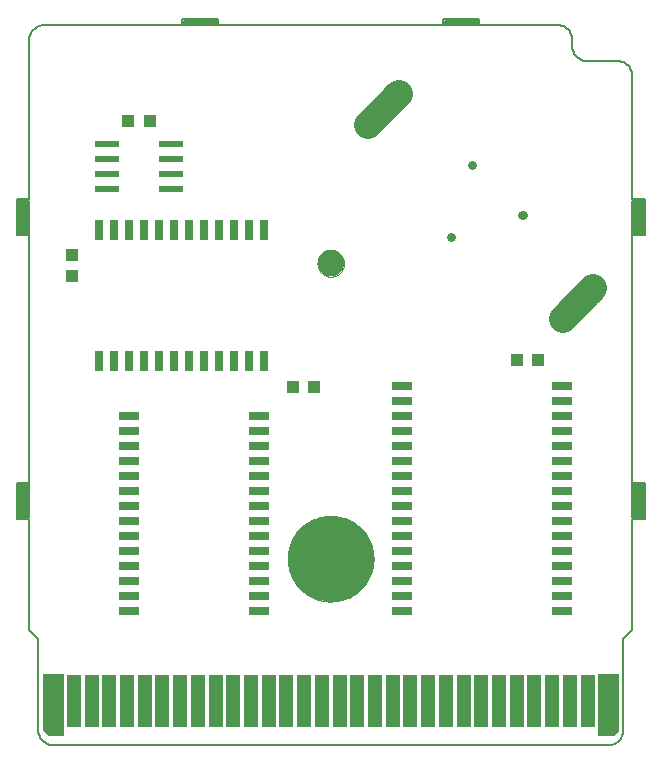
<source format=gts>
G75*
G70*
%OFA0B0*%
%FSLAX24Y24*%
%IPPOS*%
%LPD*%
%AMOC8*
5,1,8,0,0,1.08239X$1,22.5*
%
%ADD10C,0.0050*%
%ADD11R,0.0472X0.1772*%
%ADD12C,0.0000*%
%ADD13C,0.2854*%
%ADD14C,0.0886*%
%ADD15C,0.0000*%
%ADD16C,0.0001*%
%ADD17C,0.0945*%
%ADD18C,0.0295*%
%ADD19R,0.0709X0.0295*%
%ADD20R,0.0295X0.0709*%
%ADD21R,0.0810X0.0240*%
%ADD22R,0.0394X0.0433*%
%ADD23R,0.0433X0.0394*%
D10*
X000875Y001427D02*
X000875Y004477D01*
X000575Y004777D01*
X000575Y008477D01*
X000150Y008477D01*
X000150Y009677D01*
X000575Y009677D01*
X000575Y017927D01*
X000150Y017927D01*
X000150Y019127D01*
X000575Y019127D01*
X000575Y024427D01*
X000577Y024471D01*
X000583Y024514D01*
X000592Y024556D01*
X000605Y024598D01*
X000622Y024638D01*
X000642Y024677D01*
X000665Y024714D01*
X000692Y024748D01*
X000721Y024781D01*
X000754Y024810D01*
X000788Y024837D01*
X000825Y024860D01*
X000864Y024880D01*
X000904Y024897D01*
X000946Y024910D01*
X000988Y024919D01*
X001031Y024925D01*
X001075Y024927D01*
X005675Y024927D01*
X005675Y025127D01*
X006875Y025127D01*
X006875Y024927D01*
X014375Y024927D01*
X014375Y025127D01*
X015575Y025127D01*
X015575Y024927D01*
X018175Y024927D01*
X018219Y024925D01*
X018262Y024919D01*
X018304Y024910D01*
X018346Y024897D01*
X018386Y024880D01*
X018425Y024860D01*
X018462Y024837D01*
X018496Y024810D01*
X018529Y024781D01*
X018558Y024748D01*
X018585Y024714D01*
X018608Y024677D01*
X018628Y024638D01*
X018645Y024598D01*
X018658Y024556D01*
X018667Y024514D01*
X018673Y024471D01*
X018675Y024427D01*
X018675Y024227D01*
X018677Y024183D01*
X018683Y024140D01*
X018692Y024098D01*
X018705Y024056D01*
X018722Y024016D01*
X018742Y023977D01*
X018765Y023940D01*
X018792Y023906D01*
X018821Y023873D01*
X018854Y023844D01*
X018888Y023817D01*
X018925Y023794D01*
X018964Y023774D01*
X019004Y023757D01*
X019046Y023744D01*
X019088Y023735D01*
X019131Y023729D01*
X019175Y023727D01*
X020175Y023727D01*
X020219Y023725D01*
X020262Y023719D01*
X020304Y023710D01*
X020346Y023697D01*
X020386Y023680D01*
X020425Y023660D01*
X020462Y023637D01*
X020496Y023610D01*
X020529Y023581D01*
X020558Y023548D01*
X020585Y023514D01*
X020608Y023477D01*
X020628Y023438D01*
X020645Y023398D01*
X020658Y023356D01*
X020667Y023314D01*
X020673Y023271D01*
X020675Y023227D01*
X020675Y019127D01*
X021100Y019127D01*
X021100Y017927D01*
X020675Y017927D01*
X020675Y009677D01*
X021100Y009677D01*
X021100Y008477D01*
X020675Y008477D01*
X020675Y004777D01*
X020375Y004477D01*
X020375Y001427D01*
X020373Y001383D01*
X020367Y001340D01*
X020358Y001298D01*
X020345Y001256D01*
X020328Y001216D01*
X020308Y001177D01*
X020285Y001140D01*
X020258Y001106D01*
X020229Y001073D01*
X020196Y001044D01*
X020162Y001017D01*
X020125Y000994D01*
X020086Y000974D01*
X020046Y000957D01*
X020004Y000944D01*
X019962Y000935D01*
X019919Y000929D01*
X019875Y000927D01*
X001375Y000927D01*
X001331Y000929D01*
X001288Y000935D01*
X001246Y000944D01*
X001204Y000957D01*
X001164Y000974D01*
X001125Y000994D01*
X001088Y001017D01*
X001054Y001044D01*
X001021Y001073D01*
X000992Y001106D01*
X000965Y001140D01*
X000942Y001177D01*
X000922Y001216D01*
X000905Y001256D01*
X000892Y001298D01*
X000883Y001340D01*
X000877Y001383D01*
X000875Y001427D01*
X000575Y008527D02*
X000175Y008527D01*
X000175Y009627D01*
X000575Y009627D01*
X000575Y008527D01*
X000575Y008562D02*
X000175Y008562D01*
X000175Y008611D02*
X000575Y008611D01*
X000575Y008659D02*
X000175Y008659D01*
X000175Y008708D02*
X000575Y008708D01*
X000575Y008756D02*
X000175Y008756D01*
X000175Y008805D02*
X000575Y008805D01*
X000575Y008853D02*
X000175Y008853D01*
X000175Y008902D02*
X000575Y008902D01*
X000575Y008950D02*
X000175Y008950D01*
X000175Y008999D02*
X000575Y008999D01*
X000575Y009047D02*
X000175Y009047D01*
X000175Y009096D02*
X000575Y009096D01*
X000575Y009144D02*
X000175Y009144D01*
X000175Y009193D02*
X000575Y009193D01*
X000575Y009241D02*
X000175Y009241D01*
X000175Y009290D02*
X000575Y009290D01*
X000575Y009338D02*
X000175Y009338D01*
X000175Y009387D02*
X000575Y009387D01*
X000575Y009435D02*
X000175Y009435D01*
X000175Y009484D02*
X000575Y009484D01*
X000575Y009532D02*
X000175Y009532D01*
X000175Y009581D02*
X000575Y009581D01*
X000575Y017977D02*
X000175Y017977D01*
X000175Y019077D01*
X000575Y019077D01*
X000575Y017977D01*
X000575Y018020D02*
X000175Y018020D01*
X000175Y018068D02*
X000575Y018068D01*
X000575Y018117D02*
X000175Y018117D01*
X000175Y018165D02*
X000575Y018165D01*
X000575Y018214D02*
X000175Y018214D01*
X000175Y018262D02*
X000575Y018262D01*
X000575Y018311D02*
X000175Y018311D01*
X000175Y018359D02*
X000575Y018359D01*
X000575Y018408D02*
X000175Y018408D01*
X000175Y018456D02*
X000575Y018456D01*
X000575Y018505D02*
X000175Y018505D01*
X000175Y018553D02*
X000575Y018553D01*
X000575Y018602D02*
X000175Y018602D01*
X000175Y018650D02*
X000575Y018650D01*
X000575Y018699D02*
X000175Y018699D01*
X000175Y018747D02*
X000575Y018747D01*
X000575Y018796D02*
X000175Y018796D01*
X000175Y018844D02*
X000575Y018844D01*
X000575Y018893D02*
X000175Y018893D01*
X000175Y018941D02*
X000575Y018941D01*
X000575Y018990D02*
X000175Y018990D01*
X000175Y019038D02*
X000575Y019038D01*
X005725Y024927D02*
X006825Y024927D01*
X006825Y025077D01*
X005725Y025077D01*
X005725Y024927D01*
X005725Y024955D02*
X006825Y024955D01*
X006825Y025004D02*
X005725Y025004D01*
X005725Y025052D02*
X006825Y025052D01*
X014425Y025052D02*
X015525Y025052D01*
X015525Y025077D02*
X015525Y024927D01*
X014425Y024927D01*
X014425Y025077D01*
X015525Y025077D01*
X015525Y025004D02*
X014425Y025004D01*
X014425Y024955D02*
X015525Y024955D01*
X020675Y019077D02*
X020675Y017977D01*
X021075Y017977D01*
X021075Y019077D01*
X020675Y019077D01*
X020675Y019038D02*
X021075Y019038D01*
X021075Y018990D02*
X020675Y018990D01*
X020675Y018941D02*
X021075Y018941D01*
X021075Y018893D02*
X020675Y018893D01*
X020675Y018844D02*
X021075Y018844D01*
X021075Y018796D02*
X020675Y018796D01*
X020675Y018747D02*
X021075Y018747D01*
X021075Y018699D02*
X020675Y018699D01*
X020675Y018650D02*
X021075Y018650D01*
X021075Y018602D02*
X020675Y018602D01*
X020675Y018553D02*
X021075Y018553D01*
X021075Y018505D02*
X020675Y018505D01*
X020675Y018456D02*
X021075Y018456D01*
X021075Y018408D02*
X020675Y018408D01*
X020675Y018359D02*
X021075Y018359D01*
X021075Y018311D02*
X020675Y018311D01*
X020675Y018262D02*
X021075Y018262D01*
X021075Y018214D02*
X020675Y018214D01*
X020675Y018165D02*
X021075Y018165D01*
X021075Y018117D02*
X020675Y018117D01*
X020675Y018068D02*
X021075Y018068D01*
X021075Y018020D02*
X020675Y018020D01*
X020675Y009627D02*
X020675Y008527D01*
X021075Y008527D01*
X021075Y009627D01*
X020675Y009627D01*
X020675Y009581D02*
X021075Y009581D01*
X021075Y009532D02*
X020675Y009532D01*
X020675Y009484D02*
X021075Y009484D01*
X021075Y009435D02*
X020675Y009435D01*
X020675Y009387D02*
X021075Y009387D01*
X021075Y009338D02*
X020675Y009338D01*
X020675Y009290D02*
X021075Y009290D01*
X021075Y009241D02*
X020675Y009241D01*
X020675Y009193D02*
X021075Y009193D01*
X021075Y009144D02*
X020675Y009144D01*
X020675Y009096D02*
X021075Y009096D01*
X021075Y009047D02*
X020675Y009047D01*
X020675Y008999D02*
X021075Y008999D01*
X021075Y008950D02*
X020675Y008950D01*
X020675Y008902D02*
X021075Y008902D01*
X021075Y008853D02*
X020675Y008853D01*
X020675Y008805D02*
X021075Y008805D01*
X021075Y008756D02*
X020675Y008756D01*
X020675Y008708D02*
X021075Y008708D01*
X021075Y008659D02*
X020675Y008659D01*
X020675Y008611D02*
X021075Y008611D01*
X021075Y008562D02*
X020675Y008562D01*
D11*
X019188Y002398D03*
X018597Y002398D03*
X018007Y002398D03*
X017416Y002398D03*
X016826Y002398D03*
X016235Y002398D03*
X015645Y002398D03*
X015054Y002398D03*
X014464Y002398D03*
X013873Y002398D03*
X013282Y002398D03*
X012692Y002398D03*
X012101Y002398D03*
X011511Y002398D03*
X010920Y002398D03*
X010330Y002398D03*
X009739Y002398D03*
X009149Y002398D03*
X008558Y002398D03*
X007968Y002398D03*
X007377Y002398D03*
X006786Y002398D03*
X006196Y002398D03*
X005605Y002398D03*
X005015Y002398D03*
X004424Y002398D03*
X003834Y002398D03*
X003243Y002398D03*
X002653Y002398D03*
X002062Y002398D03*
D12*
X009198Y007138D02*
X009200Y007213D01*
X009206Y007288D01*
X009216Y007363D01*
X009230Y007437D01*
X009247Y007510D01*
X009269Y007583D01*
X009294Y007653D01*
X009323Y007723D01*
X009356Y007791D01*
X009392Y007857D01*
X009432Y007921D01*
X009475Y007983D01*
X009521Y008042D01*
X009570Y008099D01*
X009623Y008154D01*
X009678Y008205D01*
X009735Y008254D01*
X009795Y008299D01*
X009858Y008341D01*
X009922Y008380D01*
X009989Y008415D01*
X010057Y008447D01*
X010127Y008475D01*
X010198Y008500D01*
X010271Y008520D01*
X010344Y008537D01*
X010419Y008550D01*
X010493Y008559D01*
X010569Y008564D01*
X010644Y008565D01*
X010719Y008562D01*
X010794Y008555D01*
X010869Y008544D01*
X010943Y008529D01*
X011016Y008511D01*
X011087Y008488D01*
X011158Y008462D01*
X011227Y008432D01*
X011295Y008398D01*
X011360Y008361D01*
X011424Y008321D01*
X011485Y008277D01*
X011544Y008230D01*
X011600Y008180D01*
X011654Y008127D01*
X011705Y008071D01*
X011752Y008013D01*
X011797Y007952D01*
X011838Y007889D01*
X011876Y007824D01*
X011911Y007757D01*
X011942Y007688D01*
X011969Y007618D01*
X011992Y007547D01*
X012012Y007474D01*
X012028Y007400D01*
X012040Y007326D01*
X012048Y007251D01*
X012052Y007176D01*
X012052Y007100D01*
X012048Y007025D01*
X012040Y006950D01*
X012028Y006876D01*
X012012Y006802D01*
X011992Y006729D01*
X011969Y006658D01*
X011942Y006588D01*
X011911Y006519D01*
X011876Y006452D01*
X011838Y006387D01*
X011797Y006324D01*
X011752Y006263D01*
X011705Y006205D01*
X011654Y006149D01*
X011600Y006096D01*
X011544Y006046D01*
X011485Y005999D01*
X011424Y005955D01*
X011360Y005915D01*
X011295Y005878D01*
X011227Y005844D01*
X011158Y005814D01*
X011087Y005788D01*
X011016Y005765D01*
X010943Y005747D01*
X010869Y005732D01*
X010794Y005721D01*
X010719Y005714D01*
X010644Y005711D01*
X010569Y005712D01*
X010493Y005717D01*
X010419Y005726D01*
X010344Y005739D01*
X010271Y005756D01*
X010198Y005776D01*
X010127Y005801D01*
X010057Y005829D01*
X009989Y005861D01*
X009922Y005896D01*
X009858Y005935D01*
X009795Y005977D01*
X009735Y006022D01*
X009678Y006071D01*
X009623Y006122D01*
X009570Y006177D01*
X009521Y006234D01*
X009475Y006293D01*
X009432Y006355D01*
X009392Y006419D01*
X009356Y006485D01*
X009323Y006553D01*
X009294Y006623D01*
X009269Y006693D01*
X009247Y006766D01*
X009230Y006839D01*
X009216Y006913D01*
X009206Y006988D01*
X009200Y007063D01*
X009198Y007138D01*
X010182Y016979D02*
X010184Y017020D01*
X010190Y017062D01*
X010199Y017102D01*
X010213Y017141D01*
X010230Y017179D01*
X010250Y017215D01*
X010274Y017249D01*
X010301Y017281D01*
X010331Y017310D01*
X010363Y017336D01*
X010398Y017359D01*
X010434Y017379D01*
X010472Y017395D01*
X010512Y017407D01*
X010553Y017416D01*
X010594Y017421D01*
X010635Y017422D01*
X010677Y017419D01*
X010718Y017412D01*
X010758Y017402D01*
X010797Y017387D01*
X010834Y017369D01*
X010870Y017348D01*
X010904Y017323D01*
X010935Y017296D01*
X010963Y017266D01*
X010988Y017233D01*
X011010Y017197D01*
X011029Y017160D01*
X011044Y017122D01*
X011056Y017082D01*
X011064Y017041D01*
X011068Y017000D01*
X011068Y016958D01*
X011064Y016917D01*
X011056Y016876D01*
X011044Y016836D01*
X011029Y016798D01*
X011010Y016761D01*
X010988Y016725D01*
X010963Y016692D01*
X010935Y016662D01*
X010904Y016635D01*
X010870Y016610D01*
X010834Y016589D01*
X010797Y016571D01*
X010758Y016556D01*
X010718Y016546D01*
X010677Y016539D01*
X010635Y016536D01*
X010594Y016537D01*
X010553Y016542D01*
X010512Y016551D01*
X010472Y016563D01*
X010434Y016579D01*
X010398Y016599D01*
X010363Y016622D01*
X010331Y016648D01*
X010301Y016677D01*
X010274Y016709D01*
X010250Y016743D01*
X010230Y016779D01*
X010213Y016817D01*
X010199Y016856D01*
X010190Y016896D01*
X010184Y016938D01*
X010182Y016979D01*
D13*
X010625Y007138D03*
D14*
X010625Y016979D03*
D15*
X001708Y003284D02*
X001038Y003284D01*
X001038Y001433D01*
X001196Y001276D01*
X001708Y001276D01*
X001708Y003284D01*
X019542Y003284D02*
X019542Y001276D01*
X020054Y001276D01*
X020212Y001433D01*
X020212Y003284D01*
X019542Y003284D01*
D16*
X019542Y003283D02*
X020212Y003283D01*
X019542Y003283D01*
X019542Y003282D02*
X020212Y003282D01*
X020212Y003281D02*
X019542Y003281D01*
X019542Y003280D02*
X020212Y003280D01*
X020212Y003279D02*
X019542Y003279D01*
X020212Y003279D01*
X020212Y003278D02*
X019542Y003278D01*
X019542Y003277D02*
X020212Y003277D01*
X020212Y003276D02*
X019542Y003276D01*
X019542Y003275D02*
X020212Y003275D01*
X019542Y003275D01*
X019542Y003274D02*
X020212Y003274D01*
X020212Y003273D02*
X019542Y003273D01*
X019542Y003272D02*
X020212Y003272D01*
X020212Y003271D02*
X019542Y003271D01*
X020212Y003271D01*
X020212Y003270D02*
X019542Y003270D01*
X019542Y003269D02*
X020212Y003269D01*
X020212Y003268D02*
X019542Y003268D01*
X019542Y003267D02*
X020212Y003267D01*
X019542Y003267D01*
X019542Y003266D02*
X020212Y003266D01*
X020212Y003265D02*
X019542Y003265D01*
X019542Y003264D02*
X020212Y003264D01*
X020212Y003263D02*
X019542Y003263D01*
X020212Y003263D01*
X020212Y003262D02*
X019542Y003262D01*
X019542Y003261D02*
X020212Y003261D01*
X020212Y003260D02*
X019542Y003260D01*
X019542Y003259D02*
X020212Y003259D01*
X019542Y003259D01*
X019542Y003258D02*
X020212Y003258D01*
X020212Y003257D02*
X019542Y003257D01*
X019542Y003256D02*
X020212Y003256D01*
X020212Y003255D02*
X019542Y003255D01*
X020212Y003255D01*
X020212Y003254D02*
X019542Y003254D01*
X019542Y003253D02*
X020212Y003253D01*
X020212Y003252D02*
X019542Y003252D01*
X019542Y003251D02*
X020212Y003251D01*
X019542Y003251D01*
X019542Y003250D02*
X020212Y003250D01*
X020212Y003249D02*
X019542Y003249D01*
X019542Y003248D02*
X020212Y003248D01*
X020212Y003247D02*
X019542Y003247D01*
X019542Y003246D02*
X020212Y003246D01*
X019542Y003246D01*
X019542Y003245D02*
X020212Y003245D01*
X020212Y003244D02*
X019542Y003244D01*
X019542Y003243D02*
X020212Y003243D01*
X020212Y003242D02*
X019542Y003242D01*
X020212Y003242D01*
X020212Y003241D02*
X019542Y003241D01*
X019542Y003240D02*
X020212Y003240D01*
X020212Y003239D02*
X019542Y003239D01*
X019542Y003238D02*
X020212Y003238D01*
X019542Y003238D01*
X019542Y003237D02*
X020212Y003237D01*
X020212Y003236D02*
X019542Y003236D01*
X019542Y003235D02*
X020212Y003235D01*
X020212Y003234D02*
X019542Y003234D01*
X020212Y003234D01*
X020212Y003233D02*
X019542Y003233D01*
X019542Y003232D02*
X020212Y003232D01*
X020212Y003231D02*
X019542Y003231D01*
X019542Y003230D02*
X020212Y003230D01*
X019542Y003230D01*
X019542Y003229D02*
X020212Y003229D01*
X020212Y003228D02*
X019542Y003228D01*
X019542Y003227D02*
X020212Y003227D01*
X020212Y003226D02*
X019542Y003226D01*
X020212Y003226D01*
X020212Y003225D02*
X019542Y003225D01*
X019542Y003224D02*
X020212Y003224D01*
X020212Y003223D02*
X019542Y003223D01*
X019542Y003222D02*
X020212Y003222D01*
X019542Y003222D01*
X019542Y003221D02*
X020212Y003221D01*
X020212Y003220D02*
X019542Y003220D01*
X019542Y003219D02*
X020212Y003219D01*
X020212Y003218D02*
X019542Y003218D01*
X020212Y003218D01*
X020212Y003217D02*
X019542Y003217D01*
X019542Y003216D02*
X020212Y003216D01*
X020212Y003215D02*
X019542Y003215D01*
X019542Y003214D02*
X020212Y003214D01*
X019542Y003214D01*
X019542Y003213D02*
X020212Y003213D01*
X020212Y003212D02*
X019542Y003212D01*
X019542Y003211D02*
X020212Y003211D01*
X020212Y003210D02*
X019542Y003210D01*
X020212Y003210D01*
X020212Y003209D02*
X019542Y003209D01*
X019542Y003208D02*
X020212Y003208D01*
X020212Y003207D02*
X019542Y003207D01*
X019542Y003206D02*
X020212Y003206D01*
X019542Y003206D01*
X019542Y003205D02*
X020212Y003205D01*
X020212Y003204D02*
X019542Y003204D01*
X019542Y003203D02*
X020212Y003203D01*
X020212Y003202D02*
X019542Y003202D01*
X019542Y003201D02*
X020212Y003201D01*
X019542Y003201D01*
X019542Y003200D02*
X020212Y003200D01*
X020212Y003199D02*
X019542Y003199D01*
X019542Y003198D02*
X020212Y003198D01*
X020212Y003197D02*
X019542Y003197D01*
X020212Y003197D01*
X020212Y003196D02*
X019542Y003196D01*
X019542Y003195D02*
X020212Y003195D01*
X020212Y003194D02*
X019542Y003194D01*
X019542Y003193D02*
X020212Y003193D01*
X019542Y003193D01*
X019542Y003192D02*
X020212Y003192D01*
X020212Y003191D02*
X019542Y003191D01*
X019542Y003190D02*
X020212Y003190D01*
X020212Y003189D02*
X019542Y003189D01*
X020212Y003189D01*
X020212Y003188D02*
X019542Y003188D01*
X019542Y003187D02*
X020212Y003187D01*
X020212Y003186D02*
X019542Y003186D01*
X019542Y003185D02*
X020212Y003185D01*
X019542Y003185D01*
X019542Y003184D02*
X020212Y003184D01*
X020212Y003183D02*
X019542Y003183D01*
X019542Y003182D02*
X020212Y003182D01*
X020212Y003181D02*
X019542Y003181D01*
X020212Y003181D01*
X020212Y003180D02*
X019542Y003180D01*
X019542Y003179D02*
X020212Y003179D01*
X020212Y003178D02*
X019542Y003178D01*
X019542Y003177D02*
X020212Y003177D01*
X019542Y003177D01*
X019542Y003176D02*
X020212Y003176D01*
X020212Y003175D02*
X019542Y003175D01*
X019542Y003174D02*
X020212Y003174D01*
X020212Y003173D02*
X019542Y003173D01*
X020212Y003173D01*
X020212Y003172D02*
X019542Y003172D01*
X019542Y003171D02*
X020212Y003171D01*
X020212Y003170D02*
X019542Y003170D01*
X019542Y003169D02*
X020212Y003169D01*
X019542Y003169D01*
X019542Y003168D02*
X020212Y003168D01*
X020212Y003167D02*
X019542Y003167D01*
X019542Y003166D02*
X020212Y003166D01*
X020212Y003165D02*
X019542Y003165D01*
X020212Y003165D01*
X020212Y003164D02*
X019542Y003164D01*
X019542Y003163D02*
X020212Y003163D01*
X020212Y003162D02*
X019542Y003162D01*
X019542Y003161D02*
X020212Y003161D01*
X019542Y003161D01*
X019542Y003160D02*
X020212Y003160D01*
X020212Y003159D02*
X019542Y003159D01*
X019542Y003158D02*
X020212Y003158D01*
X020212Y003157D02*
X019542Y003157D01*
X020212Y003157D01*
X020212Y003156D02*
X019542Y003156D01*
X019542Y003155D02*
X020212Y003155D01*
X020212Y003154D02*
X019542Y003154D01*
X019542Y003153D02*
X020212Y003153D01*
X020212Y003152D02*
X019542Y003152D01*
X020212Y003152D01*
X020212Y003151D02*
X019542Y003151D01*
X019542Y003150D02*
X020212Y003150D01*
X020212Y003149D02*
X019542Y003149D01*
X019542Y003148D02*
X020212Y003148D01*
X019542Y003148D01*
X019542Y003147D02*
X020212Y003147D01*
X020212Y003146D02*
X019542Y003146D01*
X019542Y003145D02*
X020212Y003145D01*
X020212Y003144D02*
X019542Y003144D01*
X020212Y003144D01*
X020212Y003143D02*
X019542Y003143D01*
X019542Y003142D02*
X020212Y003142D01*
X020212Y003141D02*
X019542Y003141D01*
X019542Y003140D02*
X020212Y003140D01*
X019542Y003140D01*
X019542Y003139D02*
X020212Y003139D01*
X020212Y003138D02*
X019542Y003138D01*
X019542Y003137D02*
X020212Y003137D01*
X020212Y003136D02*
X019542Y003136D01*
X020212Y003136D01*
X020212Y003135D02*
X019542Y003135D01*
X019542Y003134D02*
X020212Y003134D01*
X020212Y003133D02*
X019542Y003133D01*
X019542Y003132D02*
X020212Y003132D01*
X019542Y003132D01*
X019542Y003131D02*
X020212Y003131D01*
X020212Y003130D02*
X019542Y003130D01*
X019542Y003129D02*
X020212Y003129D01*
X020212Y003128D02*
X019542Y003128D01*
X020212Y003128D01*
X020212Y003127D02*
X019542Y003127D01*
X019542Y003126D02*
X020212Y003126D01*
X020212Y003125D02*
X019542Y003125D01*
X019542Y003124D02*
X020212Y003124D01*
X019542Y003124D01*
X019542Y003123D02*
X020212Y003123D01*
X020212Y003122D02*
X019542Y003122D01*
X019542Y003121D02*
X020212Y003121D01*
X020212Y003120D02*
X019542Y003120D01*
X020212Y003120D01*
X020212Y003119D02*
X019542Y003119D01*
X019542Y003118D02*
X020212Y003118D01*
X020212Y003117D02*
X019542Y003117D01*
X019542Y003116D02*
X020212Y003116D01*
X019542Y003116D01*
X019542Y003115D02*
X020212Y003115D01*
X020212Y003114D02*
X019542Y003114D01*
X019542Y003113D02*
X020212Y003113D01*
X020212Y003112D02*
X019542Y003112D01*
X020212Y003112D01*
X020212Y003111D02*
X019542Y003111D01*
X019542Y003110D02*
X020212Y003110D01*
X020212Y003109D02*
X019542Y003109D01*
X019542Y003108D02*
X020212Y003108D01*
X020212Y003107D02*
X019542Y003107D01*
X020212Y003107D01*
X020212Y003106D02*
X019542Y003106D01*
X019542Y003105D02*
X020212Y003105D01*
X020212Y003104D02*
X019542Y003104D01*
X019542Y003103D02*
X020212Y003103D01*
X019542Y003103D01*
X019542Y003102D02*
X020212Y003102D01*
X020212Y003101D02*
X019542Y003101D01*
X019542Y003100D02*
X020212Y003100D01*
X020212Y003099D02*
X019542Y003099D01*
X020212Y003099D01*
X020212Y003098D02*
X019542Y003098D01*
X019542Y003097D02*
X020212Y003097D01*
X020212Y003096D02*
X019542Y003096D01*
X019542Y003095D02*
X020212Y003095D01*
X019542Y003095D01*
X019542Y003094D02*
X020212Y003094D01*
X020212Y003093D02*
X019542Y003093D01*
X019542Y003092D02*
X020212Y003092D01*
X020212Y003091D02*
X019542Y003091D01*
X020212Y003091D01*
X020212Y003090D02*
X019542Y003090D01*
X019542Y003089D02*
X020212Y003089D01*
X020212Y003088D02*
X019542Y003088D01*
X019542Y003087D02*
X020212Y003087D01*
X019542Y003087D01*
X019542Y003086D02*
X020212Y003086D01*
X020212Y003085D02*
X019542Y003085D01*
X019542Y003084D02*
X020212Y003084D01*
X020212Y003083D02*
X019542Y003083D01*
X020212Y003083D01*
X020212Y003082D02*
X019542Y003082D01*
X019542Y003081D02*
X020212Y003081D01*
X020212Y003080D02*
X019542Y003080D01*
X019542Y003079D02*
X020212Y003079D01*
X019542Y003079D01*
X019542Y003078D02*
X020212Y003078D01*
X020212Y003077D02*
X019542Y003077D01*
X019542Y003076D02*
X020212Y003076D01*
X020212Y003075D02*
X019542Y003075D01*
X020212Y003075D01*
X020212Y003074D02*
X019542Y003074D01*
X019542Y003073D02*
X020212Y003073D01*
X020212Y003072D02*
X019542Y003072D01*
X019542Y003071D02*
X020212Y003071D01*
X019542Y003071D01*
X019542Y003070D02*
X020212Y003070D01*
X020212Y003069D02*
X019542Y003069D01*
X019542Y003068D02*
X020212Y003068D01*
X020212Y003067D02*
X019542Y003067D01*
X020212Y003067D01*
X020212Y003066D02*
X019542Y003066D01*
X019542Y003065D02*
X020212Y003065D01*
X020212Y003064D02*
X019542Y003064D01*
X019542Y003063D02*
X020212Y003063D01*
X019542Y003063D01*
X019542Y003062D02*
X020212Y003062D01*
X020212Y003061D02*
X019542Y003061D01*
X019542Y003060D02*
X020212Y003060D01*
X020212Y003059D02*
X019542Y003059D01*
X019542Y003058D02*
X020212Y003058D01*
X019542Y003058D01*
X019542Y003057D02*
X020212Y003057D01*
X020212Y003056D02*
X019542Y003056D01*
X019542Y003055D02*
X020212Y003055D01*
X020212Y003054D02*
X019542Y003054D01*
X020212Y003054D01*
X020212Y003053D02*
X019542Y003053D01*
X019542Y003052D02*
X020212Y003052D01*
X020212Y003051D02*
X019542Y003051D01*
X019542Y003050D02*
X020212Y003050D01*
X019542Y003050D01*
X019542Y003049D02*
X020212Y003049D01*
X020212Y003048D02*
X019542Y003048D01*
X019542Y003047D02*
X020212Y003047D01*
X020212Y003046D02*
X019542Y003046D01*
X020212Y003046D01*
X020212Y003045D02*
X019542Y003045D01*
X019542Y003044D02*
X020212Y003044D01*
X020212Y003043D02*
X019542Y003043D01*
X019542Y003042D02*
X020212Y003042D01*
X019542Y003042D01*
X019542Y003041D02*
X020212Y003041D01*
X020212Y003040D02*
X019542Y003040D01*
X019542Y003039D02*
X020212Y003039D01*
X020212Y003038D02*
X019542Y003038D01*
X020212Y003038D01*
X020212Y003037D02*
X019542Y003037D01*
X019542Y003036D02*
X020212Y003036D01*
X020212Y003035D02*
X019542Y003035D01*
X019542Y003034D02*
X020212Y003034D01*
X019542Y003034D01*
X019542Y003033D02*
X020212Y003033D01*
X020212Y003032D02*
X019542Y003032D01*
X019542Y003031D02*
X020212Y003031D01*
X020212Y003030D02*
X019542Y003030D01*
X020212Y003030D01*
X020212Y003029D02*
X019542Y003029D01*
X019542Y003028D02*
X020212Y003028D01*
X020212Y003027D02*
X019542Y003027D01*
X019542Y003026D02*
X020212Y003026D01*
X019542Y003026D01*
X019542Y003025D02*
X020212Y003025D01*
X020212Y003024D02*
X019542Y003024D01*
X019542Y003023D02*
X020212Y003023D01*
X020212Y003022D02*
X019542Y003022D01*
X020212Y003022D01*
X020212Y003021D02*
X019542Y003021D01*
X019542Y003020D02*
X020212Y003020D01*
X020212Y003019D02*
X019542Y003019D01*
X019542Y003018D02*
X020212Y003018D01*
X019542Y003018D01*
X019542Y003017D02*
X020212Y003017D01*
X020212Y003016D02*
X019542Y003016D01*
X019542Y003015D02*
X020212Y003015D01*
X020212Y003014D02*
X019542Y003014D01*
X019542Y003013D02*
X020212Y003013D01*
X019542Y003013D01*
X019542Y003012D02*
X020212Y003012D01*
X020212Y003011D02*
X019542Y003011D01*
X019542Y003010D02*
X020212Y003010D01*
X020212Y003009D02*
X019542Y003009D01*
X020212Y003009D01*
X020212Y003008D02*
X019542Y003008D01*
X019542Y003007D02*
X020212Y003007D01*
X020212Y003006D02*
X019542Y003006D01*
X019542Y003005D02*
X020212Y003005D01*
X019542Y003005D01*
X019542Y003004D02*
X020212Y003004D01*
X020212Y003003D02*
X019542Y003003D01*
X019542Y003002D02*
X020212Y003002D01*
X020212Y003001D02*
X019542Y003001D01*
X020212Y003001D01*
X020212Y003000D02*
X019542Y003000D01*
X019542Y002999D02*
X020212Y002999D01*
X020212Y002998D02*
X019542Y002998D01*
X019542Y002997D02*
X020212Y002997D01*
X019542Y002997D01*
X019542Y002996D02*
X020212Y002996D01*
X020212Y002995D02*
X019542Y002995D01*
X019542Y002994D02*
X020212Y002994D01*
X020212Y002993D02*
X019542Y002993D01*
X020212Y002993D01*
X020212Y002992D02*
X019542Y002992D01*
X019542Y002991D02*
X020212Y002991D01*
X020212Y002990D02*
X019542Y002990D01*
X019542Y002989D02*
X020212Y002989D01*
X019542Y002989D01*
X019542Y002988D02*
X020212Y002988D01*
X020212Y002987D02*
X019542Y002987D01*
X019542Y002986D02*
X020212Y002986D01*
X020212Y002985D02*
X019542Y002985D01*
X020212Y002985D01*
X020212Y002984D02*
X019542Y002984D01*
X019542Y002983D02*
X020212Y002983D01*
X020212Y002982D02*
X019542Y002982D01*
X019542Y002981D02*
X020212Y002981D01*
X019542Y002981D01*
X019542Y002980D02*
X020212Y002980D01*
X020212Y002979D02*
X019542Y002979D01*
X019542Y002978D02*
X020212Y002978D01*
X020212Y002977D02*
X019542Y002977D01*
X020212Y002977D01*
X020212Y002976D02*
X019542Y002976D01*
X019542Y002975D02*
X020212Y002975D01*
X020212Y002974D02*
X019542Y002974D01*
X019542Y002973D02*
X020212Y002973D01*
X019542Y002973D01*
X019542Y002972D02*
X020212Y002972D01*
X020212Y002971D02*
X019542Y002971D01*
X019542Y002970D02*
X020212Y002970D01*
X020212Y002969D02*
X019542Y002969D01*
X020212Y002969D01*
X020212Y002968D02*
X019542Y002968D01*
X019542Y002967D02*
X020212Y002967D01*
X020212Y002966D02*
X019542Y002966D01*
X019542Y002965D02*
X020212Y002965D01*
X020212Y002964D02*
X019542Y002964D01*
X020212Y002964D01*
X020212Y002963D02*
X019542Y002963D01*
X019542Y002962D02*
X020212Y002962D01*
X020212Y002961D02*
X019542Y002961D01*
X019542Y002960D02*
X020212Y002960D01*
X019542Y002960D01*
X019542Y002959D02*
X020212Y002959D01*
X020212Y002958D02*
X019542Y002958D01*
X019542Y002957D02*
X020212Y002957D01*
X020212Y002956D02*
X019542Y002956D01*
X020212Y002956D01*
X020212Y002955D02*
X019542Y002955D01*
X019542Y002954D02*
X020212Y002954D01*
X020212Y002953D02*
X019542Y002953D01*
X019542Y002952D02*
X020212Y002952D01*
X019542Y002952D01*
X019542Y002951D02*
X020212Y002951D01*
X020212Y002950D02*
X019542Y002950D01*
X019542Y002949D02*
X020212Y002949D01*
X020212Y002948D02*
X019542Y002948D01*
X020212Y002948D01*
X020212Y002947D02*
X019542Y002947D01*
X019542Y002946D02*
X020212Y002946D01*
X020212Y002945D02*
X019542Y002945D01*
X019542Y002944D02*
X020212Y002944D01*
X019542Y002944D01*
X019542Y002943D02*
X020212Y002943D01*
X020212Y002942D02*
X019542Y002942D01*
X019542Y002941D02*
X020212Y002941D01*
X020212Y002940D02*
X019542Y002940D01*
X020212Y002940D01*
X020212Y002939D02*
X019542Y002939D01*
X019542Y002938D02*
X020212Y002938D01*
X020212Y002937D02*
X019542Y002937D01*
X019542Y002936D02*
X020212Y002936D01*
X019542Y002936D01*
X019542Y002935D02*
X020212Y002935D01*
X020212Y002934D02*
X019542Y002934D01*
X019542Y002933D02*
X020212Y002933D01*
X020212Y002932D02*
X019542Y002932D01*
X020212Y002932D01*
X020212Y002931D02*
X019542Y002931D01*
X019542Y002930D02*
X020212Y002930D01*
X020212Y002929D02*
X019542Y002929D01*
X019542Y002928D02*
X020212Y002928D01*
X019542Y002928D01*
X019542Y002927D02*
X020212Y002927D01*
X020212Y002926D02*
X019542Y002926D01*
X019542Y002925D02*
X020212Y002925D01*
X020212Y002924D02*
X019542Y002924D01*
X020212Y002924D01*
X020212Y002923D02*
X019542Y002923D01*
X019542Y002922D02*
X020212Y002922D01*
X020212Y002921D02*
X019542Y002921D01*
X019542Y002920D02*
X020212Y002920D01*
X019542Y002920D01*
X019542Y002919D02*
X020212Y002919D01*
X020212Y002918D02*
X019542Y002918D01*
X019542Y002917D02*
X020212Y002917D01*
X020212Y002916D02*
X019542Y002916D01*
X019542Y002915D02*
X020212Y002915D01*
X019542Y002915D01*
X019542Y002914D02*
X020212Y002914D01*
X020212Y002913D02*
X019542Y002913D01*
X019542Y002912D02*
X020212Y002912D01*
X020212Y002911D02*
X019542Y002911D01*
X020212Y002911D01*
X020212Y002910D02*
X019542Y002910D01*
X019542Y002909D02*
X020212Y002909D01*
X020212Y002908D02*
X019542Y002908D01*
X019542Y002907D02*
X020212Y002907D01*
X019542Y002907D01*
X019542Y002906D02*
X020212Y002906D01*
X020212Y002905D02*
X019542Y002905D01*
X019542Y002904D02*
X020212Y002904D01*
X020212Y002903D02*
X019542Y002903D01*
X020212Y002903D01*
X020212Y002902D02*
X019542Y002902D01*
X019542Y002901D02*
X020212Y002901D01*
X020212Y002900D02*
X019542Y002900D01*
X019542Y002899D02*
X020212Y002899D01*
X019542Y002899D01*
X019542Y002898D02*
X020212Y002898D01*
X020212Y002897D02*
X019542Y002897D01*
X019542Y002896D02*
X020212Y002896D01*
X020212Y002895D02*
X019542Y002895D01*
X020212Y002895D01*
X020212Y002894D02*
X019542Y002894D01*
X019542Y002893D02*
X020212Y002893D01*
X020212Y002892D02*
X019542Y002892D01*
X019542Y002891D02*
X020212Y002891D01*
X019542Y002891D01*
X019542Y002890D02*
X020212Y002890D01*
X020212Y002889D02*
X019542Y002889D01*
X019542Y002888D02*
X020212Y002888D01*
X020212Y002887D02*
X019542Y002887D01*
X020212Y002887D01*
X020212Y002886D02*
X019542Y002886D01*
X019542Y002885D02*
X020212Y002885D01*
X020212Y002884D02*
X019542Y002884D01*
X019542Y002883D02*
X020212Y002883D01*
X019542Y002883D01*
X019542Y002882D02*
X020212Y002882D01*
X020212Y002881D02*
X019542Y002881D01*
X019542Y002880D02*
X020212Y002880D01*
X020212Y002879D02*
X019542Y002879D01*
X020212Y002879D01*
X020212Y002878D02*
X019542Y002878D01*
X019542Y002877D02*
X020212Y002877D01*
X020212Y002876D02*
X019542Y002876D01*
X019542Y002875D02*
X020212Y002875D01*
X019542Y002875D01*
X019542Y002874D02*
X020212Y002874D01*
X020212Y002873D02*
X019542Y002873D01*
X019542Y002872D02*
X020212Y002872D01*
X020212Y002871D02*
X019542Y002871D01*
X019542Y002870D02*
X020212Y002870D01*
X019542Y002870D01*
X019542Y002869D02*
X020212Y002869D01*
X020212Y002868D02*
X019542Y002868D01*
X019542Y002867D02*
X020212Y002867D01*
X020212Y002866D02*
X019542Y002866D01*
X020212Y002866D01*
X020212Y002865D02*
X019542Y002865D01*
X019542Y002864D02*
X020212Y002864D01*
X020212Y002863D02*
X019542Y002863D01*
X019542Y002862D02*
X020212Y002862D01*
X019542Y002862D01*
X019542Y002861D02*
X020212Y002861D01*
X020212Y002860D02*
X019542Y002860D01*
X019542Y002859D02*
X020212Y002859D01*
X020212Y002858D02*
X019542Y002858D01*
X020212Y002858D01*
X020212Y002857D02*
X019542Y002857D01*
X019542Y002856D02*
X020212Y002856D01*
X020212Y002855D02*
X019542Y002855D01*
X019542Y002854D02*
X020212Y002854D01*
X019542Y002854D01*
X019542Y002853D02*
X020212Y002853D01*
X020212Y002852D02*
X019542Y002852D01*
X019542Y002851D02*
X020212Y002851D01*
X020212Y002850D02*
X019542Y002850D01*
X020212Y002850D01*
X020212Y002849D02*
X019542Y002849D01*
X019542Y002848D02*
X020212Y002848D01*
X020212Y002847D02*
X019542Y002847D01*
X019542Y002846D02*
X020212Y002846D01*
X019542Y002846D01*
X019542Y002845D02*
X020212Y002845D01*
X020212Y002844D02*
X019542Y002844D01*
X019542Y002843D02*
X020212Y002843D01*
X020212Y002842D02*
X019542Y002842D01*
X020212Y002842D01*
X020212Y002841D02*
X019542Y002841D01*
X019542Y002840D02*
X020212Y002840D01*
X020212Y002839D02*
X019542Y002839D01*
X019542Y002838D02*
X020212Y002838D01*
X019542Y002838D01*
X019542Y002837D02*
X020212Y002837D01*
X020212Y002836D02*
X019542Y002836D01*
X019542Y002835D02*
X020212Y002835D01*
X020212Y002834D02*
X019542Y002834D01*
X020212Y002834D01*
X020212Y002833D02*
X019542Y002833D01*
X019542Y002832D02*
X020212Y002832D01*
X020212Y002831D02*
X019542Y002831D01*
X019542Y002830D02*
X020212Y002830D01*
X019542Y002830D01*
X019542Y002829D02*
X020212Y002829D01*
X020212Y002828D02*
X019542Y002828D01*
X019542Y002827D02*
X020212Y002827D01*
X020212Y002826D02*
X019542Y002826D01*
X020212Y002826D01*
X020212Y002825D02*
X019542Y002825D01*
X019542Y002824D02*
X020212Y002824D01*
X020212Y002823D02*
X019542Y002823D01*
X019542Y002822D02*
X020212Y002822D01*
X020212Y002821D02*
X019542Y002821D01*
X020212Y002821D01*
X020212Y002820D02*
X019542Y002820D01*
X019542Y002819D02*
X020212Y002819D01*
X020212Y002818D02*
X019542Y002818D01*
X019542Y002817D02*
X020212Y002817D01*
X019542Y002817D01*
X019542Y002816D02*
X020212Y002816D01*
X020212Y002815D02*
X019542Y002815D01*
X019542Y002814D02*
X020212Y002814D01*
X020212Y002813D02*
X019542Y002813D01*
X020212Y002813D01*
X020212Y002812D02*
X019542Y002812D01*
X019542Y002811D02*
X020212Y002811D01*
X020212Y002810D02*
X019542Y002810D01*
X019542Y002809D02*
X020212Y002809D01*
X019542Y002809D01*
X019542Y002808D02*
X020212Y002808D01*
X020212Y002807D02*
X019542Y002807D01*
X019542Y002806D02*
X020212Y002806D01*
X020212Y002805D02*
X019542Y002805D01*
X020212Y002805D01*
X020212Y002804D02*
X019542Y002804D01*
X019542Y002803D02*
X020212Y002803D01*
X020212Y002802D02*
X019542Y002802D01*
X019542Y002801D02*
X020212Y002801D01*
X019542Y002801D01*
X019542Y002800D02*
X020212Y002800D01*
X020212Y002799D02*
X019542Y002799D01*
X019542Y002798D02*
X020212Y002798D01*
X020212Y002797D02*
X019542Y002797D01*
X020212Y002797D01*
X020212Y002796D02*
X019542Y002796D01*
X019542Y002795D02*
X020212Y002795D01*
X020212Y002794D02*
X019542Y002794D01*
X019542Y002793D02*
X020212Y002793D01*
X019542Y002793D01*
X019542Y002792D02*
X020212Y002792D01*
X020212Y002791D02*
X019542Y002791D01*
X019542Y002790D02*
X020212Y002790D01*
X020212Y002789D02*
X019542Y002789D01*
X020212Y002789D01*
X020212Y002788D02*
X019542Y002788D01*
X019542Y002787D02*
X020212Y002787D01*
X020212Y002786D02*
X019542Y002786D01*
X019542Y002785D02*
X020212Y002785D01*
X019542Y002785D01*
X019542Y002784D02*
X020212Y002784D01*
X020212Y002783D02*
X019542Y002783D01*
X019542Y002782D02*
X020212Y002782D01*
X020212Y002781D02*
X019542Y002781D01*
X020212Y002781D01*
X020212Y002780D02*
X019542Y002780D01*
X019542Y002779D02*
X020212Y002779D01*
X020212Y002778D02*
X019542Y002778D01*
X019542Y002777D02*
X020212Y002777D01*
X020212Y002776D02*
X019542Y002776D01*
X020212Y002776D01*
X020212Y002775D02*
X019542Y002775D01*
X019542Y002774D02*
X020212Y002774D01*
X020212Y002773D02*
X019542Y002773D01*
X019542Y002772D02*
X020212Y002772D01*
X019542Y002772D01*
X019542Y002771D02*
X020212Y002771D01*
X020212Y002770D02*
X019542Y002770D01*
X019542Y002769D02*
X020212Y002769D01*
X020212Y002768D02*
X019542Y002768D01*
X020212Y002768D01*
X020212Y002767D02*
X019542Y002767D01*
X019542Y002766D02*
X020212Y002766D01*
X020212Y002765D02*
X019542Y002765D01*
X019542Y002764D02*
X020212Y002764D01*
X019542Y002764D01*
X019542Y002763D02*
X020212Y002763D01*
X020212Y002762D02*
X019542Y002762D01*
X019542Y002761D02*
X020212Y002761D01*
X020212Y002760D02*
X019542Y002760D01*
X020212Y002760D01*
X020212Y002759D02*
X019542Y002759D01*
X019542Y002758D02*
X020212Y002758D01*
X020212Y002757D02*
X019542Y002757D01*
X019542Y002756D02*
X020212Y002756D01*
X019542Y002756D01*
X019542Y002755D02*
X020212Y002755D01*
X020212Y002754D02*
X019542Y002754D01*
X019542Y002753D02*
X020212Y002753D01*
X020212Y002752D02*
X019542Y002752D01*
X020212Y002752D01*
X020212Y002751D02*
X019542Y002751D01*
X019542Y002750D02*
X020212Y002750D01*
X020212Y002749D02*
X019542Y002749D01*
X019542Y002748D02*
X020212Y002748D01*
X019542Y002748D01*
X019542Y002747D02*
X020212Y002747D01*
X020212Y002746D02*
X019542Y002746D01*
X019542Y002745D02*
X020212Y002745D01*
X020212Y002744D02*
X019542Y002744D01*
X020212Y002744D01*
X020212Y002743D02*
X019542Y002743D01*
X019542Y002742D02*
X020212Y002742D01*
X020212Y002741D02*
X019542Y002741D01*
X019542Y002740D02*
X020212Y002740D01*
X019542Y002740D01*
X019542Y002739D02*
X020212Y002739D01*
X020212Y002738D02*
X019542Y002738D01*
X019542Y002737D02*
X020212Y002737D01*
X020212Y002736D02*
X019542Y002736D01*
X020212Y002736D01*
X020212Y002735D02*
X019542Y002735D01*
X019542Y002734D02*
X020212Y002734D01*
X020212Y002733D02*
X019542Y002733D01*
X019542Y002732D02*
X020212Y002732D01*
X019542Y002732D01*
X019542Y002731D02*
X020212Y002731D01*
X020212Y002730D02*
X019542Y002730D01*
X019542Y002729D02*
X020212Y002729D01*
X020212Y002728D02*
X019542Y002728D01*
X019542Y002727D02*
X020212Y002727D01*
X019542Y002727D01*
X019542Y002726D02*
X020212Y002726D01*
X020212Y002725D02*
X019542Y002725D01*
X019542Y002724D02*
X020212Y002724D01*
X020212Y002723D02*
X019542Y002723D01*
X020212Y002723D01*
X020212Y002722D02*
X019542Y002722D01*
X019542Y002721D02*
X020212Y002721D01*
X020212Y002720D02*
X019542Y002720D01*
X019542Y002719D02*
X020212Y002719D01*
X019542Y002719D01*
X019542Y002718D02*
X020212Y002718D01*
X020212Y002717D02*
X019542Y002717D01*
X019542Y002716D02*
X020212Y002716D01*
X020212Y002715D02*
X019542Y002715D01*
X020212Y002715D01*
X020212Y002714D02*
X019542Y002714D01*
X019542Y002713D02*
X020212Y002713D01*
X020212Y002712D02*
X019542Y002712D01*
X019542Y002711D02*
X020212Y002711D01*
X019542Y002711D01*
X019542Y002710D02*
X020212Y002710D01*
X020212Y002709D02*
X019542Y002709D01*
X019542Y002708D02*
X020212Y002708D01*
X020212Y002707D02*
X019542Y002707D01*
X020212Y002707D01*
X020212Y002706D02*
X019542Y002706D01*
X019542Y002705D02*
X020212Y002705D01*
X020212Y002704D02*
X019542Y002704D01*
X019542Y002703D02*
X020212Y002703D01*
X019542Y002703D01*
X019542Y002702D02*
X020212Y002702D01*
X020212Y002701D02*
X019542Y002701D01*
X019542Y002700D02*
X020212Y002700D01*
X020212Y002699D02*
X019542Y002699D01*
X020212Y002699D01*
X020212Y002698D02*
X019542Y002698D01*
X019542Y002697D02*
X020212Y002697D01*
X020212Y002696D02*
X019542Y002696D01*
X019542Y002695D02*
X020212Y002695D01*
X019542Y002695D01*
X019542Y002694D02*
X020212Y002694D01*
X020212Y002693D02*
X019542Y002693D01*
X019542Y002692D02*
X020212Y002692D01*
X020212Y002691D02*
X019542Y002691D01*
X020212Y002691D01*
X020212Y002690D02*
X019542Y002690D01*
X019542Y002689D02*
X020212Y002689D01*
X020212Y002688D02*
X019542Y002688D01*
X019542Y002687D02*
X020212Y002687D01*
X019542Y002687D01*
X019542Y002686D02*
X020212Y002686D01*
X020212Y002685D02*
X019542Y002685D01*
X019542Y002684D02*
X020212Y002684D01*
X020212Y002683D02*
X019542Y002683D01*
X020212Y002683D01*
X020212Y002682D02*
X019542Y002682D01*
X019542Y002681D02*
X020212Y002681D01*
X020212Y002680D02*
X019542Y002680D01*
X019542Y002679D02*
X020212Y002679D01*
X020212Y002678D02*
X019542Y002678D01*
X020212Y002678D01*
X020212Y002677D02*
X019542Y002677D01*
X019542Y002676D02*
X020212Y002676D01*
X020212Y002675D02*
X019542Y002675D01*
X019542Y002674D02*
X020212Y002674D01*
X019542Y002674D01*
X019542Y002673D02*
X020212Y002673D01*
X020212Y002672D02*
X019542Y002672D01*
X019542Y002671D02*
X020212Y002671D01*
X020212Y002670D02*
X019542Y002670D01*
X020212Y002670D01*
X020212Y002669D02*
X019542Y002669D01*
X019542Y002668D02*
X020212Y002668D01*
X020212Y002667D02*
X019542Y002667D01*
X019542Y002666D02*
X020212Y002666D01*
X019542Y002666D01*
X019542Y002665D02*
X020212Y002665D01*
X020212Y002664D02*
X019542Y002664D01*
X019542Y002663D02*
X020212Y002663D01*
X020212Y002662D02*
X019542Y002662D01*
X020212Y002662D01*
X020212Y002661D02*
X019542Y002661D01*
X019542Y002660D02*
X020212Y002660D01*
X020212Y002659D02*
X019542Y002659D01*
X019542Y002658D02*
X020212Y002658D01*
X019542Y002658D01*
X019542Y002657D02*
X020212Y002657D01*
X020212Y002656D02*
X019542Y002656D01*
X019542Y002655D02*
X020212Y002655D01*
X020212Y002654D02*
X019542Y002654D01*
X020212Y002654D01*
X020212Y002653D02*
X019542Y002653D01*
X019542Y002652D02*
X020212Y002652D01*
X020212Y002651D02*
X019542Y002651D01*
X019542Y002650D02*
X020212Y002650D01*
X019542Y002650D01*
X019542Y002649D02*
X020212Y002649D01*
X020212Y002648D02*
X019542Y002648D01*
X019542Y002647D02*
X020212Y002647D01*
X020212Y002646D02*
X019542Y002646D01*
X020212Y002646D01*
X020212Y002645D02*
X019542Y002645D01*
X019542Y002644D02*
X020212Y002644D01*
X020212Y002643D02*
X019542Y002643D01*
X019542Y002642D02*
X020212Y002642D01*
X019542Y002642D01*
X019542Y002641D02*
X020212Y002641D01*
X020212Y002640D02*
X019542Y002640D01*
X019542Y002639D02*
X020212Y002639D01*
X020212Y002638D02*
X019542Y002638D01*
X020212Y002638D01*
X020212Y002637D02*
X019542Y002637D01*
X019542Y002636D02*
X020212Y002636D01*
X020212Y002635D02*
X019542Y002635D01*
X019542Y002634D02*
X020212Y002634D01*
X020212Y002633D02*
X019542Y002633D01*
X020212Y002633D01*
X020212Y002632D02*
X019542Y002632D01*
X019542Y002631D02*
X020212Y002631D01*
X020212Y002630D02*
X019542Y002630D01*
X019542Y002629D02*
X020212Y002629D01*
X019542Y002629D01*
X019542Y002628D02*
X020212Y002628D01*
X020212Y002627D02*
X019542Y002627D01*
X019542Y002626D02*
X020212Y002626D01*
X020212Y002625D02*
X019542Y002625D01*
X020212Y002625D01*
X020212Y002624D02*
X019542Y002624D01*
X019542Y002623D02*
X020212Y002623D01*
X020212Y002622D02*
X019542Y002622D01*
X019542Y002621D02*
X020212Y002621D01*
X019542Y002621D01*
X019542Y002620D02*
X020212Y002620D01*
X020212Y002619D02*
X019542Y002619D01*
X019542Y002618D02*
X020212Y002618D01*
X020212Y002617D02*
X019542Y002617D01*
X020212Y002617D01*
X020212Y002616D02*
X019542Y002616D01*
X019542Y002615D02*
X020212Y002615D01*
X020212Y002614D02*
X019542Y002614D01*
X019542Y002613D02*
X020212Y002613D01*
X019542Y002613D01*
X019542Y002612D02*
X020212Y002612D01*
X020212Y002611D02*
X019542Y002611D01*
X019542Y002610D02*
X020212Y002610D01*
X020212Y002609D02*
X019542Y002609D01*
X020212Y002609D01*
X020212Y002608D02*
X019542Y002608D01*
X019542Y002607D02*
X020212Y002607D01*
X020212Y002606D02*
X019542Y002606D01*
X019542Y002605D02*
X020212Y002605D01*
X019542Y002605D01*
X019542Y002604D02*
X020212Y002604D01*
X020212Y002603D02*
X019542Y002603D01*
X019542Y002602D02*
X020212Y002602D01*
X020212Y002601D02*
X019542Y002601D01*
X020212Y002601D01*
X020212Y002600D02*
X019542Y002600D01*
X019542Y002599D02*
X020212Y002599D01*
X020212Y002598D02*
X019542Y002598D01*
X019542Y002597D02*
X020212Y002597D01*
X019542Y002597D01*
X019542Y002596D02*
X020212Y002596D01*
X020212Y002595D02*
X019542Y002595D01*
X019542Y002594D02*
X020212Y002594D01*
X020212Y002593D02*
X019542Y002593D01*
X020212Y002593D01*
X020212Y002592D02*
X019542Y002592D01*
X019542Y002591D02*
X020212Y002591D01*
X020212Y002590D02*
X019542Y002590D01*
X019542Y002589D02*
X020212Y002589D01*
X019542Y002589D01*
X019542Y002588D02*
X020212Y002588D01*
X020212Y002587D02*
X019542Y002587D01*
X019542Y002586D02*
X020212Y002586D01*
X020212Y002585D02*
X019542Y002585D01*
X019542Y002584D02*
X020212Y002584D01*
X019542Y002584D01*
X019542Y002583D02*
X020212Y002583D01*
X020212Y002582D02*
X019542Y002582D01*
X019542Y002581D02*
X020212Y002581D01*
X020212Y002580D02*
X019542Y002580D01*
X020212Y002580D01*
X020212Y002579D02*
X019542Y002579D01*
X019542Y002578D02*
X020212Y002578D01*
X020212Y002577D02*
X019542Y002577D01*
X019542Y002576D02*
X020212Y002576D01*
X019542Y002576D01*
X019542Y002575D02*
X020212Y002575D01*
X020212Y002574D02*
X019542Y002574D01*
X019542Y002573D02*
X020212Y002573D01*
X020212Y002572D02*
X019542Y002572D01*
X020212Y002572D01*
X020212Y002571D02*
X019542Y002571D01*
X019542Y002570D02*
X020212Y002570D01*
X020212Y002569D02*
X019542Y002569D01*
X019542Y002568D02*
X020212Y002568D01*
X019542Y002568D01*
X019542Y002567D02*
X020212Y002567D01*
X020212Y002566D02*
X019542Y002566D01*
X019542Y002565D02*
X020212Y002565D01*
X020212Y002564D02*
X019542Y002564D01*
X020212Y002564D01*
X020212Y002563D02*
X019542Y002563D01*
X019542Y002562D02*
X020212Y002562D01*
X020212Y002561D02*
X019542Y002561D01*
X019542Y002560D02*
X020212Y002560D01*
X019542Y002560D01*
X019542Y002559D02*
X020212Y002559D01*
X020212Y002558D02*
X019542Y002558D01*
X019542Y002557D02*
X020212Y002557D01*
X020212Y002556D02*
X019542Y002556D01*
X020212Y002556D01*
X020212Y002555D02*
X019542Y002555D01*
X019542Y002554D02*
X020212Y002554D01*
X020212Y002553D02*
X019542Y002553D01*
X019542Y002552D02*
X020212Y002552D01*
X019542Y002552D01*
X019542Y002551D02*
X020212Y002551D01*
X020212Y002550D02*
X019542Y002550D01*
X019542Y002549D02*
X020212Y002549D01*
X020212Y002548D02*
X019542Y002548D01*
X020212Y002548D01*
X020212Y002547D02*
X019542Y002547D01*
X019542Y002546D02*
X020212Y002546D01*
X020212Y002545D02*
X019542Y002545D01*
X019542Y002544D02*
X020212Y002544D01*
X019542Y002544D01*
X019542Y002543D02*
X020212Y002543D01*
X020212Y002542D02*
X019542Y002542D01*
X019542Y002541D02*
X020212Y002541D01*
X020212Y002540D02*
X019542Y002540D01*
X019542Y002539D02*
X020212Y002539D01*
X019542Y002539D01*
X019542Y002538D02*
X020212Y002538D01*
X020212Y002537D02*
X019542Y002537D01*
X019542Y002536D02*
X020212Y002536D01*
X020212Y002535D02*
X019542Y002535D01*
X020212Y002535D01*
X020212Y002534D02*
X019542Y002534D01*
X019542Y002533D02*
X020212Y002533D01*
X020212Y002532D02*
X019542Y002532D01*
X019542Y002531D02*
X020212Y002531D01*
X019542Y002531D01*
X019542Y002530D02*
X020212Y002530D01*
X020212Y002529D02*
X019542Y002529D01*
X019542Y002528D02*
X020212Y002528D01*
X020212Y002527D02*
X019542Y002527D01*
X020212Y002527D01*
X020212Y002526D02*
X019542Y002526D01*
X019542Y002525D02*
X020212Y002525D01*
X020212Y002524D02*
X019542Y002524D01*
X019542Y002523D02*
X020212Y002523D01*
X019542Y002523D01*
X019542Y002522D02*
X020212Y002522D01*
X020212Y002521D02*
X019542Y002521D01*
X019542Y002520D02*
X020212Y002520D01*
X020212Y002519D02*
X019542Y002519D01*
X020212Y002519D01*
X020212Y002518D02*
X019542Y002518D01*
X019542Y002517D02*
X020212Y002517D01*
X020212Y002516D02*
X019542Y002516D01*
X019542Y002515D02*
X020212Y002515D01*
X019542Y002515D01*
X019542Y002514D02*
X020212Y002514D01*
X020212Y002513D02*
X019542Y002513D01*
X019542Y002512D02*
X020212Y002512D01*
X020212Y002511D02*
X019542Y002511D01*
X020212Y002511D01*
X020212Y002510D02*
X019542Y002510D01*
X019542Y002509D02*
X020212Y002509D01*
X020212Y002508D02*
X019542Y002508D01*
X019542Y002507D02*
X020212Y002507D01*
X019542Y002507D01*
X019542Y002506D02*
X020212Y002506D01*
X020212Y002505D02*
X019542Y002505D01*
X019542Y002504D02*
X020212Y002504D01*
X020212Y002503D02*
X019542Y002503D01*
X020212Y002503D01*
X020212Y002502D02*
X019542Y002502D01*
X019542Y002501D02*
X020212Y002501D01*
X020212Y002500D02*
X019542Y002500D01*
X019542Y002499D02*
X020212Y002499D01*
X019542Y002499D01*
X019542Y002498D02*
X020212Y002498D01*
X020212Y002497D02*
X019542Y002497D01*
X019542Y002496D02*
X020212Y002496D01*
X020212Y002495D02*
X019542Y002495D01*
X020212Y002495D01*
X020212Y002494D02*
X019542Y002494D01*
X019542Y002493D02*
X020212Y002493D01*
X020212Y002492D02*
X019542Y002492D01*
X019542Y002491D02*
X020212Y002491D01*
X020212Y002490D02*
X019542Y002490D01*
X020212Y002490D01*
X020212Y002489D02*
X019542Y002489D01*
X019542Y002488D02*
X020212Y002488D01*
X020212Y002487D02*
X019542Y002487D01*
X019542Y002486D02*
X020212Y002486D01*
X019542Y002486D01*
X019542Y002485D02*
X020212Y002485D01*
X020212Y002484D02*
X019542Y002484D01*
X019542Y002483D02*
X020212Y002483D01*
X020212Y002482D02*
X019542Y002482D01*
X020212Y002482D01*
X020212Y002481D02*
X019542Y002481D01*
X019542Y002480D02*
X020212Y002480D01*
X020212Y002479D02*
X019542Y002479D01*
X019542Y002478D02*
X020212Y002478D01*
X019542Y002478D01*
X019542Y002477D02*
X020212Y002477D01*
X020212Y002476D02*
X019542Y002476D01*
X019542Y002475D02*
X020212Y002475D01*
X020212Y002474D02*
X019542Y002474D01*
X020212Y002474D01*
X020212Y002473D02*
X019542Y002473D01*
X019542Y002472D02*
X020212Y002472D01*
X020212Y002471D02*
X019542Y002471D01*
X019542Y002470D02*
X020212Y002470D01*
X019542Y002470D01*
X019542Y002469D02*
X020212Y002469D01*
X020212Y002468D02*
X019542Y002468D01*
X019542Y002467D02*
X020212Y002467D01*
X020212Y002466D02*
X019542Y002466D01*
X020212Y002466D01*
X020212Y002465D02*
X019542Y002465D01*
X019542Y002464D02*
X020212Y002464D01*
X020212Y002463D02*
X019542Y002463D01*
X019542Y002462D02*
X020212Y002462D01*
X019542Y002462D01*
X019542Y002461D02*
X020212Y002461D01*
X020212Y002460D02*
X019542Y002460D01*
X019542Y002459D02*
X020212Y002459D01*
X020212Y002458D02*
X019542Y002458D01*
X020212Y002458D01*
X020212Y002457D02*
X019542Y002457D01*
X019542Y002456D02*
X020212Y002456D01*
X020212Y002455D02*
X019542Y002455D01*
X019542Y002454D02*
X020212Y002454D01*
X019542Y002454D01*
X019542Y002453D02*
X020212Y002453D01*
X020212Y002452D02*
X019542Y002452D01*
X019542Y002451D02*
X020212Y002451D01*
X020212Y002450D02*
X019542Y002450D01*
X020212Y002450D01*
X020212Y002449D02*
X019542Y002449D01*
X019542Y002448D02*
X020212Y002448D01*
X020212Y002447D02*
X019542Y002447D01*
X019542Y002446D02*
X020212Y002446D01*
X020212Y002445D02*
X019542Y002445D01*
X020212Y002445D01*
X020212Y002444D02*
X019542Y002444D01*
X019542Y002443D02*
X020212Y002443D01*
X020212Y002442D02*
X019542Y002442D01*
X019542Y002441D02*
X020212Y002441D01*
X019542Y002441D01*
X019542Y002440D02*
X020212Y002440D01*
X020212Y002439D02*
X019542Y002439D01*
X019542Y002438D02*
X020212Y002438D01*
X020212Y002437D02*
X019542Y002437D01*
X020212Y002437D01*
X020212Y002436D02*
X019542Y002436D01*
X019542Y002435D02*
X020212Y002435D01*
X020212Y002434D02*
X019542Y002434D01*
X019542Y002433D02*
X020212Y002433D01*
X019542Y002433D01*
X019542Y002432D02*
X020212Y002432D01*
X020212Y002431D02*
X019542Y002431D01*
X019542Y002430D02*
X020212Y002430D01*
X020212Y002429D02*
X019542Y002429D01*
X020212Y002429D01*
X020212Y002428D02*
X019542Y002428D01*
X019542Y002427D02*
X020212Y002427D01*
X020212Y002426D02*
X019542Y002426D01*
X019542Y002425D02*
X020212Y002425D01*
X019542Y002425D01*
X019542Y002424D02*
X020212Y002424D01*
X020212Y002423D02*
X019542Y002423D01*
X019542Y002422D02*
X020212Y002422D01*
X020212Y002421D02*
X019542Y002421D01*
X020212Y002421D01*
X020212Y002420D02*
X019542Y002420D01*
X019542Y002419D02*
X020212Y002419D01*
X020212Y002418D02*
X019542Y002418D01*
X019542Y002417D02*
X020212Y002417D01*
X019542Y002417D01*
X019542Y002416D02*
X020212Y002416D01*
X020212Y002415D02*
X019542Y002415D01*
X019542Y002414D02*
X020212Y002414D01*
X020212Y002413D02*
X019542Y002413D01*
X020212Y002413D01*
X020212Y002412D02*
X019542Y002412D01*
X019542Y002411D02*
X020212Y002411D01*
X020212Y002410D02*
X019542Y002410D01*
X019542Y002409D02*
X020212Y002409D01*
X019542Y002409D01*
X019542Y002408D02*
X020212Y002408D01*
X020212Y002407D02*
X019542Y002407D01*
X019542Y002406D02*
X020212Y002406D01*
X020212Y002405D02*
X019542Y002405D01*
X020212Y002405D01*
X020212Y002404D02*
X019542Y002404D01*
X019542Y002403D02*
X020212Y002403D01*
X020212Y002402D02*
X019542Y002402D01*
X019542Y002401D02*
X020212Y002401D01*
X019542Y002401D01*
X019542Y002400D02*
X020212Y002400D01*
X020212Y002399D02*
X019542Y002399D01*
X019542Y002398D02*
X020212Y002398D01*
X020212Y002397D02*
X019542Y002397D01*
X019542Y002396D02*
X020212Y002396D01*
X019542Y002396D01*
X019542Y002395D02*
X020212Y002395D01*
X020212Y002394D02*
X019542Y002394D01*
X019542Y002393D02*
X020212Y002393D01*
X020212Y002392D02*
X019542Y002392D01*
X020212Y002392D01*
X020212Y002391D02*
X019542Y002391D01*
X019542Y002390D02*
X020212Y002390D01*
X020212Y002389D02*
X019542Y002389D01*
X019542Y002388D02*
X020212Y002388D01*
X019542Y002388D01*
X019542Y002387D02*
X020212Y002387D01*
X020212Y002386D02*
X019542Y002386D01*
X019542Y002385D02*
X020212Y002385D01*
X020212Y002384D02*
X019542Y002384D01*
X020212Y002384D01*
X020212Y002383D02*
X019542Y002383D01*
X019542Y002382D02*
X020212Y002382D01*
X020212Y002381D02*
X019542Y002381D01*
X019542Y002380D02*
X020212Y002380D01*
X019542Y002380D01*
X019542Y002379D02*
X020212Y002379D01*
X020212Y002378D02*
X019542Y002378D01*
X019542Y002377D02*
X020212Y002377D01*
X020212Y002376D02*
X019542Y002376D01*
X020212Y002376D01*
X020212Y002375D02*
X019542Y002375D01*
X019542Y002374D02*
X020212Y002374D01*
X020212Y002373D02*
X019542Y002373D01*
X019542Y002372D02*
X020212Y002372D01*
X019542Y002372D01*
X019542Y002371D02*
X020212Y002371D01*
X020212Y002370D02*
X019542Y002370D01*
X019542Y002369D02*
X020212Y002369D01*
X020212Y002368D02*
X019542Y002368D01*
X020212Y002368D01*
X020212Y002367D02*
X019542Y002367D01*
X019542Y002366D02*
X020212Y002366D01*
X020212Y002365D02*
X019542Y002365D01*
X019542Y002364D02*
X020212Y002364D01*
X019542Y002364D01*
X019542Y002363D02*
X020212Y002363D01*
X020212Y002362D02*
X019542Y002362D01*
X019542Y002361D02*
X020212Y002361D01*
X020212Y002360D02*
X019542Y002360D01*
X020212Y002360D01*
X020212Y002359D02*
X019542Y002359D01*
X019542Y002358D02*
X020212Y002358D01*
X020212Y002357D02*
X019542Y002357D01*
X019542Y002356D02*
X020212Y002356D01*
X019542Y002356D01*
X019542Y002355D02*
X020212Y002355D01*
X020212Y002354D02*
X019542Y002354D01*
X019542Y002353D02*
X020212Y002353D01*
X020212Y002352D02*
X019542Y002352D01*
X020212Y002352D01*
X020212Y002351D02*
X019542Y002351D01*
X019542Y002350D02*
X020212Y002350D01*
X020212Y002349D02*
X019542Y002349D01*
X019542Y002348D02*
X020212Y002348D01*
X020212Y002347D02*
X019542Y002347D01*
X020212Y002347D01*
X020212Y002346D02*
X019542Y002346D01*
X019542Y002345D02*
X020212Y002345D01*
X020212Y002344D02*
X019542Y002344D01*
X019542Y002343D02*
X020212Y002343D01*
X019542Y002343D01*
X019542Y002342D02*
X020212Y002342D01*
X020212Y002341D02*
X019542Y002341D01*
X019542Y002340D02*
X020212Y002340D01*
X020212Y002339D02*
X019542Y002339D01*
X020212Y002339D01*
X020212Y002338D02*
X019542Y002338D01*
X019542Y002337D02*
X020212Y002337D01*
X020212Y002336D02*
X019542Y002336D01*
X019542Y002335D02*
X020212Y002335D01*
X019542Y002335D01*
X019542Y002334D02*
X020212Y002334D01*
X020212Y002333D02*
X019542Y002333D01*
X019542Y002332D02*
X020212Y002332D01*
X020212Y002331D02*
X019542Y002331D01*
X020212Y002331D01*
X020212Y002330D02*
X019542Y002330D01*
X019542Y002329D02*
X020212Y002329D01*
X020212Y002328D02*
X019542Y002328D01*
X019542Y002327D02*
X020212Y002327D01*
X019542Y002327D01*
X019542Y002326D02*
X020212Y002326D01*
X020212Y002325D02*
X019542Y002325D01*
X019542Y002324D02*
X020212Y002324D01*
X020212Y002323D02*
X019542Y002323D01*
X020212Y002323D01*
X020212Y002322D02*
X019542Y002322D01*
X019542Y002321D02*
X020212Y002321D01*
X020212Y002320D02*
X019542Y002320D01*
X019542Y002319D02*
X020212Y002319D01*
X019542Y002319D01*
X019542Y002318D02*
X020212Y002318D01*
X020212Y002317D02*
X019542Y002317D01*
X019542Y002316D02*
X020212Y002316D01*
X020212Y002315D02*
X019542Y002315D01*
X020212Y002315D01*
X020212Y002314D02*
X019542Y002314D01*
X019542Y002313D02*
X020212Y002313D01*
X020212Y002312D02*
X019542Y002312D01*
X019542Y002311D02*
X020212Y002311D01*
X019542Y002311D01*
X019542Y002310D02*
X020212Y002310D01*
X020212Y002309D02*
X019542Y002309D01*
X019542Y002308D02*
X020212Y002308D01*
X020212Y002307D02*
X019542Y002307D01*
X020212Y002307D01*
X020212Y002306D02*
X019542Y002306D01*
X019542Y002305D02*
X020212Y002305D01*
X020212Y002304D02*
X019542Y002304D01*
X019542Y002303D02*
X020212Y002303D01*
X020212Y002302D02*
X019542Y002302D01*
X020212Y002302D01*
X020212Y002301D02*
X019542Y002301D01*
X019542Y002300D02*
X020212Y002300D01*
X020212Y002299D02*
X019542Y002299D01*
X019542Y002298D02*
X020212Y002298D01*
X019542Y002298D01*
X019542Y002297D02*
X020212Y002297D01*
X020212Y002296D02*
X019542Y002296D01*
X019542Y002295D02*
X020212Y002295D01*
X020212Y002294D02*
X019542Y002294D01*
X020212Y002294D01*
X020212Y002293D02*
X019542Y002293D01*
X019542Y002292D02*
X020212Y002292D01*
X020212Y002291D02*
X019542Y002291D01*
X019542Y002290D02*
X020212Y002290D01*
X019542Y002290D01*
X019542Y002289D02*
X020212Y002289D01*
X020212Y002288D02*
X019542Y002288D01*
X019542Y002287D02*
X020212Y002287D01*
X020212Y002286D02*
X019542Y002286D01*
X020212Y002286D01*
X020212Y002285D02*
X019542Y002285D01*
X019542Y002284D02*
X020212Y002284D01*
X020212Y002283D02*
X019542Y002283D01*
X019542Y002282D02*
X020212Y002282D01*
X019542Y002282D01*
X019542Y002281D02*
X020212Y002281D01*
X020212Y002280D02*
X019542Y002280D01*
X019542Y002279D02*
X020212Y002279D01*
X020212Y002278D02*
X019542Y002278D01*
X020212Y002278D01*
X020212Y002277D02*
X019542Y002277D01*
X019542Y002276D02*
X020212Y002276D01*
X020212Y002275D02*
X019542Y002275D01*
X019542Y002274D02*
X020212Y002274D01*
X019542Y002274D01*
X019542Y002273D02*
X020212Y002273D01*
X020212Y002272D02*
X019542Y002272D01*
X019542Y002271D02*
X020212Y002271D01*
X020212Y002270D02*
X019542Y002270D01*
X020212Y002270D01*
X020212Y002269D02*
X019542Y002269D01*
X019542Y002268D02*
X020212Y002268D01*
X020212Y002267D02*
X019542Y002267D01*
X019542Y002266D02*
X020212Y002266D01*
X019542Y002266D01*
X019542Y002265D02*
X020212Y002265D01*
X020212Y002264D02*
X019542Y002264D01*
X019542Y002263D02*
X020212Y002263D01*
X020212Y002262D02*
X019542Y002262D01*
X020212Y002262D01*
X020212Y002261D02*
X019542Y002261D01*
X019542Y002260D02*
X020212Y002260D01*
X020212Y002259D02*
X019542Y002259D01*
X019542Y002258D02*
X020212Y002258D01*
X019542Y002258D01*
X019542Y002257D02*
X020212Y002257D01*
X020212Y002256D02*
X019542Y002256D01*
X019542Y002255D02*
X020212Y002255D01*
X020212Y002254D02*
X019542Y002254D01*
X019542Y002253D02*
X020212Y002253D01*
X019542Y002253D01*
X019542Y002252D02*
X020212Y002252D01*
X020212Y002251D02*
X019542Y002251D01*
X019542Y002250D02*
X020212Y002250D01*
X020212Y002249D02*
X019542Y002249D01*
X020212Y002249D01*
X020212Y002248D02*
X019542Y002248D01*
X019542Y002247D02*
X020212Y002247D01*
X020212Y002246D02*
X019542Y002246D01*
X019542Y002245D02*
X020212Y002245D01*
X019542Y002245D01*
X019542Y002244D02*
X020212Y002244D01*
X020212Y002243D02*
X019542Y002243D01*
X019542Y002242D02*
X020212Y002242D01*
X020212Y002241D02*
X019542Y002241D01*
X020212Y002241D01*
X020212Y002240D02*
X019542Y002240D01*
X019542Y002239D02*
X020212Y002239D01*
X020212Y002238D02*
X019542Y002238D01*
X019542Y002237D02*
X020212Y002237D01*
X019542Y002237D01*
X019542Y002236D02*
X020212Y002236D01*
X020212Y002235D02*
X019542Y002235D01*
X019542Y002234D02*
X020212Y002234D01*
X020212Y002233D02*
X019542Y002233D01*
X020212Y002233D01*
X020212Y002232D02*
X019542Y002232D01*
X019542Y002231D02*
X020212Y002231D01*
X020212Y002230D02*
X019542Y002230D01*
X019542Y002229D02*
X020212Y002229D01*
X019542Y002229D01*
X019542Y002228D02*
X020212Y002228D01*
X020212Y002227D02*
X019542Y002227D01*
X019542Y002226D02*
X020212Y002226D01*
X020212Y002225D02*
X019542Y002225D01*
X020212Y002225D01*
X020212Y002224D02*
X019542Y002224D01*
X019542Y002223D02*
X020212Y002223D01*
X020212Y002222D02*
X019542Y002222D01*
X019542Y002221D02*
X020212Y002221D01*
X019542Y002221D01*
X019542Y002220D02*
X020212Y002220D01*
X020212Y002219D02*
X019542Y002219D01*
X019542Y002218D02*
X020212Y002218D01*
X020212Y002217D02*
X019542Y002217D01*
X020212Y002217D01*
X020212Y002216D02*
X019542Y002216D01*
X019542Y002215D02*
X020212Y002215D01*
X020212Y002214D02*
X019542Y002214D01*
X019542Y002213D02*
X020212Y002213D01*
X019542Y002213D01*
X019542Y002212D02*
X020212Y002212D01*
X020212Y002211D02*
X019542Y002211D01*
X019542Y002210D02*
X020212Y002210D01*
X020212Y002209D02*
X019542Y002209D01*
X019542Y002208D02*
X020212Y002208D01*
X019542Y002208D01*
X019542Y002207D02*
X020212Y002207D01*
X020212Y002206D02*
X019542Y002206D01*
X019542Y002205D02*
X020212Y002205D01*
X020212Y002204D02*
X019542Y002204D01*
X020212Y002204D01*
X020212Y002203D02*
X019542Y002203D01*
X019542Y002202D02*
X020212Y002202D01*
X020212Y002201D02*
X019542Y002201D01*
X019542Y002200D02*
X020212Y002200D01*
X019542Y002200D01*
X019542Y002199D02*
X020212Y002199D01*
X020212Y002198D02*
X019542Y002198D01*
X019542Y002197D02*
X020212Y002197D01*
X020212Y002196D02*
X019542Y002196D01*
X020212Y002196D01*
X020212Y002195D02*
X019542Y002195D01*
X019542Y002194D02*
X020212Y002194D01*
X020212Y002193D02*
X019542Y002193D01*
X019542Y002192D02*
X020212Y002192D01*
X019542Y002192D01*
X019542Y002191D02*
X020212Y002191D01*
X020212Y002190D02*
X019542Y002190D01*
X019542Y002189D02*
X020212Y002189D01*
X020212Y002188D02*
X019542Y002188D01*
X020212Y002188D01*
X020212Y002187D02*
X019542Y002187D01*
X019542Y002186D02*
X020212Y002186D01*
X020212Y002185D02*
X019542Y002185D01*
X019542Y002184D02*
X020212Y002184D01*
X019542Y002184D01*
X019542Y002183D02*
X020212Y002183D01*
X020212Y002182D02*
X019542Y002182D01*
X019542Y002181D02*
X020212Y002181D01*
X020212Y002180D02*
X019542Y002180D01*
X020212Y002180D01*
X020212Y002179D02*
X019542Y002179D01*
X019542Y002178D02*
X020212Y002178D01*
X020212Y002177D02*
X019542Y002177D01*
X019542Y002176D02*
X020212Y002176D01*
X019542Y002176D01*
X019542Y002175D02*
X020212Y002175D01*
X020212Y002174D02*
X019542Y002174D01*
X019542Y002173D02*
X020212Y002173D01*
X020212Y002172D02*
X019542Y002172D01*
X020212Y002172D01*
X020212Y002171D02*
X019542Y002171D01*
X019542Y002170D02*
X020212Y002170D01*
X020212Y002169D02*
X019542Y002169D01*
X019542Y002168D02*
X020212Y002168D01*
X019542Y002168D01*
X019542Y002167D02*
X020212Y002167D01*
X020212Y002166D02*
X019542Y002166D01*
X019542Y002165D02*
X020212Y002165D01*
X020212Y002164D02*
X019542Y002164D01*
X020212Y002164D01*
X020212Y002163D02*
X019542Y002163D01*
X019542Y002162D02*
X020212Y002162D01*
X020212Y002161D02*
X019542Y002161D01*
X019542Y002160D02*
X020212Y002160D01*
X020212Y002159D02*
X019542Y002159D01*
X020212Y002159D01*
X020212Y002158D02*
X019542Y002158D01*
X019542Y002157D02*
X020212Y002157D01*
X020212Y002156D02*
X019542Y002156D01*
X019542Y002155D02*
X020212Y002155D01*
X019542Y002155D01*
X019542Y002154D02*
X020212Y002154D01*
X020212Y002153D02*
X019542Y002153D01*
X019542Y002152D02*
X020212Y002152D01*
X020212Y002151D02*
X019542Y002151D01*
X020212Y002151D01*
X020212Y002150D02*
X019542Y002150D01*
X019542Y002149D02*
X020212Y002149D01*
X020212Y002148D02*
X019542Y002148D01*
X019542Y002147D02*
X020212Y002147D01*
X019542Y002147D01*
X019542Y002146D02*
X020212Y002146D01*
X020212Y002145D02*
X019542Y002145D01*
X019542Y002144D02*
X020212Y002144D01*
X020212Y002143D02*
X019542Y002143D01*
X020212Y002143D01*
X020212Y002142D02*
X019542Y002142D01*
X019542Y002141D02*
X020212Y002141D01*
X020212Y002140D02*
X019542Y002140D01*
X019542Y002139D02*
X020212Y002139D01*
X019542Y002139D01*
X019542Y002138D02*
X020212Y002138D01*
X020212Y002137D02*
X019542Y002137D01*
X019542Y002136D02*
X020212Y002136D01*
X020212Y002135D02*
X019542Y002135D01*
X020212Y002135D01*
X020212Y002134D02*
X019542Y002134D01*
X019542Y002133D02*
X020212Y002133D01*
X020212Y002132D02*
X019542Y002132D01*
X019542Y002131D02*
X020212Y002131D01*
X019542Y002131D01*
X019542Y002130D02*
X020212Y002130D01*
X020212Y002129D02*
X019542Y002129D01*
X019542Y002128D02*
X020212Y002128D01*
X020212Y002127D02*
X019542Y002127D01*
X020212Y002127D01*
X020212Y002126D02*
X019542Y002126D01*
X019542Y002125D02*
X020212Y002125D01*
X020212Y002124D02*
X019542Y002124D01*
X019542Y002123D02*
X020212Y002123D01*
X019542Y002123D01*
X019542Y002122D02*
X020212Y002122D01*
X020212Y002121D02*
X019542Y002121D01*
X019542Y002120D02*
X020212Y002120D01*
X020212Y002119D02*
X019542Y002119D01*
X020212Y002119D01*
X020212Y002118D02*
X019542Y002118D01*
X019542Y002117D02*
X020212Y002117D01*
X020212Y002116D02*
X019542Y002116D01*
X019542Y002115D02*
X020212Y002115D01*
X020212Y002114D02*
X019542Y002114D01*
X020212Y002114D01*
X020212Y002113D02*
X019542Y002113D01*
X019542Y002112D02*
X020212Y002112D01*
X020212Y002111D02*
X019542Y002111D01*
X019542Y002110D02*
X020212Y002110D01*
X019542Y002110D01*
X019542Y002109D02*
X020212Y002109D01*
X020212Y002108D02*
X019542Y002108D01*
X019542Y002107D02*
X020212Y002107D01*
X020212Y002106D02*
X019542Y002106D01*
X020212Y002106D01*
X020212Y002105D02*
X019542Y002105D01*
X019542Y002104D02*
X020212Y002104D01*
X020212Y002103D02*
X019542Y002103D01*
X019542Y002102D02*
X020212Y002102D01*
X019542Y002102D01*
X019542Y002101D02*
X020212Y002101D01*
X020212Y002100D02*
X019542Y002100D01*
X019542Y002099D02*
X020212Y002099D01*
X020212Y002098D02*
X019542Y002098D01*
X020212Y002098D01*
X020212Y002097D02*
X019542Y002097D01*
X019542Y002096D02*
X020212Y002096D01*
X020212Y002095D02*
X019542Y002095D01*
X019542Y002094D02*
X020212Y002094D01*
X019542Y002094D01*
X019542Y002093D02*
X020212Y002093D01*
X020212Y002092D02*
X019542Y002092D01*
X019542Y002091D02*
X020212Y002091D01*
X020212Y002090D02*
X019542Y002090D01*
X020212Y002090D01*
X020212Y002089D02*
X019542Y002089D01*
X019542Y002088D02*
X020212Y002088D01*
X020212Y002087D02*
X019542Y002087D01*
X019542Y002086D02*
X020212Y002086D01*
X019542Y002086D01*
X019542Y002085D02*
X020212Y002085D01*
X020212Y002084D02*
X019542Y002084D01*
X019542Y002083D02*
X020212Y002083D01*
X020212Y002082D02*
X019542Y002082D01*
X020212Y002082D01*
X020212Y002081D02*
X019542Y002081D01*
X019542Y002080D02*
X020212Y002080D01*
X020212Y002079D02*
X019542Y002079D01*
X019542Y002078D02*
X020212Y002078D01*
X019542Y002078D01*
X019542Y002077D02*
X020212Y002077D01*
X020212Y002076D02*
X019542Y002076D01*
X019542Y002075D02*
X020212Y002075D01*
X020212Y002074D02*
X019542Y002074D01*
X020212Y002074D01*
X020212Y002073D02*
X019542Y002073D01*
X019542Y002072D02*
X020212Y002072D01*
X020212Y002071D02*
X019542Y002071D01*
X019542Y002070D02*
X020212Y002070D01*
X019542Y002070D01*
X019542Y002069D02*
X020212Y002069D01*
X020212Y002068D02*
X019542Y002068D01*
X019542Y002067D02*
X020212Y002067D01*
X020212Y002066D02*
X019542Y002066D01*
X019542Y002065D02*
X020212Y002065D01*
X019542Y002065D01*
X019542Y002064D02*
X020212Y002064D01*
X020212Y002063D02*
X019542Y002063D01*
X019542Y002062D02*
X020212Y002062D01*
X020212Y002061D02*
X019542Y002061D01*
X020212Y002061D01*
X020212Y002060D02*
X019542Y002060D01*
X019542Y002059D02*
X020212Y002059D01*
X020212Y002058D02*
X019542Y002058D01*
X019542Y002057D02*
X020212Y002057D01*
X019542Y002057D01*
X019542Y002056D02*
X020212Y002056D01*
X020212Y002055D02*
X019542Y002055D01*
X019542Y002054D02*
X020212Y002054D01*
X020212Y002053D02*
X019542Y002053D01*
X020212Y002053D01*
X020212Y002052D02*
X019542Y002052D01*
X019542Y002051D02*
X020212Y002051D01*
X020212Y002050D02*
X019542Y002050D01*
X019542Y002049D02*
X020212Y002049D01*
X019542Y002049D01*
X019542Y002048D02*
X020212Y002048D01*
X020212Y002047D02*
X019542Y002047D01*
X019542Y002046D02*
X020212Y002046D01*
X020212Y002045D02*
X019542Y002045D01*
X020212Y002045D01*
X020212Y002044D02*
X019542Y002044D01*
X019542Y002043D02*
X020212Y002043D01*
X020212Y002042D02*
X019542Y002042D01*
X019542Y002041D02*
X020212Y002041D01*
X019542Y002041D01*
X019542Y002040D02*
X020212Y002040D01*
X020212Y002039D02*
X019542Y002039D01*
X019542Y002038D02*
X020212Y002038D01*
X020212Y002037D02*
X019542Y002037D01*
X020212Y002037D01*
X020212Y002036D02*
X019542Y002036D01*
X019542Y002035D02*
X020212Y002035D01*
X020212Y002034D02*
X019542Y002034D01*
X019542Y002033D02*
X020212Y002033D01*
X019542Y002033D01*
X019542Y002032D02*
X020212Y002032D01*
X020212Y002031D02*
X019542Y002031D01*
X019542Y002030D02*
X020212Y002030D01*
X020212Y002029D02*
X019542Y002029D01*
X020212Y002029D01*
X020212Y002028D02*
X019542Y002028D01*
X019542Y002027D02*
X020212Y002027D01*
X020212Y002026D02*
X019542Y002026D01*
X019542Y002025D02*
X020212Y002025D01*
X019542Y002025D01*
X019542Y002024D02*
X020212Y002024D01*
X020212Y002023D02*
X019542Y002023D01*
X019542Y002022D02*
X020212Y002022D01*
X020212Y002021D02*
X019542Y002021D01*
X020212Y002021D01*
X020212Y002020D02*
X019542Y002020D01*
X019542Y002019D02*
X020212Y002019D01*
X020212Y002018D02*
X019542Y002018D01*
X019542Y002017D02*
X020212Y002017D01*
X020212Y002016D02*
X019542Y002016D01*
X020212Y002016D01*
X020212Y002015D02*
X019542Y002015D01*
X019542Y002014D02*
X020212Y002014D01*
X020212Y002013D02*
X019542Y002013D01*
X019542Y002012D02*
X020212Y002012D01*
X019542Y002012D01*
X019542Y002011D02*
X020212Y002011D01*
X020212Y002010D02*
X019542Y002010D01*
X019542Y002009D02*
X020212Y002009D01*
X020212Y002008D02*
X019542Y002008D01*
X020212Y002008D01*
X020212Y002007D02*
X019542Y002007D01*
X019542Y002006D02*
X020212Y002006D01*
X020212Y002005D02*
X019542Y002005D01*
X019542Y002004D02*
X020212Y002004D01*
X019542Y002004D01*
X019542Y002003D02*
X020212Y002003D01*
X020212Y002002D02*
X019542Y002002D01*
X019542Y002001D02*
X020212Y002001D01*
X020212Y002000D02*
X019542Y002000D01*
X020212Y002000D01*
X020212Y001999D02*
X019542Y001999D01*
X019542Y001998D02*
X020212Y001998D01*
X020212Y001997D02*
X019542Y001997D01*
X019542Y001996D02*
X020212Y001996D01*
X019542Y001996D01*
X019542Y001995D02*
X020212Y001995D01*
X020212Y001994D02*
X019542Y001994D01*
X019542Y001993D02*
X020212Y001993D01*
X020212Y001992D02*
X019542Y001992D01*
X020212Y001992D01*
X020212Y001991D02*
X019542Y001991D01*
X019542Y001990D02*
X020212Y001990D01*
X020212Y001989D02*
X019542Y001989D01*
X019542Y001988D02*
X020212Y001988D01*
X019542Y001988D01*
X019542Y001987D02*
X020212Y001987D01*
X020212Y001986D02*
X019542Y001986D01*
X019542Y001985D02*
X020212Y001985D01*
X020212Y001984D02*
X019542Y001984D01*
X020212Y001984D01*
X020212Y001983D02*
X019542Y001983D01*
X019542Y001982D02*
X020212Y001982D01*
X020212Y001981D02*
X019542Y001981D01*
X019542Y001980D02*
X020212Y001980D01*
X019542Y001980D01*
X019542Y001979D02*
X020212Y001979D01*
X020212Y001978D02*
X019542Y001978D01*
X019542Y001977D02*
X020212Y001977D01*
X020212Y001976D02*
X019542Y001976D01*
X020212Y001976D01*
X020212Y001975D02*
X019542Y001975D01*
X019542Y001974D02*
X020212Y001974D01*
X020212Y001973D02*
X019542Y001973D01*
X019542Y001972D02*
X020212Y001972D01*
X020212Y001971D02*
X019542Y001971D01*
X020212Y001971D01*
X020212Y001970D02*
X019542Y001970D01*
X019542Y001969D02*
X020212Y001969D01*
X020212Y001968D02*
X019542Y001968D01*
X019542Y001967D02*
X020212Y001967D01*
X019542Y001967D01*
X019542Y001966D02*
X020212Y001966D01*
X020212Y001965D02*
X019542Y001965D01*
X019542Y001964D02*
X020212Y001964D01*
X020212Y001963D02*
X019542Y001963D01*
X020212Y001963D01*
X020212Y001962D02*
X019542Y001962D01*
X019542Y001961D02*
X020212Y001961D01*
X020212Y001960D02*
X019542Y001960D01*
X019542Y001959D02*
X020212Y001959D01*
X019542Y001959D01*
X019542Y001958D02*
X020212Y001958D01*
X020212Y001957D02*
X019542Y001957D01*
X019542Y001956D02*
X020212Y001956D01*
X020212Y001955D02*
X019542Y001955D01*
X020212Y001955D01*
X020212Y001954D02*
X019542Y001954D01*
X019542Y001953D02*
X020212Y001953D01*
X020212Y001952D02*
X019542Y001952D01*
X019542Y001951D02*
X020212Y001951D01*
X019542Y001951D01*
X019542Y001950D02*
X020212Y001950D01*
X020212Y001949D02*
X019542Y001949D01*
X019542Y001948D02*
X020212Y001948D01*
X020212Y001947D02*
X019542Y001947D01*
X020212Y001947D01*
X020212Y001946D02*
X019542Y001946D01*
X019542Y001945D02*
X020212Y001945D01*
X020212Y001944D02*
X019542Y001944D01*
X019542Y001943D02*
X020212Y001943D01*
X019542Y001943D01*
X019542Y001942D02*
X020212Y001942D01*
X020212Y001941D02*
X019542Y001941D01*
X019542Y001940D02*
X020212Y001940D01*
X020212Y001939D02*
X019542Y001939D01*
X020212Y001939D01*
X020212Y001938D02*
X019542Y001938D01*
X019542Y001937D02*
X020212Y001937D01*
X020212Y001936D02*
X019542Y001936D01*
X019542Y001935D02*
X020212Y001935D01*
X019542Y001935D01*
X019542Y001934D02*
X020212Y001934D01*
X020212Y001933D02*
X019542Y001933D01*
X019542Y001932D02*
X020212Y001932D01*
X020212Y001931D02*
X019542Y001931D01*
X020212Y001931D01*
X020212Y001930D02*
X019542Y001930D01*
X019542Y001929D02*
X020212Y001929D01*
X020212Y001928D02*
X019542Y001928D01*
X019542Y001927D02*
X020212Y001927D01*
X019542Y001927D01*
X019542Y001926D02*
X020212Y001926D01*
X020212Y001925D02*
X019542Y001925D01*
X019542Y001924D02*
X020212Y001924D01*
X020212Y001923D02*
X019542Y001923D01*
X019542Y001922D02*
X020212Y001922D01*
X019542Y001922D01*
X019542Y001921D02*
X020212Y001921D01*
X020212Y001920D02*
X019542Y001920D01*
X019542Y001919D02*
X020212Y001919D01*
X020212Y001918D02*
X019542Y001918D01*
X020212Y001918D01*
X020212Y001917D02*
X019542Y001917D01*
X019542Y001916D02*
X020212Y001916D01*
X020212Y001915D02*
X019542Y001915D01*
X019542Y001914D02*
X020212Y001914D01*
X019542Y001914D01*
X019542Y001913D02*
X020212Y001913D01*
X020212Y001912D02*
X019542Y001912D01*
X019542Y001911D02*
X020212Y001911D01*
X020212Y001910D02*
X019542Y001910D01*
X020212Y001910D01*
X020212Y001909D02*
X019542Y001909D01*
X019542Y001908D02*
X020212Y001908D01*
X020212Y001907D02*
X019542Y001907D01*
X019542Y001906D02*
X020212Y001906D01*
X019542Y001906D01*
X019542Y001905D02*
X020212Y001905D01*
X020212Y001904D02*
X019542Y001904D01*
X019542Y001903D02*
X020212Y001903D01*
X020212Y001902D02*
X019542Y001902D01*
X020212Y001902D01*
X020212Y001901D02*
X019542Y001901D01*
X019542Y001900D02*
X020212Y001900D01*
X020212Y001899D02*
X019542Y001899D01*
X019542Y001898D02*
X020212Y001898D01*
X019542Y001898D01*
X019542Y001897D02*
X020212Y001897D01*
X020212Y001896D02*
X019542Y001896D01*
X019542Y001895D02*
X020212Y001895D01*
X020212Y001894D02*
X019542Y001894D01*
X020212Y001894D01*
X020212Y001893D02*
X019542Y001893D01*
X019542Y001892D02*
X020212Y001892D01*
X020212Y001891D02*
X019542Y001891D01*
X019542Y001890D02*
X020212Y001890D01*
X019542Y001890D01*
X019542Y001889D02*
X020212Y001889D01*
X020212Y001888D02*
X019542Y001888D01*
X019542Y001887D02*
X020212Y001887D01*
X020212Y001886D02*
X019542Y001886D01*
X020212Y001886D01*
X020212Y001885D02*
X019542Y001885D01*
X019542Y001884D02*
X020212Y001884D01*
X020212Y001883D02*
X019542Y001883D01*
X019542Y001882D02*
X020212Y001882D01*
X019542Y001882D01*
X019542Y001881D02*
X020212Y001881D01*
X020212Y001880D02*
X019542Y001880D01*
X019542Y001879D02*
X020212Y001879D01*
X020212Y001878D02*
X019542Y001878D01*
X019542Y001877D02*
X020212Y001877D01*
X019542Y001877D01*
X019542Y001876D02*
X020212Y001876D01*
X020212Y001875D02*
X019542Y001875D01*
X019542Y001874D02*
X020212Y001874D01*
X020212Y001873D02*
X019542Y001873D01*
X020212Y001873D01*
X020212Y001872D02*
X019542Y001872D01*
X019542Y001871D02*
X020212Y001871D01*
X020212Y001870D02*
X019542Y001870D01*
X019542Y001869D02*
X020212Y001869D01*
X019542Y001869D01*
X019542Y001868D02*
X020212Y001868D01*
X020212Y001867D02*
X019542Y001867D01*
X019542Y001866D02*
X020212Y001866D01*
X020212Y001865D02*
X019542Y001865D01*
X020212Y001865D01*
X020212Y001864D02*
X019542Y001864D01*
X019542Y001863D02*
X020212Y001863D01*
X020212Y001862D02*
X019542Y001862D01*
X019542Y001861D02*
X020212Y001861D01*
X019542Y001861D01*
X019542Y001860D02*
X020212Y001860D01*
X020212Y001859D02*
X019542Y001859D01*
X019542Y001858D02*
X020212Y001858D01*
X020212Y001857D02*
X019542Y001857D01*
X020212Y001857D01*
X020212Y001856D02*
X019542Y001856D01*
X019542Y001855D02*
X020212Y001855D01*
X020212Y001854D02*
X019542Y001854D01*
X019542Y001853D02*
X020212Y001853D01*
X019542Y001853D01*
X019542Y001852D02*
X020212Y001852D01*
X020212Y001851D02*
X019542Y001851D01*
X019542Y001850D02*
X020212Y001850D01*
X020212Y001849D02*
X019542Y001849D01*
X020212Y001849D01*
X020212Y001848D02*
X019542Y001848D01*
X019542Y001847D02*
X020212Y001847D01*
X020212Y001846D02*
X019542Y001846D01*
X019542Y001845D02*
X020212Y001845D01*
X019542Y001845D01*
X019542Y001844D02*
X020212Y001844D01*
X020212Y001843D02*
X019542Y001843D01*
X019542Y001842D02*
X020212Y001842D01*
X020212Y001841D02*
X019542Y001841D01*
X020212Y001841D01*
X020212Y001840D02*
X019542Y001840D01*
X019542Y001839D02*
X020212Y001839D01*
X020212Y001838D02*
X019542Y001838D01*
X019542Y001837D02*
X020212Y001837D01*
X019542Y001837D01*
X019542Y001836D02*
X020212Y001836D01*
X020212Y001835D02*
X019542Y001835D01*
X019542Y001834D02*
X020212Y001834D01*
X020212Y001833D02*
X019542Y001833D01*
X020212Y001833D01*
X020212Y001832D02*
X019542Y001832D01*
X019542Y001831D02*
X020212Y001831D01*
X020212Y001830D02*
X019542Y001830D01*
X019542Y001829D02*
X020212Y001829D01*
X020212Y001828D02*
X019542Y001828D01*
X020212Y001828D01*
X020212Y001827D02*
X019542Y001827D01*
X019542Y001826D02*
X020212Y001826D01*
X020212Y001825D02*
X019542Y001825D01*
X019542Y001824D02*
X020212Y001824D01*
X019542Y001824D01*
X019542Y001823D02*
X020212Y001823D01*
X020212Y001822D02*
X019542Y001822D01*
X019542Y001821D02*
X020212Y001821D01*
X020212Y001820D02*
X019542Y001820D01*
X020212Y001820D01*
X020212Y001819D02*
X019542Y001819D01*
X019542Y001818D02*
X020212Y001818D01*
X020212Y001817D02*
X019542Y001817D01*
X019542Y001816D02*
X020212Y001816D01*
X019542Y001816D01*
X019542Y001815D02*
X020212Y001815D01*
X020212Y001814D02*
X019542Y001814D01*
X019542Y001813D02*
X020212Y001813D01*
X020212Y001812D02*
X019542Y001812D01*
X020212Y001812D01*
X020212Y001811D02*
X019542Y001811D01*
X019542Y001810D02*
X020212Y001810D01*
X020212Y001809D02*
X019542Y001809D01*
X019542Y001808D02*
X020212Y001808D01*
X019542Y001808D01*
X019542Y001807D02*
X020212Y001807D01*
X020212Y001806D02*
X019542Y001806D01*
X019542Y001805D02*
X020212Y001805D01*
X020212Y001804D02*
X019542Y001804D01*
X020212Y001804D01*
X020212Y001803D02*
X019542Y001803D01*
X019542Y001802D02*
X020212Y001802D01*
X020212Y001801D02*
X019542Y001801D01*
X019542Y001800D02*
X020212Y001800D01*
X019542Y001800D01*
X019542Y001799D02*
X020212Y001799D01*
X020212Y001798D02*
X019542Y001798D01*
X019542Y001797D02*
X020212Y001797D01*
X020212Y001796D02*
X019542Y001796D01*
X020212Y001796D01*
X020212Y001795D02*
X019542Y001795D01*
X019542Y001794D02*
X020212Y001794D01*
X020212Y001793D02*
X019542Y001793D01*
X019542Y001792D02*
X020212Y001792D01*
X019542Y001792D01*
X019542Y001791D02*
X020212Y001791D01*
X020212Y001790D02*
X019542Y001790D01*
X019542Y001789D02*
X020212Y001789D01*
X020212Y001788D02*
X019542Y001788D01*
X020212Y001788D01*
X020212Y001787D02*
X019542Y001787D01*
X019542Y001786D02*
X020212Y001786D01*
X020212Y001785D02*
X019542Y001785D01*
X019542Y001784D02*
X020212Y001784D01*
X019542Y001784D01*
X019542Y001783D02*
X020212Y001783D01*
X020212Y001782D02*
X019542Y001782D01*
X019542Y001781D02*
X020212Y001781D01*
X020212Y001780D02*
X019542Y001780D01*
X019542Y001779D02*
X020212Y001779D01*
X019542Y001779D01*
X019542Y001778D02*
X020212Y001778D01*
X020212Y001777D02*
X019542Y001777D01*
X019542Y001776D02*
X020212Y001776D01*
X020212Y001775D02*
X019542Y001775D01*
X020212Y001775D01*
X020212Y001774D02*
X019542Y001774D01*
X019542Y001773D02*
X020212Y001773D01*
X020212Y001772D02*
X019542Y001772D01*
X019542Y001771D02*
X020212Y001771D01*
X019542Y001771D01*
X019542Y001770D02*
X020212Y001770D01*
X020212Y001769D02*
X019542Y001769D01*
X019542Y001768D02*
X020212Y001768D01*
X020212Y001767D02*
X019542Y001767D01*
X020212Y001767D01*
X020212Y001766D02*
X019542Y001766D01*
X019542Y001765D02*
X020212Y001765D01*
X020212Y001764D02*
X019542Y001764D01*
X019542Y001763D02*
X020212Y001763D01*
X019542Y001763D01*
X019542Y001762D02*
X020212Y001762D01*
X020212Y001761D02*
X019542Y001761D01*
X019542Y001760D02*
X020212Y001760D01*
X020212Y001759D02*
X019542Y001759D01*
X020212Y001759D01*
X020212Y001758D02*
X019542Y001758D01*
X019542Y001757D02*
X020212Y001757D01*
X020212Y001756D02*
X019542Y001756D01*
X019542Y001755D02*
X020212Y001755D01*
X019542Y001755D01*
X019542Y001754D02*
X020212Y001754D01*
X020212Y001753D02*
X019542Y001753D01*
X019542Y001752D02*
X020212Y001752D01*
X020212Y001751D02*
X019542Y001751D01*
X020212Y001751D01*
X020212Y001750D02*
X019542Y001750D01*
X019542Y001749D02*
X020212Y001749D01*
X020212Y001748D02*
X019542Y001748D01*
X019542Y001747D02*
X020212Y001747D01*
X019542Y001747D01*
X019542Y001746D02*
X020212Y001746D01*
X020212Y001745D02*
X019542Y001745D01*
X019542Y001744D02*
X020212Y001744D01*
X020212Y001743D02*
X019542Y001743D01*
X020212Y001743D01*
X020212Y001742D02*
X019542Y001742D01*
X019542Y001741D02*
X020212Y001741D01*
X020212Y001740D02*
X019542Y001740D01*
X019542Y001739D02*
X020212Y001739D01*
X019542Y001739D01*
X019542Y001738D02*
X020212Y001738D01*
X020212Y001737D02*
X019542Y001737D01*
X019542Y001736D02*
X020212Y001736D01*
X020212Y001735D02*
X019542Y001735D01*
X019542Y001734D02*
X020212Y001734D01*
X019542Y001734D01*
X019542Y001733D02*
X020212Y001733D01*
X020212Y001732D02*
X019542Y001732D01*
X019542Y001731D02*
X020212Y001731D01*
X020212Y001730D02*
X019542Y001730D01*
X020212Y001730D01*
X020212Y001729D02*
X019542Y001729D01*
X019542Y001728D02*
X020212Y001728D01*
X020212Y001727D02*
X019542Y001727D01*
X019542Y001726D02*
X020212Y001726D01*
X019542Y001726D01*
X019542Y001725D02*
X020212Y001725D01*
X020212Y001724D02*
X019542Y001724D01*
X019542Y001723D02*
X020212Y001723D01*
X020212Y001722D02*
X019542Y001722D01*
X020212Y001722D01*
X020212Y001721D02*
X019542Y001721D01*
X019542Y001720D02*
X020212Y001720D01*
X020212Y001719D02*
X019542Y001719D01*
X019542Y001718D02*
X020212Y001718D01*
X019542Y001718D01*
X019542Y001717D02*
X020212Y001717D01*
X020212Y001716D02*
X019542Y001716D01*
X019542Y001715D02*
X020212Y001715D01*
X020212Y001714D02*
X019542Y001714D01*
X020212Y001714D01*
X020212Y001713D02*
X019542Y001713D01*
X019542Y001712D02*
X020212Y001712D01*
X020212Y001711D02*
X019542Y001711D01*
X019542Y001710D02*
X020212Y001710D01*
X019542Y001710D01*
X019542Y001709D02*
X020212Y001709D01*
X020212Y001708D02*
X019542Y001708D01*
X019542Y001707D02*
X020212Y001707D01*
X020212Y001706D02*
X019542Y001706D01*
X020212Y001706D01*
X020212Y001705D02*
X019542Y001705D01*
X019542Y001704D02*
X020212Y001704D01*
X020212Y001703D02*
X019542Y001703D01*
X019542Y001702D02*
X020212Y001702D01*
X019542Y001702D01*
X019542Y001701D02*
X020212Y001701D01*
X020212Y001700D02*
X019542Y001700D01*
X019542Y001699D02*
X020212Y001699D01*
X020212Y001698D02*
X019542Y001698D01*
X020212Y001698D01*
X020212Y001697D02*
X019542Y001697D01*
X019542Y001696D02*
X020212Y001696D01*
X020212Y001695D02*
X019542Y001695D01*
X019542Y001694D02*
X020212Y001694D01*
X019542Y001694D01*
X019542Y001693D02*
X020212Y001693D01*
X020212Y001692D02*
X019542Y001692D01*
X019542Y001691D02*
X020212Y001691D01*
X020212Y001690D02*
X019542Y001690D01*
X020212Y001690D01*
X020212Y001689D02*
X019542Y001689D01*
X019542Y001688D02*
X020212Y001688D01*
X020212Y001687D02*
X019542Y001687D01*
X019542Y001686D02*
X020212Y001686D01*
X020212Y001685D02*
X019542Y001685D01*
X020212Y001685D01*
X020212Y001684D02*
X019542Y001684D01*
X019542Y001683D02*
X020212Y001683D01*
X020212Y001682D02*
X019542Y001682D01*
X019542Y001681D02*
X020212Y001681D01*
X019542Y001681D01*
X019542Y001680D02*
X020212Y001680D01*
X020212Y001679D02*
X019542Y001679D01*
X019542Y001678D02*
X020212Y001678D01*
X020212Y001677D02*
X019542Y001677D01*
X020212Y001677D01*
X020212Y001676D02*
X019542Y001676D01*
X019542Y001675D02*
X020212Y001675D01*
X020212Y001674D02*
X019542Y001674D01*
X019542Y001673D02*
X020212Y001673D01*
X019542Y001673D01*
X019542Y001672D02*
X020212Y001672D01*
X020212Y001671D02*
X019542Y001671D01*
X019542Y001670D02*
X020212Y001670D01*
X020212Y001669D02*
X019542Y001669D01*
X020212Y001669D01*
X020212Y001668D02*
X019542Y001668D01*
X019542Y001667D02*
X020212Y001667D01*
X020212Y001666D02*
X019542Y001666D01*
X019542Y001665D02*
X020212Y001665D01*
X019542Y001665D01*
X019542Y001664D02*
X020212Y001664D01*
X020212Y001663D02*
X019542Y001663D01*
X019542Y001662D02*
X020212Y001662D01*
X020212Y001661D02*
X019542Y001661D01*
X020212Y001661D01*
X020212Y001660D02*
X019542Y001660D01*
X019542Y001659D02*
X020212Y001659D01*
X020212Y001658D02*
X019542Y001658D01*
X019542Y001657D02*
X020212Y001657D01*
X019542Y001657D01*
X019542Y001656D02*
X020212Y001656D01*
X020212Y001655D02*
X019542Y001655D01*
X019542Y001654D02*
X020212Y001654D01*
X020212Y001653D02*
X019542Y001653D01*
X020212Y001653D01*
X020212Y001652D02*
X019542Y001652D01*
X019542Y001651D02*
X020212Y001651D01*
X020212Y001650D02*
X019542Y001650D01*
X019542Y001649D02*
X020212Y001649D01*
X019542Y001649D01*
X019542Y001648D02*
X020212Y001648D01*
X020212Y001647D02*
X019542Y001647D01*
X019542Y001646D02*
X020212Y001646D01*
X020212Y001645D02*
X019542Y001645D01*
X020212Y001645D01*
X020212Y001644D02*
X019542Y001644D01*
X019542Y001643D02*
X020212Y001643D01*
X020212Y001642D02*
X019542Y001642D01*
X019542Y001641D02*
X020212Y001641D01*
X020212Y001640D02*
X019542Y001640D01*
X020212Y001640D01*
X020212Y001639D02*
X019542Y001639D01*
X019542Y001638D02*
X020212Y001638D01*
X020212Y001637D02*
X019542Y001637D01*
X019542Y001636D02*
X020212Y001636D01*
X019542Y001636D01*
X019542Y001635D02*
X020212Y001635D01*
X020212Y001634D02*
X019542Y001634D01*
X019542Y001633D02*
X020212Y001633D01*
X020212Y001632D02*
X019542Y001632D01*
X020212Y001632D01*
X020212Y001631D02*
X019542Y001631D01*
X019542Y001630D02*
X020212Y001630D01*
X020212Y001629D02*
X019542Y001629D01*
X019542Y001628D02*
X020212Y001628D01*
X019542Y001628D01*
X019542Y001627D02*
X020212Y001627D01*
X020212Y001626D02*
X019542Y001626D01*
X019542Y001625D02*
X020212Y001625D01*
X020212Y001624D02*
X019542Y001624D01*
X020212Y001624D01*
X020212Y001623D02*
X019542Y001623D01*
X019542Y001622D02*
X020212Y001622D01*
X020212Y001621D02*
X019542Y001621D01*
X019542Y001620D02*
X020212Y001620D01*
X019542Y001620D01*
X019542Y001619D02*
X020212Y001619D01*
X020212Y001618D02*
X019542Y001618D01*
X019542Y001617D02*
X020212Y001617D01*
X020212Y001616D02*
X019542Y001616D01*
X020212Y001616D01*
X020212Y001615D02*
X019542Y001615D01*
X019542Y001614D02*
X020212Y001614D01*
X020212Y001613D02*
X019542Y001613D01*
X019542Y001612D02*
X020212Y001612D01*
X019542Y001612D01*
X019542Y001611D02*
X020212Y001611D01*
X020212Y001610D02*
X019542Y001610D01*
X019542Y001609D02*
X020212Y001609D01*
X020212Y001608D02*
X019542Y001608D01*
X020212Y001608D01*
X020212Y001607D02*
X019542Y001607D01*
X019542Y001606D02*
X020212Y001606D01*
X020212Y001605D02*
X019542Y001605D01*
X019542Y001604D02*
X020212Y001604D01*
X019542Y001604D01*
X019542Y001603D02*
X020212Y001603D01*
X020212Y001602D02*
X019542Y001602D01*
X019542Y001601D02*
X020212Y001601D01*
X020212Y001600D02*
X019542Y001600D01*
X020212Y001600D01*
X020212Y001599D02*
X019542Y001599D01*
X019542Y001598D02*
X020212Y001598D01*
X020212Y001597D02*
X019542Y001597D01*
X019542Y001596D02*
X020212Y001596D01*
X019542Y001596D01*
X019542Y001595D02*
X020212Y001595D01*
X020212Y001594D02*
X019542Y001594D01*
X019542Y001593D02*
X020212Y001593D01*
X020212Y001592D02*
X019542Y001592D01*
X019542Y001591D02*
X020212Y001591D01*
X019542Y001591D01*
X019542Y001590D02*
X020212Y001590D01*
X020212Y001589D02*
X019542Y001589D01*
X019542Y001588D02*
X020212Y001588D01*
X020212Y001587D02*
X019542Y001587D01*
X020212Y001587D01*
X020212Y001586D02*
X019542Y001586D01*
X019542Y001585D02*
X020212Y001585D01*
X020212Y001584D02*
X019542Y001584D01*
X019542Y001583D02*
X020212Y001583D01*
X019542Y001583D01*
X019542Y001582D02*
X020212Y001582D01*
X020212Y001581D02*
X019542Y001581D01*
X019542Y001580D02*
X020212Y001580D01*
X020212Y001579D02*
X019542Y001579D01*
X020212Y001579D01*
X020212Y001578D02*
X019542Y001578D01*
X019542Y001577D02*
X020212Y001577D01*
X020212Y001576D02*
X019542Y001576D01*
X019542Y001575D02*
X020212Y001575D01*
X019542Y001575D01*
X019542Y001574D02*
X020212Y001574D01*
X020212Y001573D02*
X019542Y001573D01*
X019542Y001572D02*
X020212Y001572D01*
X020212Y001571D02*
X019542Y001571D01*
X020212Y001571D01*
X020212Y001570D02*
X019542Y001570D01*
X019542Y001569D02*
X020212Y001569D01*
X020212Y001568D02*
X019542Y001568D01*
X019542Y001567D02*
X020212Y001567D01*
X019542Y001567D01*
X019542Y001566D02*
X020212Y001566D01*
X020212Y001565D02*
X019542Y001565D01*
X019542Y001564D02*
X020212Y001564D01*
X020212Y001563D02*
X019542Y001563D01*
X020212Y001563D01*
X020212Y001562D02*
X019542Y001562D01*
X019542Y001561D02*
X020212Y001561D01*
X020212Y001560D02*
X019542Y001560D01*
X019542Y001559D02*
X020212Y001559D01*
X019542Y001559D01*
X019542Y001558D02*
X020212Y001558D01*
X020212Y001557D02*
X019542Y001557D01*
X019542Y001556D02*
X020212Y001556D01*
X020212Y001555D02*
X019542Y001555D01*
X020212Y001555D01*
X020212Y001554D02*
X019542Y001554D01*
X019542Y001553D02*
X020212Y001553D01*
X020212Y001552D02*
X019542Y001552D01*
X019542Y001551D02*
X020212Y001551D01*
X019542Y001551D01*
X019542Y001550D02*
X020212Y001550D01*
X020212Y001549D02*
X019542Y001549D01*
X019542Y001548D02*
X020212Y001548D01*
X020212Y001547D02*
X019542Y001547D01*
X019542Y001546D02*
X020212Y001546D01*
X019542Y001546D01*
X019542Y001545D02*
X020212Y001545D01*
X020212Y001544D02*
X019542Y001544D01*
X019542Y001543D02*
X020212Y001543D01*
X020212Y001542D02*
X019542Y001542D01*
X020212Y001542D01*
X020212Y001541D02*
X019542Y001541D01*
X019542Y001540D02*
X020212Y001540D01*
X020212Y001539D02*
X019542Y001539D01*
X019542Y001538D02*
X020212Y001538D01*
X019542Y001538D01*
X019542Y001537D02*
X020212Y001537D01*
X020212Y001536D02*
X019542Y001536D01*
X019542Y001535D02*
X020212Y001535D01*
X020212Y001534D02*
X019542Y001534D01*
X020212Y001534D01*
X020212Y001533D02*
X019542Y001533D01*
X019542Y001532D02*
X020212Y001532D01*
X020212Y001531D02*
X019542Y001531D01*
X019542Y001530D02*
X020212Y001530D01*
X019542Y001530D01*
X019542Y001529D02*
X020212Y001529D01*
X020212Y001528D02*
X019542Y001528D01*
X019542Y001527D02*
X020212Y001527D01*
X020212Y001526D02*
X019542Y001526D01*
X020212Y001526D01*
X020212Y001525D02*
X019542Y001525D01*
X019542Y001524D02*
X020212Y001524D01*
X020212Y001523D02*
X019542Y001523D01*
X019542Y001522D02*
X020212Y001522D01*
X019542Y001522D01*
X019542Y001521D02*
X020212Y001521D01*
X020212Y001520D02*
X019542Y001520D01*
X019542Y001519D02*
X020212Y001519D01*
X020212Y001518D02*
X019542Y001518D01*
X020212Y001518D01*
X020212Y001517D02*
X019542Y001517D01*
X019542Y001516D02*
X020212Y001516D01*
X020212Y001515D02*
X019542Y001515D01*
X019542Y001514D02*
X020212Y001514D01*
X019542Y001514D01*
X019542Y001513D02*
X020212Y001513D01*
X020212Y001512D02*
X019542Y001512D01*
X019542Y001511D02*
X020212Y001511D01*
X020212Y001510D02*
X019542Y001510D01*
X020212Y001510D01*
X020212Y001509D02*
X019542Y001509D01*
X019542Y001508D02*
X020212Y001508D01*
X020212Y001507D02*
X019542Y001507D01*
X019542Y001506D02*
X020212Y001506D01*
X019542Y001506D01*
X019542Y001505D02*
X020212Y001505D01*
X020212Y001504D02*
X019542Y001504D01*
X019542Y001503D02*
X020212Y001503D01*
X020212Y001502D02*
X019542Y001502D01*
X020212Y001502D01*
X020212Y001501D02*
X019542Y001501D01*
X019542Y001500D02*
X020212Y001500D01*
X020212Y001499D02*
X019542Y001499D01*
X019542Y001498D02*
X020212Y001498D01*
X020212Y001497D02*
X019542Y001497D01*
X020212Y001497D01*
X020212Y001496D02*
X019542Y001496D01*
X019542Y001495D02*
X020212Y001495D01*
X020212Y001494D02*
X019542Y001494D01*
X019542Y001493D02*
X020212Y001493D01*
X019542Y001493D01*
X019542Y001492D02*
X020212Y001492D01*
X020212Y001491D02*
X019542Y001491D01*
X019542Y001490D02*
X020212Y001490D01*
X020212Y001489D02*
X019542Y001489D01*
X020212Y001489D01*
X020212Y001488D02*
X019542Y001488D01*
X019542Y001487D02*
X020212Y001487D01*
X020212Y001486D02*
X019542Y001486D01*
X019542Y001485D02*
X020212Y001485D01*
X019542Y001485D01*
X019542Y001484D02*
X020212Y001484D01*
X020212Y001483D02*
X019542Y001483D01*
X019542Y001482D02*
X020212Y001482D01*
X020212Y001481D02*
X019542Y001481D01*
X020212Y001481D01*
X020212Y001480D02*
X019542Y001480D01*
X019542Y001479D02*
X020212Y001479D01*
X020212Y001478D02*
X019542Y001478D01*
X019542Y001477D02*
X020212Y001477D01*
X019542Y001477D01*
X019542Y001476D02*
X020212Y001476D01*
X020212Y001475D02*
X019542Y001475D01*
X019542Y001474D02*
X020212Y001474D01*
X020212Y001473D02*
X019542Y001473D01*
X020212Y001473D01*
X020212Y001472D02*
X019542Y001472D01*
X019542Y001471D02*
X020212Y001471D01*
X020212Y001470D02*
X019542Y001470D01*
X019542Y001469D02*
X020212Y001469D01*
X019542Y001469D01*
X019542Y001468D02*
X020212Y001468D01*
X020212Y001467D02*
X019542Y001467D01*
X019542Y001466D02*
X020212Y001466D01*
X020212Y001465D02*
X019542Y001465D01*
X020212Y001465D01*
X020212Y001464D02*
X019542Y001464D01*
X019542Y001463D02*
X020212Y001463D01*
X020212Y001462D02*
X019542Y001462D01*
X019542Y001461D02*
X020212Y001461D01*
X019542Y001461D01*
X019542Y001460D02*
X020212Y001460D01*
X020212Y001459D02*
X019542Y001459D01*
X019542Y001458D02*
X020212Y001458D01*
X020212Y001457D02*
X019542Y001457D01*
X020212Y001457D01*
X020212Y001456D02*
X019542Y001456D01*
X019542Y001455D02*
X020212Y001455D01*
X020212Y001454D02*
X019542Y001454D01*
X019542Y001453D02*
X020212Y001453D01*
X019542Y001453D01*
X019542Y001452D02*
X020212Y001452D01*
X020212Y001451D02*
X019542Y001451D01*
X019542Y001450D02*
X020212Y001450D01*
X020212Y001449D02*
X019542Y001449D01*
X019542Y001448D02*
X020212Y001448D01*
X019542Y001448D01*
X019542Y001447D02*
X020212Y001447D01*
X020212Y001446D02*
X019542Y001446D01*
X019542Y001445D02*
X020212Y001445D01*
X020212Y001444D02*
X019542Y001444D01*
X020212Y001444D01*
X020212Y001443D02*
X019542Y001443D01*
X019542Y001442D02*
X020212Y001442D01*
X020212Y001441D02*
X019542Y001441D01*
X019542Y001440D02*
X020212Y001440D01*
X019542Y001440D01*
X019542Y001439D02*
X020212Y001439D01*
X020212Y001438D02*
X019542Y001438D01*
X019542Y001437D02*
X020212Y001437D01*
X020212Y001436D02*
X019542Y001436D01*
X020212Y001436D01*
X020212Y001435D02*
X019542Y001435D01*
X019542Y001434D02*
X020212Y001434D01*
X020212Y001433D02*
X019542Y001433D01*
X019542Y001432D02*
X020211Y001432D01*
X020210Y001432D02*
X019542Y001432D01*
X019542Y001431D02*
X020209Y001431D01*
X020208Y001430D02*
X019542Y001430D01*
X019542Y001429D02*
X020208Y001429D01*
X020207Y001428D02*
X019542Y001428D01*
X020206Y001428D01*
X020205Y001427D02*
X019542Y001427D01*
X019542Y001426D02*
X020204Y001426D01*
X020203Y001425D02*
X019542Y001425D01*
X019542Y001424D02*
X020203Y001424D01*
X020202Y001424D02*
X019542Y001424D01*
X019542Y001423D02*
X020201Y001423D01*
X020200Y001422D02*
X019542Y001422D01*
X019542Y001421D02*
X020199Y001421D01*
X020199Y001420D02*
X019542Y001420D01*
X020198Y001420D01*
X020197Y001419D02*
X019542Y001419D01*
X019542Y001418D02*
X020196Y001418D01*
X020195Y001417D02*
X019542Y001417D01*
X019542Y001416D02*
X020195Y001416D01*
X020194Y001416D02*
X019542Y001416D01*
X019542Y001415D02*
X020193Y001415D01*
X020192Y001414D02*
X019542Y001414D01*
X019542Y001413D02*
X020191Y001413D01*
X020191Y001412D02*
X019542Y001412D01*
X020190Y001412D01*
X020189Y001411D02*
X019542Y001411D01*
X019542Y001410D02*
X020188Y001410D01*
X020187Y001409D02*
X019542Y001409D01*
X019542Y001408D02*
X020187Y001408D01*
X020186Y001408D02*
X019542Y001408D01*
X019542Y001407D02*
X020185Y001407D01*
X020184Y001406D02*
X019542Y001406D01*
X019542Y001405D02*
X020183Y001405D01*
X020183Y001404D02*
X019542Y001404D01*
X019542Y001403D02*
X020182Y001403D01*
X020181Y001403D02*
X019542Y001403D01*
X019542Y001402D02*
X020180Y001402D01*
X020179Y001401D02*
X019542Y001401D01*
X019542Y001400D02*
X020179Y001400D01*
X020178Y001399D02*
X019542Y001399D01*
X020177Y001399D01*
X020176Y001398D02*
X019542Y001398D01*
X019542Y001397D02*
X020175Y001397D01*
X020175Y001396D02*
X019542Y001396D01*
X019542Y001395D02*
X020174Y001395D01*
X020173Y001395D02*
X019542Y001395D01*
X019542Y001394D02*
X020172Y001394D01*
X020171Y001393D02*
X019542Y001393D01*
X019542Y001392D02*
X020171Y001392D01*
X020170Y001391D02*
X019542Y001391D01*
X020169Y001391D01*
X020168Y001390D02*
X019542Y001390D01*
X019542Y001389D02*
X020167Y001389D01*
X020167Y001388D02*
X019542Y001388D01*
X019542Y001387D02*
X020166Y001387D01*
X020165Y001387D02*
X019542Y001387D01*
X019542Y001386D02*
X020164Y001386D01*
X020163Y001385D02*
X019542Y001385D01*
X019542Y001384D02*
X020163Y001384D01*
X020162Y001383D02*
X019542Y001383D01*
X020161Y001383D01*
X020160Y001382D02*
X019542Y001382D01*
X019542Y001381D02*
X020159Y001381D01*
X020159Y001380D02*
X019542Y001380D01*
X019542Y001379D02*
X020158Y001379D01*
X020157Y001379D02*
X019542Y001379D01*
X019542Y001378D02*
X020156Y001378D01*
X020155Y001377D02*
X019542Y001377D01*
X019542Y001376D02*
X020154Y001376D01*
X020154Y001375D02*
X019542Y001375D01*
X020153Y001375D01*
X020152Y001374D02*
X019542Y001374D01*
X019542Y001373D02*
X020151Y001373D01*
X020150Y001372D02*
X019542Y001372D01*
X019542Y001371D02*
X020150Y001371D01*
X020149Y001371D02*
X019542Y001371D01*
X019542Y001370D02*
X020148Y001370D01*
X020147Y001369D02*
X019542Y001369D01*
X019542Y001368D02*
X020146Y001368D01*
X020146Y001367D02*
X019542Y001367D01*
X020145Y001367D01*
X020144Y001366D02*
X019542Y001366D01*
X019542Y001365D02*
X020143Y001365D01*
X020142Y001364D02*
X019542Y001364D01*
X019542Y001363D02*
X020142Y001363D01*
X020141Y001363D02*
X019542Y001363D01*
X019542Y001362D02*
X020140Y001362D01*
X020139Y001361D02*
X019542Y001361D01*
X019542Y001360D02*
X020138Y001360D01*
X020138Y001359D02*
X019542Y001359D01*
X020137Y001359D01*
X020136Y001358D02*
X019542Y001358D01*
X019542Y001357D02*
X020135Y001357D01*
X020134Y001356D02*
X019542Y001356D01*
X019542Y001355D02*
X020134Y001355D01*
X020133Y001354D02*
X019542Y001354D01*
X020132Y001354D01*
X020131Y001353D02*
X019542Y001353D01*
X019542Y001352D02*
X020130Y001352D01*
X020130Y001351D02*
X019542Y001351D01*
X019542Y001350D02*
X020129Y001350D01*
X020128Y001350D02*
X019542Y001350D01*
X019542Y001349D02*
X020127Y001349D01*
X020126Y001348D02*
X019542Y001348D01*
X019542Y001347D02*
X020126Y001347D01*
X020125Y001346D02*
X019542Y001346D01*
X020124Y001346D01*
X020123Y001345D02*
X019542Y001345D01*
X019542Y001344D02*
X020122Y001344D01*
X020122Y001343D02*
X019542Y001343D01*
X019542Y001342D02*
X020121Y001342D01*
X020120Y001342D02*
X019542Y001342D01*
X019542Y001341D02*
X020119Y001341D01*
X020118Y001340D02*
X019542Y001340D01*
X019542Y001339D02*
X020118Y001339D01*
X020117Y001338D02*
X019542Y001338D01*
X020116Y001338D01*
X020115Y001337D02*
X019542Y001337D01*
X019542Y001336D02*
X020114Y001336D01*
X020114Y001335D02*
X019542Y001335D01*
X019542Y001334D02*
X020113Y001334D01*
X020112Y001334D02*
X019542Y001334D01*
X019542Y001333D02*
X020111Y001333D01*
X020110Y001332D02*
X019542Y001332D01*
X019542Y001331D02*
X020109Y001331D01*
X020109Y001330D02*
X019542Y001330D01*
X020108Y001330D01*
X020107Y001329D02*
X019542Y001329D01*
X019542Y001328D02*
X020106Y001328D01*
X020105Y001327D02*
X019542Y001327D01*
X019542Y001326D02*
X020105Y001326D01*
X020104Y001326D02*
X019542Y001326D01*
X019542Y001325D02*
X020103Y001325D01*
X020102Y001324D02*
X019542Y001324D01*
X019542Y001323D02*
X020101Y001323D01*
X020101Y001322D02*
X019542Y001322D01*
X020100Y001322D01*
X020099Y001321D02*
X019542Y001321D01*
X019542Y001320D02*
X020098Y001320D01*
X020097Y001319D02*
X019542Y001319D01*
X019542Y001318D02*
X020097Y001318D01*
X020096Y001318D02*
X019542Y001318D01*
X019542Y001317D02*
X020095Y001317D01*
X020094Y001316D02*
X019542Y001316D01*
X019542Y001315D02*
X020093Y001315D01*
X020093Y001314D02*
X019542Y001314D01*
X020092Y001314D01*
X020091Y001313D02*
X019542Y001313D01*
X019542Y001312D02*
X020090Y001312D01*
X020089Y001311D02*
X019542Y001311D01*
X019542Y001310D02*
X020089Y001310D01*
X020088Y001309D02*
X019542Y001309D01*
X020087Y001309D01*
X020086Y001308D02*
X019542Y001308D01*
X019542Y001307D02*
X020085Y001307D01*
X020085Y001306D02*
X019542Y001306D01*
X019542Y001305D02*
X020084Y001305D01*
X020083Y001305D02*
X019542Y001305D01*
X019542Y001304D02*
X020082Y001304D01*
X020081Y001303D02*
X019542Y001303D01*
X019542Y001302D02*
X020081Y001302D01*
X020080Y001301D02*
X019542Y001301D01*
X020079Y001301D01*
X020078Y001300D02*
X019542Y001300D01*
X019542Y001299D02*
X020077Y001299D01*
X020077Y001298D02*
X019542Y001298D01*
X019542Y001297D02*
X020076Y001297D01*
X020075Y001297D02*
X019542Y001297D01*
X019542Y001296D02*
X020074Y001296D01*
X020073Y001295D02*
X019542Y001295D01*
X019542Y001294D02*
X020073Y001294D01*
X020072Y001293D02*
X019542Y001293D01*
X020071Y001293D01*
X020070Y001292D02*
X019542Y001292D01*
X019542Y001291D02*
X020069Y001291D01*
X020069Y001290D02*
X019542Y001290D01*
X019542Y001289D02*
X020068Y001289D01*
X020067Y001289D02*
X019542Y001289D01*
X019542Y001288D02*
X020066Y001288D01*
X020065Y001287D02*
X019542Y001287D01*
X019542Y001286D02*
X020065Y001286D01*
X020064Y001285D02*
X019542Y001285D01*
X020063Y001285D01*
X020062Y001284D02*
X019542Y001284D01*
X019542Y001283D02*
X020061Y001283D01*
X020060Y001282D02*
X019542Y001282D01*
X019542Y001281D02*
X020060Y001281D01*
X020059Y001281D02*
X019542Y001281D01*
X019542Y001280D02*
X020058Y001280D01*
X020057Y001279D02*
X019542Y001279D01*
X019542Y001278D02*
X020056Y001278D01*
X020056Y001277D02*
X019542Y001277D01*
X020055Y001277D01*
X001708Y001283D02*
X001189Y001283D01*
X001190Y001282D02*
X001708Y001282D01*
X001708Y001281D02*
X001190Y001281D01*
X001191Y001281D02*
X001708Y001281D01*
X001708Y001280D02*
X001192Y001280D01*
X001193Y001279D02*
X001708Y001279D01*
X001708Y001278D02*
X001194Y001278D01*
X001194Y001277D02*
X001708Y001277D01*
X001195Y001277D01*
X001188Y001284D02*
X001708Y001284D01*
X001708Y001285D02*
X001187Y001285D01*
X001186Y001285D02*
X001708Y001285D01*
X001708Y001286D02*
X001185Y001286D01*
X001185Y001287D02*
X001708Y001287D01*
X001708Y001288D02*
X001184Y001288D01*
X001183Y001289D02*
X001708Y001289D01*
X001182Y001289D01*
X001181Y001290D02*
X001708Y001290D01*
X001708Y001291D02*
X001181Y001291D01*
X001180Y001292D02*
X001708Y001292D01*
X001708Y001293D02*
X001179Y001293D01*
X001178Y001293D02*
X001708Y001293D01*
X001708Y001294D02*
X001177Y001294D01*
X001177Y001295D02*
X001708Y001295D01*
X001708Y001296D02*
X001176Y001296D01*
X001175Y001297D02*
X001708Y001297D01*
X001174Y001297D01*
X001173Y001298D02*
X001708Y001298D01*
X001708Y001299D02*
X001173Y001299D01*
X001172Y001300D02*
X001708Y001300D01*
X001708Y001301D02*
X001171Y001301D01*
X001170Y001301D02*
X001708Y001301D01*
X001708Y001302D02*
X001169Y001302D01*
X001169Y001303D02*
X001708Y001303D01*
X001708Y001304D02*
X001168Y001304D01*
X001167Y001305D02*
X001708Y001305D01*
X001166Y001305D01*
X001165Y001306D02*
X001708Y001306D01*
X001708Y001307D02*
X001165Y001307D01*
X001164Y001308D02*
X001708Y001308D01*
X001708Y001309D02*
X001163Y001309D01*
X001162Y001309D02*
X001708Y001309D01*
X001708Y001310D02*
X001161Y001310D01*
X001161Y001311D02*
X001708Y001311D01*
X001708Y001312D02*
X001160Y001312D01*
X001159Y001313D02*
X001708Y001313D01*
X001708Y001314D02*
X001158Y001314D01*
X001157Y001314D02*
X001708Y001314D01*
X001708Y001315D02*
X001157Y001315D01*
X001156Y001316D02*
X001708Y001316D01*
X001708Y001317D02*
X001155Y001317D01*
X001154Y001318D02*
X001708Y001318D01*
X001153Y001318D01*
X001153Y001319D02*
X001708Y001319D01*
X001708Y001320D02*
X001152Y001320D01*
X001151Y001321D02*
X001708Y001321D01*
X001708Y001322D02*
X001150Y001322D01*
X001149Y001322D02*
X001708Y001322D01*
X001708Y001323D02*
X001149Y001323D01*
X001148Y001324D02*
X001708Y001324D01*
X001708Y001325D02*
X001147Y001325D01*
X001146Y001326D02*
X001708Y001326D01*
X001145Y001326D01*
X001145Y001327D02*
X001708Y001327D01*
X001708Y001328D02*
X001144Y001328D01*
X001143Y001329D02*
X001708Y001329D01*
X001708Y001330D02*
X001142Y001330D01*
X001141Y001330D02*
X001708Y001330D01*
X001708Y001331D02*
X001141Y001331D01*
X001140Y001332D02*
X001708Y001332D01*
X001708Y001333D02*
X001139Y001333D01*
X001138Y001334D02*
X001708Y001334D01*
X001137Y001334D01*
X001136Y001335D02*
X001708Y001335D01*
X001708Y001336D02*
X001136Y001336D01*
X001135Y001337D02*
X001708Y001337D01*
X001708Y001338D02*
X001134Y001338D01*
X001133Y001338D02*
X001708Y001338D01*
X001708Y001339D02*
X001132Y001339D01*
X001132Y001340D02*
X001708Y001340D01*
X001708Y001341D02*
X001131Y001341D01*
X001130Y001342D02*
X001708Y001342D01*
X001129Y001342D01*
X001128Y001343D02*
X001708Y001343D01*
X001708Y001344D02*
X001128Y001344D01*
X001127Y001345D02*
X001708Y001345D01*
X001708Y001346D02*
X001126Y001346D01*
X001125Y001346D02*
X001708Y001346D01*
X001708Y001347D02*
X001124Y001347D01*
X001124Y001348D02*
X001708Y001348D01*
X001708Y001349D02*
X001123Y001349D01*
X001122Y001350D02*
X001708Y001350D01*
X001121Y001350D01*
X001120Y001351D02*
X001708Y001351D01*
X001708Y001352D02*
X001120Y001352D01*
X001119Y001353D02*
X001708Y001353D01*
X001708Y001354D02*
X001118Y001354D01*
X001117Y001354D02*
X001708Y001354D01*
X001708Y001355D02*
X001116Y001355D01*
X001116Y001356D02*
X001708Y001356D01*
X001708Y001357D02*
X001115Y001357D01*
X001114Y001358D02*
X001708Y001358D01*
X001708Y001359D02*
X001113Y001359D01*
X001112Y001359D02*
X001708Y001359D01*
X001708Y001360D02*
X001112Y001360D01*
X001111Y001361D02*
X001708Y001361D01*
X001708Y001362D02*
X001110Y001362D01*
X001109Y001363D02*
X001708Y001363D01*
X001108Y001363D01*
X001108Y001364D02*
X001708Y001364D01*
X001708Y001365D02*
X001107Y001365D01*
X001106Y001366D02*
X001708Y001366D01*
X001708Y001367D02*
X001105Y001367D01*
X001104Y001367D02*
X001708Y001367D01*
X001708Y001368D02*
X001104Y001368D01*
X001103Y001369D02*
X001708Y001369D01*
X001708Y001370D02*
X001102Y001370D01*
X001101Y001371D02*
X001708Y001371D01*
X001100Y001371D01*
X001100Y001372D02*
X001708Y001372D01*
X001708Y001373D02*
X001099Y001373D01*
X001098Y001374D02*
X001708Y001374D01*
X001708Y001375D02*
X001097Y001375D01*
X001096Y001375D02*
X001708Y001375D01*
X001708Y001376D02*
X001096Y001376D01*
X001095Y001377D02*
X001708Y001377D01*
X001708Y001378D02*
X001094Y001378D01*
X001093Y001379D02*
X001708Y001379D01*
X001092Y001379D01*
X001091Y001380D02*
X001708Y001380D01*
X001708Y001381D02*
X001091Y001381D01*
X001090Y001382D02*
X001708Y001382D01*
X001708Y001383D02*
X001089Y001383D01*
X001088Y001383D02*
X001708Y001383D01*
X001708Y001384D02*
X001087Y001384D01*
X001087Y001385D02*
X001708Y001385D01*
X001708Y001386D02*
X001086Y001386D01*
X001085Y001387D02*
X001708Y001387D01*
X001084Y001387D01*
X001083Y001388D02*
X001708Y001388D01*
X001708Y001389D02*
X001083Y001389D01*
X001082Y001390D02*
X001708Y001390D01*
X001708Y001391D02*
X001081Y001391D01*
X001080Y001391D02*
X001708Y001391D01*
X001708Y001392D02*
X001079Y001392D01*
X001079Y001393D02*
X001708Y001393D01*
X001708Y001394D02*
X001078Y001394D01*
X001077Y001395D02*
X001708Y001395D01*
X001076Y001395D01*
X001075Y001396D02*
X001708Y001396D01*
X001708Y001397D02*
X001075Y001397D01*
X001074Y001398D02*
X001708Y001398D01*
X001708Y001399D02*
X001073Y001399D01*
X001072Y001399D02*
X001708Y001399D01*
X001708Y001400D02*
X001071Y001400D01*
X001071Y001401D02*
X001708Y001401D01*
X001708Y001402D02*
X001070Y001402D01*
X001069Y001403D02*
X001708Y001403D01*
X001068Y001403D01*
X001067Y001404D02*
X001708Y001404D01*
X001708Y001405D02*
X001067Y001405D01*
X001066Y001406D02*
X001708Y001406D01*
X001708Y001407D02*
X001065Y001407D01*
X001064Y001408D02*
X001708Y001408D01*
X001063Y001408D01*
X001063Y001409D02*
X001708Y001409D01*
X001708Y001410D02*
X001062Y001410D01*
X001061Y001411D02*
X001708Y001411D01*
X001708Y001412D02*
X001060Y001412D01*
X001059Y001412D02*
X001708Y001412D01*
X001708Y001413D02*
X001059Y001413D01*
X001058Y001414D02*
X001708Y001414D01*
X001708Y001415D02*
X001057Y001415D01*
X001056Y001416D02*
X001708Y001416D01*
X001055Y001416D01*
X001055Y001417D02*
X001708Y001417D01*
X001708Y001418D02*
X001054Y001418D01*
X001053Y001419D02*
X001708Y001419D01*
X001708Y001420D02*
X001052Y001420D01*
X001051Y001420D02*
X001708Y001420D01*
X001708Y001421D02*
X001051Y001421D01*
X001050Y001422D02*
X001708Y001422D01*
X001708Y001423D02*
X001049Y001423D01*
X001048Y001424D02*
X001708Y001424D01*
X001047Y001424D01*
X001047Y001425D02*
X001708Y001425D01*
X001708Y001426D02*
X001046Y001426D01*
X001045Y001427D02*
X001708Y001427D01*
X001708Y001428D02*
X001044Y001428D01*
X001043Y001428D02*
X001708Y001428D01*
X001708Y001429D02*
X001042Y001429D01*
X001042Y001430D02*
X001708Y001430D01*
X001708Y001431D02*
X001041Y001431D01*
X001040Y001432D02*
X001708Y001432D01*
X001039Y001432D01*
X001038Y001433D02*
X001708Y001433D01*
X001708Y001434D02*
X001038Y001434D01*
X001038Y001435D02*
X001708Y001435D01*
X001708Y001436D02*
X001038Y001436D01*
X001708Y001436D01*
X001708Y001437D02*
X001038Y001437D01*
X001038Y001438D02*
X001708Y001438D01*
X001708Y001439D02*
X001038Y001439D01*
X001038Y001440D02*
X001708Y001440D01*
X001038Y001440D01*
X001038Y001441D02*
X001708Y001441D01*
X001708Y001442D02*
X001038Y001442D01*
X001038Y001443D02*
X001708Y001443D01*
X001708Y001444D02*
X001038Y001444D01*
X001708Y001444D01*
X001708Y001445D02*
X001038Y001445D01*
X001038Y001446D02*
X001708Y001446D01*
X001708Y001447D02*
X001038Y001447D01*
X001038Y001448D02*
X001708Y001448D01*
X001038Y001448D01*
X001038Y001449D02*
X001708Y001449D01*
X001708Y001450D02*
X001038Y001450D01*
X001038Y001451D02*
X001708Y001451D01*
X001708Y001452D02*
X001038Y001452D01*
X001038Y001453D02*
X001708Y001453D01*
X001038Y001453D01*
X001038Y001454D02*
X001708Y001454D01*
X001708Y001455D02*
X001038Y001455D01*
X001038Y001456D02*
X001708Y001456D01*
X001708Y001457D02*
X001038Y001457D01*
X001708Y001457D01*
X001708Y001458D02*
X001038Y001458D01*
X001038Y001459D02*
X001708Y001459D01*
X001708Y001460D02*
X001038Y001460D01*
X001038Y001461D02*
X001708Y001461D01*
X001038Y001461D01*
X001038Y001462D02*
X001708Y001462D01*
X001708Y001463D02*
X001038Y001463D01*
X001038Y001464D02*
X001708Y001464D01*
X001708Y001465D02*
X001038Y001465D01*
X001708Y001465D01*
X001708Y001466D02*
X001038Y001466D01*
X001038Y001467D02*
X001708Y001467D01*
X001708Y001468D02*
X001038Y001468D01*
X001038Y001469D02*
X001708Y001469D01*
X001038Y001469D01*
X001038Y001470D02*
X001708Y001470D01*
X001708Y001471D02*
X001038Y001471D01*
X001038Y001472D02*
X001708Y001472D01*
X001708Y001473D02*
X001038Y001473D01*
X001708Y001473D01*
X001708Y001474D02*
X001038Y001474D01*
X001038Y001475D02*
X001708Y001475D01*
X001708Y001476D02*
X001038Y001476D01*
X001038Y001477D02*
X001708Y001477D01*
X001038Y001477D01*
X001038Y001478D02*
X001708Y001478D01*
X001708Y001479D02*
X001038Y001479D01*
X001038Y001480D02*
X001708Y001480D01*
X001708Y001481D02*
X001038Y001481D01*
X001708Y001481D01*
X001708Y001482D02*
X001038Y001482D01*
X001038Y001483D02*
X001708Y001483D01*
X001708Y001484D02*
X001038Y001484D01*
X001038Y001485D02*
X001708Y001485D01*
X001038Y001485D01*
X001038Y001486D02*
X001708Y001486D01*
X001708Y001487D02*
X001038Y001487D01*
X001038Y001488D02*
X001708Y001488D01*
X001708Y001489D02*
X001038Y001489D01*
X001708Y001489D01*
X001708Y001490D02*
X001038Y001490D01*
X001038Y001491D02*
X001708Y001491D01*
X001708Y001492D02*
X001038Y001492D01*
X001038Y001493D02*
X001708Y001493D01*
X001038Y001493D01*
X001038Y001494D02*
X001708Y001494D01*
X001708Y001495D02*
X001038Y001495D01*
X001038Y001496D02*
X001708Y001496D01*
X001708Y001497D02*
X001038Y001497D01*
X001708Y001497D01*
X001708Y001498D02*
X001038Y001498D01*
X001038Y001499D02*
X001708Y001499D01*
X001708Y001500D02*
X001038Y001500D01*
X001038Y001501D02*
X001708Y001501D01*
X001708Y001502D02*
X001038Y001502D01*
X001708Y001502D01*
X001708Y001503D02*
X001038Y001503D01*
X001038Y001504D02*
X001708Y001504D01*
X001708Y001505D02*
X001038Y001505D01*
X001038Y001506D02*
X001708Y001506D01*
X001038Y001506D01*
X001038Y001507D02*
X001708Y001507D01*
X001708Y001508D02*
X001038Y001508D01*
X001038Y001509D02*
X001708Y001509D01*
X001708Y001510D02*
X001038Y001510D01*
X001708Y001510D01*
X001708Y001511D02*
X001038Y001511D01*
X001038Y001512D02*
X001708Y001512D01*
X001708Y001513D02*
X001038Y001513D01*
X001038Y001514D02*
X001708Y001514D01*
X001038Y001514D01*
X001038Y001515D02*
X001708Y001515D01*
X001708Y001516D02*
X001038Y001516D01*
X001038Y001517D02*
X001708Y001517D01*
X001708Y001518D02*
X001038Y001518D01*
X001708Y001518D01*
X001708Y001519D02*
X001038Y001519D01*
X001038Y001520D02*
X001708Y001520D01*
X001708Y001521D02*
X001038Y001521D01*
X001038Y001522D02*
X001708Y001522D01*
X001038Y001522D01*
X001038Y001523D02*
X001708Y001523D01*
X001708Y001524D02*
X001038Y001524D01*
X001038Y001525D02*
X001708Y001525D01*
X001708Y001526D02*
X001038Y001526D01*
X001708Y001526D01*
X001708Y001527D02*
X001038Y001527D01*
X001038Y001528D02*
X001708Y001528D01*
X001708Y001529D02*
X001038Y001529D01*
X001038Y001530D02*
X001708Y001530D01*
X001038Y001530D01*
X001038Y001531D02*
X001708Y001531D01*
X001708Y001532D02*
X001038Y001532D01*
X001038Y001533D02*
X001708Y001533D01*
X001708Y001534D02*
X001038Y001534D01*
X001708Y001534D01*
X001708Y001535D02*
X001038Y001535D01*
X001038Y001536D02*
X001708Y001536D01*
X001708Y001537D02*
X001038Y001537D01*
X001038Y001538D02*
X001708Y001538D01*
X001038Y001538D01*
X001038Y001539D02*
X001708Y001539D01*
X001708Y001540D02*
X001038Y001540D01*
X001038Y001541D02*
X001708Y001541D01*
X001708Y001542D02*
X001038Y001542D01*
X001708Y001542D01*
X001708Y001543D02*
X001038Y001543D01*
X001038Y001544D02*
X001708Y001544D01*
X001708Y001545D02*
X001038Y001545D01*
X001038Y001546D02*
X001708Y001546D01*
X001038Y001546D01*
X001038Y001547D02*
X001708Y001547D01*
X001708Y001548D02*
X001038Y001548D01*
X001038Y001549D02*
X001708Y001549D01*
X001708Y001550D02*
X001038Y001550D01*
X001038Y001551D02*
X001708Y001551D01*
X001038Y001551D01*
X001038Y001552D02*
X001708Y001552D01*
X001708Y001553D02*
X001038Y001553D01*
X001038Y001554D02*
X001708Y001554D01*
X001708Y001555D02*
X001038Y001555D01*
X001708Y001555D01*
X001708Y001556D02*
X001038Y001556D01*
X001038Y001557D02*
X001708Y001557D01*
X001708Y001558D02*
X001038Y001558D01*
X001038Y001559D02*
X001708Y001559D01*
X001038Y001559D01*
X001038Y001560D02*
X001708Y001560D01*
X001708Y001561D02*
X001038Y001561D01*
X001038Y001562D02*
X001708Y001562D01*
X001708Y001563D02*
X001038Y001563D01*
X001708Y001563D01*
X001708Y001564D02*
X001038Y001564D01*
X001038Y001565D02*
X001708Y001565D01*
X001708Y001566D02*
X001038Y001566D01*
X001038Y001567D02*
X001708Y001567D01*
X001038Y001567D01*
X001038Y001568D02*
X001708Y001568D01*
X001708Y001569D02*
X001038Y001569D01*
X001038Y001570D02*
X001708Y001570D01*
X001708Y001571D02*
X001038Y001571D01*
X001708Y001571D01*
X001708Y001572D02*
X001038Y001572D01*
X001038Y001573D02*
X001708Y001573D01*
X001708Y001574D02*
X001038Y001574D01*
X001038Y001575D02*
X001708Y001575D01*
X001038Y001575D01*
X001038Y001576D02*
X001708Y001576D01*
X001708Y001577D02*
X001038Y001577D01*
X001038Y001578D02*
X001708Y001578D01*
X001708Y001579D02*
X001038Y001579D01*
X001708Y001579D01*
X001708Y001580D02*
X001038Y001580D01*
X001038Y001581D02*
X001708Y001581D01*
X001708Y001582D02*
X001038Y001582D01*
X001038Y001583D02*
X001708Y001583D01*
X001038Y001583D01*
X001038Y001584D02*
X001708Y001584D01*
X001708Y001585D02*
X001038Y001585D01*
X001038Y001586D02*
X001708Y001586D01*
X001708Y001587D02*
X001038Y001587D01*
X001708Y001587D01*
X001708Y001588D02*
X001038Y001588D01*
X001038Y001589D02*
X001708Y001589D01*
X001708Y001590D02*
X001038Y001590D01*
X001038Y001591D02*
X001708Y001591D01*
X001038Y001591D01*
X001038Y001592D02*
X001708Y001592D01*
X001708Y001593D02*
X001038Y001593D01*
X001038Y001594D02*
X001708Y001594D01*
X001708Y001595D02*
X001038Y001595D01*
X001038Y001596D02*
X001708Y001596D01*
X001038Y001596D01*
X001038Y001597D02*
X001708Y001597D01*
X001708Y001598D02*
X001038Y001598D01*
X001038Y001599D02*
X001708Y001599D01*
X001708Y001600D02*
X001038Y001600D01*
X001708Y001600D01*
X001708Y001601D02*
X001038Y001601D01*
X001038Y001602D02*
X001708Y001602D01*
X001708Y001603D02*
X001038Y001603D01*
X001038Y001604D02*
X001708Y001604D01*
X001038Y001604D01*
X001038Y001605D02*
X001708Y001605D01*
X001708Y001606D02*
X001038Y001606D01*
X001038Y001607D02*
X001708Y001607D01*
X001708Y001608D02*
X001038Y001608D01*
X001708Y001608D01*
X001708Y001609D02*
X001038Y001609D01*
X001038Y001610D02*
X001708Y001610D01*
X001708Y001611D02*
X001038Y001611D01*
X001038Y001612D02*
X001708Y001612D01*
X001038Y001612D01*
X001038Y001613D02*
X001708Y001613D01*
X001708Y001614D02*
X001038Y001614D01*
X001038Y001615D02*
X001708Y001615D01*
X001708Y001616D02*
X001038Y001616D01*
X001708Y001616D01*
X001708Y001617D02*
X001038Y001617D01*
X001038Y001618D02*
X001708Y001618D01*
X001708Y001619D02*
X001038Y001619D01*
X001038Y001620D02*
X001708Y001620D01*
X001038Y001620D01*
X001038Y001621D02*
X001708Y001621D01*
X001708Y001622D02*
X001038Y001622D01*
X001038Y001623D02*
X001708Y001623D01*
X001708Y001624D02*
X001038Y001624D01*
X001708Y001624D01*
X001708Y001625D02*
X001038Y001625D01*
X001038Y001626D02*
X001708Y001626D01*
X001708Y001627D02*
X001038Y001627D01*
X001038Y001628D02*
X001708Y001628D01*
X001038Y001628D01*
X001038Y001629D02*
X001708Y001629D01*
X001708Y001630D02*
X001038Y001630D01*
X001038Y001631D02*
X001708Y001631D01*
X001708Y001632D02*
X001038Y001632D01*
X001708Y001632D01*
X001708Y001633D02*
X001038Y001633D01*
X001038Y001634D02*
X001708Y001634D01*
X001708Y001635D02*
X001038Y001635D01*
X001038Y001636D02*
X001708Y001636D01*
X001038Y001636D01*
X001038Y001637D02*
X001708Y001637D01*
X001708Y001638D02*
X001038Y001638D01*
X001038Y001639D02*
X001708Y001639D01*
X001708Y001640D02*
X001038Y001640D01*
X001708Y001640D01*
X001708Y001641D02*
X001038Y001641D01*
X001038Y001642D02*
X001708Y001642D01*
X001708Y001643D02*
X001038Y001643D01*
X001038Y001644D02*
X001708Y001644D01*
X001708Y001645D02*
X001038Y001645D01*
X001708Y001645D01*
X001708Y001646D02*
X001038Y001646D01*
X001038Y001647D02*
X001708Y001647D01*
X001708Y001648D02*
X001038Y001648D01*
X001038Y001649D02*
X001708Y001649D01*
X001038Y001649D01*
X001038Y001650D02*
X001708Y001650D01*
X001708Y001651D02*
X001038Y001651D01*
X001038Y001652D02*
X001708Y001652D01*
X001708Y001653D02*
X001038Y001653D01*
X001708Y001653D01*
X001708Y001654D02*
X001038Y001654D01*
X001038Y001655D02*
X001708Y001655D01*
X001708Y001656D02*
X001038Y001656D01*
X001038Y001657D02*
X001708Y001657D01*
X001038Y001657D01*
X001038Y001658D02*
X001708Y001658D01*
X001708Y001659D02*
X001038Y001659D01*
X001038Y001660D02*
X001708Y001660D01*
X001708Y001661D02*
X001038Y001661D01*
X001708Y001661D01*
X001708Y001662D02*
X001038Y001662D01*
X001038Y001663D02*
X001708Y001663D01*
X001708Y001664D02*
X001038Y001664D01*
X001038Y001665D02*
X001708Y001665D01*
X001038Y001665D01*
X001038Y001666D02*
X001708Y001666D01*
X001708Y001667D02*
X001038Y001667D01*
X001038Y001668D02*
X001708Y001668D01*
X001708Y001669D02*
X001038Y001669D01*
X001708Y001669D01*
X001708Y001670D02*
X001038Y001670D01*
X001038Y001671D02*
X001708Y001671D01*
X001708Y001672D02*
X001038Y001672D01*
X001038Y001673D02*
X001708Y001673D01*
X001038Y001673D01*
X001038Y001674D02*
X001708Y001674D01*
X001708Y001675D02*
X001038Y001675D01*
X001038Y001676D02*
X001708Y001676D01*
X001708Y001677D02*
X001038Y001677D01*
X001708Y001677D01*
X001708Y001678D02*
X001038Y001678D01*
X001038Y001679D02*
X001708Y001679D01*
X001708Y001680D02*
X001038Y001680D01*
X001038Y001681D02*
X001708Y001681D01*
X001038Y001681D01*
X001038Y001682D02*
X001708Y001682D01*
X001708Y001683D02*
X001038Y001683D01*
X001038Y001684D02*
X001708Y001684D01*
X001708Y001685D02*
X001038Y001685D01*
X001708Y001685D01*
X001708Y001686D02*
X001038Y001686D01*
X001038Y001687D02*
X001708Y001687D01*
X001708Y001688D02*
X001038Y001688D01*
X001038Y001689D02*
X001708Y001689D01*
X001708Y001690D02*
X001038Y001690D01*
X001708Y001690D01*
X001708Y001691D02*
X001038Y001691D01*
X001038Y001692D02*
X001708Y001692D01*
X001708Y001693D02*
X001038Y001693D01*
X001038Y001694D02*
X001708Y001694D01*
X001038Y001694D01*
X001038Y001695D02*
X001708Y001695D01*
X001708Y001696D02*
X001038Y001696D01*
X001038Y001697D02*
X001708Y001697D01*
X001708Y001698D02*
X001038Y001698D01*
X001708Y001698D01*
X001708Y001699D02*
X001038Y001699D01*
X001038Y001700D02*
X001708Y001700D01*
X001708Y001701D02*
X001038Y001701D01*
X001038Y001702D02*
X001708Y001702D01*
X001038Y001702D01*
X001038Y001703D02*
X001708Y001703D01*
X001708Y001704D02*
X001038Y001704D01*
X001038Y001705D02*
X001708Y001705D01*
X001708Y001706D02*
X001038Y001706D01*
X001708Y001706D01*
X001708Y001707D02*
X001038Y001707D01*
X001038Y001708D02*
X001708Y001708D01*
X001708Y001709D02*
X001038Y001709D01*
X001038Y001710D02*
X001708Y001710D01*
X001038Y001710D01*
X001038Y001711D02*
X001708Y001711D01*
X001708Y001712D02*
X001038Y001712D01*
X001038Y001713D02*
X001708Y001713D01*
X001708Y001714D02*
X001038Y001714D01*
X001708Y001714D01*
X001708Y001715D02*
X001038Y001715D01*
X001038Y001716D02*
X001708Y001716D01*
X001708Y001717D02*
X001038Y001717D01*
X001038Y001718D02*
X001708Y001718D01*
X001038Y001718D01*
X001038Y001719D02*
X001708Y001719D01*
X001708Y001720D02*
X001038Y001720D01*
X001038Y001721D02*
X001708Y001721D01*
X001708Y001722D02*
X001038Y001722D01*
X001708Y001722D01*
X001708Y001723D02*
X001038Y001723D01*
X001038Y001724D02*
X001708Y001724D01*
X001708Y001725D02*
X001038Y001725D01*
X001038Y001726D02*
X001708Y001726D01*
X001038Y001726D01*
X001038Y001727D02*
X001708Y001727D01*
X001708Y001728D02*
X001038Y001728D01*
X001038Y001729D02*
X001708Y001729D01*
X001708Y001730D02*
X001038Y001730D01*
X001708Y001730D01*
X001708Y001731D02*
X001038Y001731D01*
X001038Y001732D02*
X001708Y001732D01*
X001708Y001733D02*
X001038Y001733D01*
X001038Y001734D02*
X001708Y001734D01*
X001038Y001734D01*
X001038Y001735D02*
X001708Y001735D01*
X001708Y001736D02*
X001038Y001736D01*
X001038Y001737D02*
X001708Y001737D01*
X001708Y001738D02*
X001038Y001738D01*
X001038Y001739D02*
X001708Y001739D01*
X001038Y001739D01*
X001038Y001740D02*
X001708Y001740D01*
X001708Y001741D02*
X001038Y001741D01*
X001038Y001742D02*
X001708Y001742D01*
X001708Y001743D02*
X001038Y001743D01*
X001708Y001743D01*
X001708Y001744D02*
X001038Y001744D01*
X001038Y001745D02*
X001708Y001745D01*
X001708Y001746D02*
X001038Y001746D01*
X001038Y001747D02*
X001708Y001747D01*
X001038Y001747D01*
X001038Y001748D02*
X001708Y001748D01*
X001708Y001749D02*
X001038Y001749D01*
X001038Y001750D02*
X001708Y001750D01*
X001708Y001751D02*
X001038Y001751D01*
X001708Y001751D01*
X001708Y001752D02*
X001038Y001752D01*
X001038Y001753D02*
X001708Y001753D01*
X001708Y001754D02*
X001038Y001754D01*
X001038Y001755D02*
X001708Y001755D01*
X001038Y001755D01*
X001038Y001756D02*
X001708Y001756D01*
X001708Y001757D02*
X001038Y001757D01*
X001038Y001758D02*
X001708Y001758D01*
X001708Y001759D02*
X001038Y001759D01*
X001708Y001759D01*
X001708Y001760D02*
X001038Y001760D01*
X001038Y001761D02*
X001708Y001761D01*
X001708Y001762D02*
X001038Y001762D01*
X001038Y001763D02*
X001708Y001763D01*
X001038Y001763D01*
X001038Y001764D02*
X001708Y001764D01*
X001708Y001765D02*
X001038Y001765D01*
X001038Y001766D02*
X001708Y001766D01*
X001708Y001767D02*
X001038Y001767D01*
X001708Y001767D01*
X001708Y001768D02*
X001038Y001768D01*
X001038Y001769D02*
X001708Y001769D01*
X001708Y001770D02*
X001038Y001770D01*
X001038Y001771D02*
X001708Y001771D01*
X001038Y001771D01*
X001038Y001772D02*
X001708Y001772D01*
X001708Y001773D02*
X001038Y001773D01*
X001038Y001774D02*
X001708Y001774D01*
X001708Y001775D02*
X001038Y001775D01*
X001708Y001775D01*
X001708Y001776D02*
X001038Y001776D01*
X001038Y001777D02*
X001708Y001777D01*
X001708Y001778D02*
X001038Y001778D01*
X001038Y001779D02*
X001708Y001779D01*
X001038Y001779D01*
X001038Y001780D02*
X001708Y001780D01*
X001708Y001781D02*
X001038Y001781D01*
X001038Y001782D02*
X001708Y001782D01*
X001708Y001783D02*
X001038Y001783D01*
X001038Y001784D02*
X001708Y001784D01*
X001038Y001784D01*
X001038Y001785D02*
X001708Y001785D01*
X001708Y001786D02*
X001038Y001786D01*
X001038Y001787D02*
X001708Y001787D01*
X001708Y001788D02*
X001038Y001788D01*
X001708Y001788D01*
X001708Y001789D02*
X001038Y001789D01*
X001038Y001790D02*
X001708Y001790D01*
X001708Y001791D02*
X001038Y001791D01*
X001038Y001792D02*
X001708Y001792D01*
X001038Y001792D01*
X001038Y001793D02*
X001708Y001793D01*
X001708Y001794D02*
X001038Y001794D01*
X001038Y001795D02*
X001708Y001795D01*
X001708Y001796D02*
X001038Y001796D01*
X001708Y001796D01*
X001708Y001797D02*
X001038Y001797D01*
X001038Y001798D02*
X001708Y001798D01*
X001708Y001799D02*
X001038Y001799D01*
X001038Y001800D02*
X001708Y001800D01*
X001038Y001800D01*
X001038Y001801D02*
X001708Y001801D01*
X001708Y001802D02*
X001038Y001802D01*
X001038Y001803D02*
X001708Y001803D01*
X001708Y001804D02*
X001038Y001804D01*
X001708Y001804D01*
X001708Y001805D02*
X001038Y001805D01*
X001038Y001806D02*
X001708Y001806D01*
X001708Y001807D02*
X001038Y001807D01*
X001038Y001808D02*
X001708Y001808D01*
X001038Y001808D01*
X001038Y001809D02*
X001708Y001809D01*
X001708Y001810D02*
X001038Y001810D01*
X001038Y001811D02*
X001708Y001811D01*
X001708Y001812D02*
X001038Y001812D01*
X001708Y001812D01*
X001708Y001813D02*
X001038Y001813D01*
X001038Y001814D02*
X001708Y001814D01*
X001708Y001815D02*
X001038Y001815D01*
X001038Y001816D02*
X001708Y001816D01*
X001038Y001816D01*
X001038Y001817D02*
X001708Y001817D01*
X001708Y001818D02*
X001038Y001818D01*
X001038Y001819D02*
X001708Y001819D01*
X001708Y001820D02*
X001038Y001820D01*
X001708Y001820D01*
X001708Y001821D02*
X001038Y001821D01*
X001038Y001822D02*
X001708Y001822D01*
X001708Y001823D02*
X001038Y001823D01*
X001038Y001824D02*
X001708Y001824D01*
X001038Y001824D01*
X001038Y001825D02*
X001708Y001825D01*
X001708Y001826D02*
X001038Y001826D01*
X001038Y001827D02*
X001708Y001827D01*
X001708Y001828D02*
X001038Y001828D01*
X001708Y001828D01*
X001708Y001829D02*
X001038Y001829D01*
X001038Y001830D02*
X001708Y001830D01*
X001708Y001831D02*
X001038Y001831D01*
X001038Y001832D02*
X001708Y001832D01*
X001708Y001833D02*
X001038Y001833D01*
X001708Y001833D01*
X001708Y001834D02*
X001038Y001834D01*
X001038Y001835D02*
X001708Y001835D01*
X001708Y001836D02*
X001038Y001836D01*
X001038Y001837D02*
X001708Y001837D01*
X001038Y001837D01*
X001038Y001838D02*
X001708Y001838D01*
X001708Y001839D02*
X001038Y001839D01*
X001038Y001840D02*
X001708Y001840D01*
X001708Y001841D02*
X001038Y001841D01*
X001708Y001841D01*
X001708Y001842D02*
X001038Y001842D01*
X001038Y001843D02*
X001708Y001843D01*
X001708Y001844D02*
X001038Y001844D01*
X001038Y001845D02*
X001708Y001845D01*
X001038Y001845D01*
X001038Y001846D02*
X001708Y001846D01*
X001708Y001847D02*
X001038Y001847D01*
X001038Y001848D02*
X001708Y001848D01*
X001708Y001849D02*
X001038Y001849D01*
X001708Y001849D01*
X001708Y001850D02*
X001038Y001850D01*
X001038Y001851D02*
X001708Y001851D01*
X001708Y001852D02*
X001038Y001852D01*
X001038Y001853D02*
X001708Y001853D01*
X001038Y001853D01*
X001038Y001854D02*
X001708Y001854D01*
X001708Y001855D02*
X001038Y001855D01*
X001038Y001856D02*
X001708Y001856D01*
X001708Y001857D02*
X001038Y001857D01*
X001708Y001857D01*
X001708Y001858D02*
X001038Y001858D01*
X001038Y001859D02*
X001708Y001859D01*
X001708Y001860D02*
X001038Y001860D01*
X001038Y001861D02*
X001708Y001861D01*
X001038Y001861D01*
X001038Y001862D02*
X001708Y001862D01*
X001708Y001863D02*
X001038Y001863D01*
X001038Y001864D02*
X001708Y001864D01*
X001708Y001865D02*
X001038Y001865D01*
X001708Y001865D01*
X001708Y001866D02*
X001038Y001866D01*
X001038Y001867D02*
X001708Y001867D01*
X001708Y001868D02*
X001038Y001868D01*
X001038Y001869D02*
X001708Y001869D01*
X001038Y001869D01*
X001038Y001870D02*
X001708Y001870D01*
X001708Y001871D02*
X001038Y001871D01*
X001038Y001872D02*
X001708Y001872D01*
X001708Y001873D02*
X001038Y001873D01*
X001708Y001873D01*
X001708Y001874D02*
X001038Y001874D01*
X001038Y001875D02*
X001708Y001875D01*
X001708Y001876D02*
X001038Y001876D01*
X001038Y001877D02*
X001708Y001877D01*
X001038Y001877D01*
X001038Y001878D02*
X001708Y001878D01*
X001708Y001879D02*
X001038Y001879D01*
X001038Y001880D02*
X001708Y001880D01*
X001708Y001881D02*
X001038Y001881D01*
X001038Y001882D02*
X001708Y001882D01*
X001038Y001882D01*
X001038Y001883D02*
X001708Y001883D01*
X001708Y001884D02*
X001038Y001884D01*
X001038Y001885D02*
X001708Y001885D01*
X001708Y001886D02*
X001038Y001886D01*
X001708Y001886D01*
X001708Y001887D02*
X001038Y001887D01*
X001038Y001888D02*
X001708Y001888D01*
X001708Y001889D02*
X001038Y001889D01*
X001038Y001890D02*
X001708Y001890D01*
X001038Y001890D01*
X001038Y001891D02*
X001708Y001891D01*
X001708Y001892D02*
X001038Y001892D01*
X001038Y001893D02*
X001708Y001893D01*
X001708Y001894D02*
X001038Y001894D01*
X001708Y001894D01*
X001708Y001895D02*
X001038Y001895D01*
X001038Y001896D02*
X001708Y001896D01*
X001708Y001897D02*
X001038Y001897D01*
X001038Y001898D02*
X001708Y001898D01*
X001038Y001898D01*
X001038Y001899D02*
X001708Y001899D01*
X001708Y001900D02*
X001038Y001900D01*
X001038Y001901D02*
X001708Y001901D01*
X001708Y001902D02*
X001038Y001902D01*
X001708Y001902D01*
X001708Y001903D02*
X001038Y001903D01*
X001038Y001904D02*
X001708Y001904D01*
X001708Y001905D02*
X001038Y001905D01*
X001038Y001906D02*
X001708Y001906D01*
X001038Y001906D01*
X001038Y001907D02*
X001708Y001907D01*
X001708Y001908D02*
X001038Y001908D01*
X001038Y001909D02*
X001708Y001909D01*
X001708Y001910D02*
X001038Y001910D01*
X001708Y001910D01*
X001708Y001911D02*
X001038Y001911D01*
X001038Y001912D02*
X001708Y001912D01*
X001708Y001913D02*
X001038Y001913D01*
X001038Y001914D02*
X001708Y001914D01*
X001038Y001914D01*
X001038Y001915D02*
X001708Y001915D01*
X001708Y001916D02*
X001038Y001916D01*
X001038Y001917D02*
X001708Y001917D01*
X001708Y001918D02*
X001038Y001918D01*
X001708Y001918D01*
X001708Y001919D02*
X001038Y001919D01*
X001038Y001920D02*
X001708Y001920D01*
X001708Y001921D02*
X001038Y001921D01*
X001038Y001922D02*
X001708Y001922D01*
X001038Y001922D01*
X001038Y001923D02*
X001708Y001923D01*
X001708Y001924D02*
X001038Y001924D01*
X001038Y001925D02*
X001708Y001925D01*
X001708Y001926D02*
X001038Y001926D01*
X001038Y001927D02*
X001708Y001927D01*
X001038Y001927D01*
X001038Y001928D02*
X001708Y001928D01*
X001708Y001929D02*
X001038Y001929D01*
X001038Y001930D02*
X001708Y001930D01*
X001708Y001931D02*
X001038Y001931D01*
X001708Y001931D01*
X001708Y001932D02*
X001038Y001932D01*
X001038Y001933D02*
X001708Y001933D01*
X001708Y001934D02*
X001038Y001934D01*
X001038Y001935D02*
X001708Y001935D01*
X001038Y001935D01*
X001038Y001936D02*
X001708Y001936D01*
X001708Y001937D02*
X001038Y001937D01*
X001038Y001938D02*
X001708Y001938D01*
X001708Y001939D02*
X001038Y001939D01*
X001708Y001939D01*
X001708Y001940D02*
X001038Y001940D01*
X001038Y001941D02*
X001708Y001941D01*
X001708Y001942D02*
X001038Y001942D01*
X001038Y001943D02*
X001708Y001943D01*
X001038Y001943D01*
X001038Y001944D02*
X001708Y001944D01*
X001708Y001945D02*
X001038Y001945D01*
X001038Y001946D02*
X001708Y001946D01*
X001708Y001947D02*
X001038Y001947D01*
X001708Y001947D01*
X001708Y001948D02*
X001038Y001948D01*
X001038Y001949D02*
X001708Y001949D01*
X001708Y001950D02*
X001038Y001950D01*
X001038Y001951D02*
X001708Y001951D01*
X001038Y001951D01*
X001038Y001952D02*
X001708Y001952D01*
X001708Y001953D02*
X001038Y001953D01*
X001038Y001954D02*
X001708Y001954D01*
X001708Y001955D02*
X001038Y001955D01*
X001708Y001955D01*
X001708Y001956D02*
X001038Y001956D01*
X001038Y001957D02*
X001708Y001957D01*
X001708Y001958D02*
X001038Y001958D01*
X001038Y001959D02*
X001708Y001959D01*
X001038Y001959D01*
X001038Y001960D02*
X001708Y001960D01*
X001708Y001961D02*
X001038Y001961D01*
X001038Y001962D02*
X001708Y001962D01*
X001708Y001963D02*
X001038Y001963D01*
X001708Y001963D01*
X001708Y001964D02*
X001038Y001964D01*
X001038Y001965D02*
X001708Y001965D01*
X001708Y001966D02*
X001038Y001966D01*
X001038Y001967D02*
X001708Y001967D01*
X001038Y001967D01*
X001038Y001968D02*
X001708Y001968D01*
X001708Y001969D02*
X001038Y001969D01*
X001038Y001970D02*
X001708Y001970D01*
X001708Y001971D02*
X001038Y001971D01*
X001708Y001971D01*
X001708Y001972D02*
X001038Y001972D01*
X001038Y001973D02*
X001708Y001973D01*
X001708Y001974D02*
X001038Y001974D01*
X001038Y001975D02*
X001708Y001975D01*
X001708Y001976D02*
X001038Y001976D01*
X001708Y001976D01*
X001708Y001977D02*
X001038Y001977D01*
X001038Y001978D02*
X001708Y001978D01*
X001708Y001979D02*
X001038Y001979D01*
X001038Y001980D02*
X001708Y001980D01*
X001038Y001980D01*
X001038Y001981D02*
X001708Y001981D01*
X001708Y001982D02*
X001038Y001982D01*
X001038Y001983D02*
X001708Y001983D01*
X001708Y001984D02*
X001038Y001984D01*
X001708Y001984D01*
X001708Y001985D02*
X001038Y001985D01*
X001038Y001986D02*
X001708Y001986D01*
X001708Y001987D02*
X001038Y001987D01*
X001038Y001988D02*
X001708Y001988D01*
X001038Y001988D01*
X001038Y001989D02*
X001708Y001989D01*
X001708Y001990D02*
X001038Y001990D01*
X001038Y001991D02*
X001708Y001991D01*
X001708Y001992D02*
X001038Y001992D01*
X001708Y001992D01*
X001708Y001993D02*
X001038Y001993D01*
X001038Y001994D02*
X001708Y001994D01*
X001708Y001995D02*
X001038Y001995D01*
X001038Y001996D02*
X001708Y001996D01*
X001038Y001996D01*
X001038Y001997D02*
X001708Y001997D01*
X001708Y001998D02*
X001038Y001998D01*
X001038Y001999D02*
X001708Y001999D01*
X001708Y002000D02*
X001038Y002000D01*
X001708Y002000D01*
X001708Y002001D02*
X001038Y002001D01*
X001038Y002002D02*
X001708Y002002D01*
X001708Y002003D02*
X001038Y002003D01*
X001038Y002004D02*
X001708Y002004D01*
X001038Y002004D01*
X001038Y002005D02*
X001708Y002005D01*
X001708Y002006D02*
X001038Y002006D01*
X001038Y002007D02*
X001708Y002007D01*
X001708Y002008D02*
X001038Y002008D01*
X001708Y002008D01*
X001708Y002009D02*
X001038Y002009D01*
X001038Y002010D02*
X001708Y002010D01*
X001708Y002011D02*
X001038Y002011D01*
X001038Y002012D02*
X001708Y002012D01*
X001038Y002012D01*
X001038Y002013D02*
X001708Y002013D01*
X001708Y002014D02*
X001038Y002014D01*
X001038Y002015D02*
X001708Y002015D01*
X001708Y002016D02*
X001038Y002016D01*
X001708Y002016D01*
X001708Y002017D02*
X001038Y002017D01*
X001038Y002018D02*
X001708Y002018D01*
X001708Y002019D02*
X001038Y002019D01*
X001038Y002020D02*
X001708Y002020D01*
X001708Y002021D02*
X001038Y002021D01*
X001708Y002021D01*
X001708Y002022D02*
X001038Y002022D01*
X001038Y002023D02*
X001708Y002023D01*
X001708Y002024D02*
X001038Y002024D01*
X001038Y002025D02*
X001708Y002025D01*
X001038Y002025D01*
X001038Y002026D02*
X001708Y002026D01*
X001708Y002027D02*
X001038Y002027D01*
X001038Y002028D02*
X001708Y002028D01*
X001708Y002029D02*
X001038Y002029D01*
X001708Y002029D01*
X001708Y002030D02*
X001038Y002030D01*
X001038Y002031D02*
X001708Y002031D01*
X001708Y002032D02*
X001038Y002032D01*
X001038Y002033D02*
X001708Y002033D01*
X001038Y002033D01*
X001038Y002034D02*
X001708Y002034D01*
X001708Y002035D02*
X001038Y002035D01*
X001038Y002036D02*
X001708Y002036D01*
X001708Y002037D02*
X001038Y002037D01*
X001708Y002037D01*
X001708Y002038D02*
X001038Y002038D01*
X001038Y002039D02*
X001708Y002039D01*
X001708Y002040D02*
X001038Y002040D01*
X001038Y002041D02*
X001708Y002041D01*
X001038Y002041D01*
X001038Y002042D02*
X001708Y002042D01*
X001708Y002043D02*
X001038Y002043D01*
X001038Y002044D02*
X001708Y002044D01*
X001708Y002045D02*
X001038Y002045D01*
X001708Y002045D01*
X001708Y002046D02*
X001038Y002046D01*
X001038Y002047D02*
X001708Y002047D01*
X001708Y002048D02*
X001038Y002048D01*
X001038Y002049D02*
X001708Y002049D01*
X001038Y002049D01*
X001038Y002050D02*
X001708Y002050D01*
X001708Y002051D02*
X001038Y002051D01*
X001038Y002052D02*
X001708Y002052D01*
X001708Y002053D02*
X001038Y002053D01*
X001708Y002053D01*
X001708Y002054D02*
X001038Y002054D01*
X001038Y002055D02*
X001708Y002055D01*
X001708Y002056D02*
X001038Y002056D01*
X001038Y002057D02*
X001708Y002057D01*
X001038Y002057D01*
X001038Y002058D02*
X001708Y002058D01*
X001708Y002059D02*
X001038Y002059D01*
X001038Y002060D02*
X001708Y002060D01*
X001708Y002061D02*
X001038Y002061D01*
X001708Y002061D01*
X001708Y002062D02*
X001038Y002062D01*
X001038Y002063D02*
X001708Y002063D01*
X001708Y002064D02*
X001038Y002064D01*
X001038Y002065D02*
X001708Y002065D01*
X001038Y002065D01*
X001038Y002066D02*
X001708Y002066D01*
X001708Y002067D02*
X001038Y002067D01*
X001038Y002068D02*
X001708Y002068D01*
X001708Y002069D02*
X001038Y002069D01*
X001038Y002070D02*
X001708Y002070D01*
X001038Y002070D01*
X001038Y002071D02*
X001708Y002071D01*
X001708Y002072D02*
X001038Y002072D01*
X001038Y002073D02*
X001708Y002073D01*
X001708Y002074D02*
X001038Y002074D01*
X001708Y002074D01*
X001708Y002075D02*
X001038Y002075D01*
X001038Y002076D02*
X001708Y002076D01*
X001708Y002077D02*
X001038Y002077D01*
X001038Y002078D02*
X001708Y002078D01*
X001038Y002078D01*
X001038Y002079D02*
X001708Y002079D01*
X001708Y002080D02*
X001038Y002080D01*
X001038Y002081D02*
X001708Y002081D01*
X001708Y002082D02*
X001038Y002082D01*
X001708Y002082D01*
X001708Y002083D02*
X001038Y002083D01*
X001038Y002084D02*
X001708Y002084D01*
X001708Y002085D02*
X001038Y002085D01*
X001038Y002086D02*
X001708Y002086D01*
X001038Y002086D01*
X001038Y002087D02*
X001708Y002087D01*
X001708Y002088D02*
X001038Y002088D01*
X001038Y002089D02*
X001708Y002089D01*
X001708Y002090D02*
X001038Y002090D01*
X001708Y002090D01*
X001708Y002091D02*
X001038Y002091D01*
X001038Y002092D02*
X001708Y002092D01*
X001708Y002093D02*
X001038Y002093D01*
X001038Y002094D02*
X001708Y002094D01*
X001038Y002094D01*
X001038Y002095D02*
X001708Y002095D01*
X001708Y002096D02*
X001038Y002096D01*
X001038Y002097D02*
X001708Y002097D01*
X001708Y002098D02*
X001038Y002098D01*
X001708Y002098D01*
X001708Y002099D02*
X001038Y002099D01*
X001038Y002100D02*
X001708Y002100D01*
X001708Y002101D02*
X001038Y002101D01*
X001038Y002102D02*
X001708Y002102D01*
X001038Y002102D01*
X001038Y002103D02*
X001708Y002103D01*
X001708Y002104D02*
X001038Y002104D01*
X001038Y002105D02*
X001708Y002105D01*
X001708Y002106D02*
X001038Y002106D01*
X001708Y002106D01*
X001708Y002107D02*
X001038Y002107D01*
X001038Y002108D02*
X001708Y002108D01*
X001708Y002109D02*
X001038Y002109D01*
X001038Y002110D02*
X001708Y002110D01*
X001038Y002110D01*
X001038Y002111D02*
X001708Y002111D01*
X001708Y002112D02*
X001038Y002112D01*
X001038Y002113D02*
X001708Y002113D01*
X001708Y002114D02*
X001038Y002114D01*
X001708Y002114D01*
X001708Y002115D02*
X001038Y002115D01*
X001038Y002116D02*
X001708Y002116D01*
X001708Y002117D02*
X001038Y002117D01*
X001038Y002118D02*
X001708Y002118D01*
X001708Y002119D02*
X001038Y002119D01*
X001708Y002119D01*
X001708Y002120D02*
X001038Y002120D01*
X001038Y002121D02*
X001708Y002121D01*
X001708Y002122D02*
X001038Y002122D01*
X001038Y002123D02*
X001708Y002123D01*
X001038Y002123D01*
X001038Y002124D02*
X001708Y002124D01*
X001708Y002125D02*
X001038Y002125D01*
X001038Y002126D02*
X001708Y002126D01*
X001708Y002127D02*
X001038Y002127D01*
X001708Y002127D01*
X001708Y002128D02*
X001038Y002128D01*
X001038Y002129D02*
X001708Y002129D01*
X001708Y002130D02*
X001038Y002130D01*
X001038Y002131D02*
X001708Y002131D01*
X001038Y002131D01*
X001038Y002132D02*
X001708Y002132D01*
X001708Y002133D02*
X001038Y002133D01*
X001038Y002134D02*
X001708Y002134D01*
X001708Y002135D02*
X001038Y002135D01*
X001708Y002135D01*
X001708Y002136D02*
X001038Y002136D01*
X001038Y002137D02*
X001708Y002137D01*
X001708Y002138D02*
X001038Y002138D01*
X001038Y002139D02*
X001708Y002139D01*
X001038Y002139D01*
X001038Y002140D02*
X001708Y002140D01*
X001708Y002141D02*
X001038Y002141D01*
X001038Y002142D02*
X001708Y002142D01*
X001708Y002143D02*
X001038Y002143D01*
X001708Y002143D01*
X001708Y002144D02*
X001038Y002144D01*
X001038Y002145D02*
X001708Y002145D01*
X001708Y002146D02*
X001038Y002146D01*
X001038Y002147D02*
X001708Y002147D01*
X001038Y002147D01*
X001038Y002148D02*
X001708Y002148D01*
X001708Y002149D02*
X001038Y002149D01*
X001038Y002150D02*
X001708Y002150D01*
X001708Y002151D02*
X001038Y002151D01*
X001708Y002151D01*
X001708Y002152D02*
X001038Y002152D01*
X001038Y002153D02*
X001708Y002153D01*
X001708Y002154D02*
X001038Y002154D01*
X001038Y002155D02*
X001708Y002155D01*
X001038Y002155D01*
X001038Y002156D02*
X001708Y002156D01*
X001708Y002157D02*
X001038Y002157D01*
X001038Y002158D02*
X001708Y002158D01*
X001708Y002159D02*
X001038Y002159D01*
X001708Y002159D01*
X001708Y002160D02*
X001038Y002160D01*
X001038Y002161D02*
X001708Y002161D01*
X001708Y002162D02*
X001038Y002162D01*
X001038Y002163D02*
X001708Y002163D01*
X001708Y002164D02*
X001038Y002164D01*
X001708Y002164D01*
X001708Y002165D02*
X001038Y002165D01*
X001038Y002166D02*
X001708Y002166D01*
X001708Y002167D02*
X001038Y002167D01*
X001038Y002168D02*
X001708Y002168D01*
X001038Y002168D01*
X001038Y002169D02*
X001708Y002169D01*
X001708Y002170D02*
X001038Y002170D01*
X001038Y002171D02*
X001708Y002171D01*
X001708Y002172D02*
X001038Y002172D01*
X001708Y002172D01*
X001708Y002173D02*
X001038Y002173D01*
X001038Y002174D02*
X001708Y002174D01*
X001708Y002175D02*
X001038Y002175D01*
X001038Y002176D02*
X001708Y002176D01*
X001038Y002176D01*
X001038Y002177D02*
X001708Y002177D01*
X001708Y002178D02*
X001038Y002178D01*
X001038Y002179D02*
X001708Y002179D01*
X001708Y002180D02*
X001038Y002180D01*
X001708Y002180D01*
X001708Y002181D02*
X001038Y002181D01*
X001038Y002182D02*
X001708Y002182D01*
X001708Y002183D02*
X001038Y002183D01*
X001038Y002184D02*
X001708Y002184D01*
X001038Y002184D01*
X001038Y002185D02*
X001708Y002185D01*
X001708Y002186D02*
X001038Y002186D01*
X001038Y002187D02*
X001708Y002187D01*
X001708Y002188D02*
X001038Y002188D01*
X001708Y002188D01*
X001708Y002189D02*
X001038Y002189D01*
X001038Y002190D02*
X001708Y002190D01*
X001708Y002191D02*
X001038Y002191D01*
X001038Y002192D02*
X001708Y002192D01*
X001038Y002192D01*
X001038Y002193D02*
X001708Y002193D01*
X001708Y002194D02*
X001038Y002194D01*
X001038Y002195D02*
X001708Y002195D01*
X001708Y002196D02*
X001038Y002196D01*
X001708Y002196D01*
X001708Y002197D02*
X001038Y002197D01*
X001038Y002198D02*
X001708Y002198D01*
X001708Y002199D02*
X001038Y002199D01*
X001038Y002200D02*
X001708Y002200D01*
X001038Y002200D01*
X001038Y002201D02*
X001708Y002201D01*
X001708Y002202D02*
X001038Y002202D01*
X001038Y002203D02*
X001708Y002203D01*
X001708Y002204D02*
X001038Y002204D01*
X001708Y002204D01*
X001708Y002205D02*
X001038Y002205D01*
X001038Y002206D02*
X001708Y002206D01*
X001708Y002207D02*
X001038Y002207D01*
X001038Y002208D02*
X001708Y002208D01*
X001038Y002208D01*
X001038Y002209D02*
X001708Y002209D01*
X001708Y002210D02*
X001038Y002210D01*
X001038Y002211D02*
X001708Y002211D01*
X001708Y002212D02*
X001038Y002212D01*
X001038Y002213D02*
X001708Y002213D01*
X001038Y002213D01*
X001038Y002214D02*
X001708Y002214D01*
X001708Y002215D02*
X001038Y002215D01*
X001038Y002216D02*
X001708Y002216D01*
X001708Y002217D02*
X001038Y002217D01*
X001708Y002217D01*
X001708Y002218D02*
X001038Y002218D01*
X001038Y002219D02*
X001708Y002219D01*
X001708Y002220D02*
X001038Y002220D01*
X001038Y002221D02*
X001708Y002221D01*
X001038Y002221D01*
X001038Y002222D02*
X001708Y002222D01*
X001708Y002223D02*
X001038Y002223D01*
X001038Y002224D02*
X001708Y002224D01*
X001708Y002225D02*
X001038Y002225D01*
X001708Y002225D01*
X001708Y002226D02*
X001038Y002226D01*
X001038Y002227D02*
X001708Y002227D01*
X001708Y002228D02*
X001038Y002228D01*
X001038Y002229D02*
X001708Y002229D01*
X001038Y002229D01*
X001038Y002230D02*
X001708Y002230D01*
X001708Y002231D02*
X001038Y002231D01*
X001038Y002232D02*
X001708Y002232D01*
X001708Y002233D02*
X001038Y002233D01*
X001708Y002233D01*
X001708Y002234D02*
X001038Y002234D01*
X001038Y002235D02*
X001708Y002235D01*
X001708Y002236D02*
X001038Y002236D01*
X001038Y002237D02*
X001708Y002237D01*
X001038Y002237D01*
X001038Y002238D02*
X001708Y002238D01*
X001708Y002239D02*
X001038Y002239D01*
X001038Y002240D02*
X001708Y002240D01*
X001708Y002241D02*
X001038Y002241D01*
X001708Y002241D01*
X001708Y002242D02*
X001038Y002242D01*
X001038Y002243D02*
X001708Y002243D01*
X001708Y002244D02*
X001038Y002244D01*
X001038Y002245D02*
X001708Y002245D01*
X001038Y002245D01*
X001038Y002246D02*
X001708Y002246D01*
X001708Y002247D02*
X001038Y002247D01*
X001038Y002248D02*
X001708Y002248D01*
X001708Y002249D02*
X001038Y002249D01*
X001708Y002249D01*
X001708Y002250D02*
X001038Y002250D01*
X001038Y002251D02*
X001708Y002251D01*
X001708Y002252D02*
X001038Y002252D01*
X001038Y002253D02*
X001708Y002253D01*
X001038Y002253D01*
X001038Y002254D02*
X001708Y002254D01*
X001708Y002255D02*
X001038Y002255D01*
X001038Y002256D02*
X001708Y002256D01*
X001708Y002257D02*
X001038Y002257D01*
X001038Y002258D02*
X001708Y002258D01*
X001038Y002258D01*
X001038Y002259D02*
X001708Y002259D01*
X001708Y002260D02*
X001038Y002260D01*
X001038Y002261D02*
X001708Y002261D01*
X001708Y002262D02*
X001038Y002262D01*
X001708Y002262D01*
X001708Y002263D02*
X001038Y002263D01*
X001038Y002264D02*
X001708Y002264D01*
X001708Y002265D02*
X001038Y002265D01*
X001038Y002266D02*
X001708Y002266D01*
X001038Y002266D01*
X001038Y002267D02*
X001708Y002267D01*
X001708Y002268D02*
X001038Y002268D01*
X001038Y002269D02*
X001708Y002269D01*
X001708Y002270D02*
X001038Y002270D01*
X001708Y002270D01*
X001708Y002271D02*
X001038Y002271D01*
X001038Y002272D02*
X001708Y002272D01*
X001708Y002273D02*
X001038Y002273D01*
X001038Y002274D02*
X001708Y002274D01*
X001038Y002274D01*
X001038Y002275D02*
X001708Y002275D01*
X001708Y002276D02*
X001038Y002276D01*
X001038Y002277D02*
X001708Y002277D01*
X001708Y002278D02*
X001038Y002278D01*
X001708Y002278D01*
X001708Y002279D02*
X001038Y002279D01*
X001038Y002280D02*
X001708Y002280D01*
X001708Y002281D02*
X001038Y002281D01*
X001038Y002282D02*
X001708Y002282D01*
X001038Y002282D01*
X001038Y002283D02*
X001708Y002283D01*
X001708Y002284D02*
X001038Y002284D01*
X001038Y002285D02*
X001708Y002285D01*
X001708Y002286D02*
X001038Y002286D01*
X001708Y002286D01*
X001708Y002287D02*
X001038Y002287D01*
X001038Y002288D02*
X001708Y002288D01*
X001708Y002289D02*
X001038Y002289D01*
X001038Y002290D02*
X001708Y002290D01*
X001038Y002290D01*
X001038Y002291D02*
X001708Y002291D01*
X001708Y002292D02*
X001038Y002292D01*
X001038Y002293D02*
X001708Y002293D01*
X001708Y002294D02*
X001038Y002294D01*
X001708Y002294D01*
X001708Y002295D02*
X001038Y002295D01*
X001038Y002296D02*
X001708Y002296D01*
X001708Y002297D02*
X001038Y002297D01*
X001038Y002298D02*
X001708Y002298D01*
X001038Y002298D01*
X001038Y002299D02*
X001708Y002299D01*
X001708Y002300D02*
X001038Y002300D01*
X001038Y002301D02*
X001708Y002301D01*
X001708Y002302D02*
X001038Y002302D01*
X001708Y002302D01*
X001708Y002303D02*
X001038Y002303D01*
X001038Y002304D02*
X001708Y002304D01*
X001708Y002305D02*
X001038Y002305D01*
X001038Y002306D02*
X001708Y002306D01*
X001708Y002307D02*
X001038Y002307D01*
X001708Y002307D01*
X001708Y002308D02*
X001038Y002308D01*
X001038Y002309D02*
X001708Y002309D01*
X001708Y002310D02*
X001038Y002310D01*
X001038Y002311D02*
X001708Y002311D01*
X001038Y002311D01*
X001038Y002312D02*
X001708Y002312D01*
X001708Y002313D02*
X001038Y002313D01*
X001038Y002314D02*
X001708Y002314D01*
X001708Y002315D02*
X001038Y002315D01*
X001708Y002315D01*
X001708Y002316D02*
X001038Y002316D01*
X001038Y002317D02*
X001708Y002317D01*
X001708Y002318D02*
X001038Y002318D01*
X001038Y002319D02*
X001708Y002319D01*
X001038Y002319D01*
X001038Y002320D02*
X001708Y002320D01*
X001708Y002321D02*
X001038Y002321D01*
X001038Y002322D02*
X001708Y002322D01*
X001708Y002323D02*
X001038Y002323D01*
X001708Y002323D01*
X001708Y002324D02*
X001038Y002324D01*
X001038Y002325D02*
X001708Y002325D01*
X001708Y002326D02*
X001038Y002326D01*
X001038Y002327D02*
X001708Y002327D01*
X001038Y002327D01*
X001038Y002328D02*
X001708Y002328D01*
X001708Y002329D02*
X001038Y002329D01*
X001038Y002330D02*
X001708Y002330D01*
X001708Y002331D02*
X001038Y002331D01*
X001708Y002331D01*
X001708Y002332D02*
X001038Y002332D01*
X001038Y002333D02*
X001708Y002333D01*
X001708Y002334D02*
X001038Y002334D01*
X001038Y002335D02*
X001708Y002335D01*
X001038Y002335D01*
X001038Y002336D02*
X001708Y002336D01*
X001708Y002337D02*
X001038Y002337D01*
X001038Y002338D02*
X001708Y002338D01*
X001708Y002339D02*
X001038Y002339D01*
X001708Y002339D01*
X001708Y002340D02*
X001038Y002340D01*
X001038Y002341D02*
X001708Y002341D01*
X001708Y002342D02*
X001038Y002342D01*
X001038Y002343D02*
X001708Y002343D01*
X001038Y002343D01*
X001038Y002344D02*
X001708Y002344D01*
X001708Y002345D02*
X001038Y002345D01*
X001038Y002346D02*
X001708Y002346D01*
X001708Y002347D02*
X001038Y002347D01*
X001708Y002347D01*
X001708Y002348D02*
X001038Y002348D01*
X001038Y002349D02*
X001708Y002349D01*
X001708Y002350D02*
X001038Y002350D01*
X001038Y002351D02*
X001708Y002351D01*
X001708Y002352D02*
X001038Y002352D01*
X001708Y002352D01*
X001708Y002353D02*
X001038Y002353D01*
X001038Y002354D02*
X001708Y002354D01*
X001708Y002355D02*
X001038Y002355D01*
X001038Y002356D02*
X001708Y002356D01*
X001038Y002356D01*
X001038Y002357D02*
X001708Y002357D01*
X001708Y002358D02*
X001038Y002358D01*
X001038Y002359D02*
X001708Y002359D01*
X001708Y002360D02*
X001038Y002360D01*
X001708Y002360D01*
X001708Y002361D02*
X001038Y002361D01*
X001038Y002362D02*
X001708Y002362D01*
X001708Y002363D02*
X001038Y002363D01*
X001038Y002364D02*
X001708Y002364D01*
X001038Y002364D01*
X001038Y002365D02*
X001708Y002365D01*
X001708Y002366D02*
X001038Y002366D01*
X001038Y002367D02*
X001708Y002367D01*
X001708Y002368D02*
X001038Y002368D01*
X001708Y002368D01*
X001708Y002369D02*
X001038Y002369D01*
X001038Y002370D02*
X001708Y002370D01*
X001708Y002371D02*
X001038Y002371D01*
X001038Y002372D02*
X001708Y002372D01*
X001038Y002372D01*
X001038Y002373D02*
X001708Y002373D01*
X001708Y002374D02*
X001038Y002374D01*
X001038Y002375D02*
X001708Y002375D01*
X001708Y002376D02*
X001038Y002376D01*
X001708Y002376D01*
X001708Y002377D02*
X001038Y002377D01*
X001038Y002378D02*
X001708Y002378D01*
X001708Y002379D02*
X001038Y002379D01*
X001038Y002380D02*
X001708Y002380D01*
X001038Y002380D01*
X001038Y002381D02*
X001708Y002381D01*
X001708Y002382D02*
X001038Y002382D01*
X001038Y002383D02*
X001708Y002383D01*
X001708Y002384D02*
X001038Y002384D01*
X001708Y002384D01*
X001708Y002385D02*
X001038Y002385D01*
X001038Y002386D02*
X001708Y002386D01*
X001708Y002387D02*
X001038Y002387D01*
X001038Y002388D02*
X001708Y002388D01*
X001038Y002388D01*
X001038Y002389D02*
X001708Y002389D01*
X001708Y002390D02*
X001038Y002390D01*
X001038Y002391D02*
X001708Y002391D01*
X001708Y002392D02*
X001038Y002392D01*
X001708Y002392D01*
X001708Y002393D02*
X001038Y002393D01*
X001038Y002394D02*
X001708Y002394D01*
X001708Y002395D02*
X001038Y002395D01*
X001038Y002396D02*
X001708Y002396D01*
X001038Y002396D01*
X001038Y002397D02*
X001708Y002397D01*
X001708Y002398D02*
X001038Y002398D01*
X001038Y002399D02*
X001708Y002399D01*
X001708Y002400D02*
X001038Y002400D01*
X001038Y002401D02*
X001708Y002401D01*
X001038Y002401D01*
X001038Y002402D02*
X001708Y002402D01*
X001708Y002403D02*
X001038Y002403D01*
X001038Y002404D02*
X001708Y002404D01*
X001708Y002405D02*
X001038Y002405D01*
X001708Y002405D01*
X001708Y002406D02*
X001038Y002406D01*
X001038Y002407D02*
X001708Y002407D01*
X001708Y002408D02*
X001038Y002408D01*
X001038Y002409D02*
X001708Y002409D01*
X001038Y002409D01*
X001038Y002410D02*
X001708Y002410D01*
X001708Y002411D02*
X001038Y002411D01*
X001038Y002412D02*
X001708Y002412D01*
X001708Y002413D02*
X001038Y002413D01*
X001708Y002413D01*
X001708Y002414D02*
X001038Y002414D01*
X001038Y002415D02*
X001708Y002415D01*
X001708Y002416D02*
X001038Y002416D01*
X001038Y002417D02*
X001708Y002417D01*
X001038Y002417D01*
X001038Y002418D02*
X001708Y002418D01*
X001708Y002419D02*
X001038Y002419D01*
X001038Y002420D02*
X001708Y002420D01*
X001708Y002421D02*
X001038Y002421D01*
X001708Y002421D01*
X001708Y002422D02*
X001038Y002422D01*
X001038Y002423D02*
X001708Y002423D01*
X001708Y002424D02*
X001038Y002424D01*
X001038Y002425D02*
X001708Y002425D01*
X001038Y002425D01*
X001038Y002426D02*
X001708Y002426D01*
X001708Y002427D02*
X001038Y002427D01*
X001038Y002428D02*
X001708Y002428D01*
X001708Y002429D02*
X001038Y002429D01*
X001708Y002429D01*
X001708Y002430D02*
X001038Y002430D01*
X001038Y002431D02*
X001708Y002431D01*
X001708Y002432D02*
X001038Y002432D01*
X001038Y002433D02*
X001708Y002433D01*
X001038Y002433D01*
X001038Y002434D02*
X001708Y002434D01*
X001708Y002435D02*
X001038Y002435D01*
X001038Y002436D02*
X001708Y002436D01*
X001708Y002437D02*
X001038Y002437D01*
X001708Y002437D01*
X001708Y002438D02*
X001038Y002438D01*
X001038Y002439D02*
X001708Y002439D01*
X001708Y002440D02*
X001038Y002440D01*
X001038Y002441D02*
X001708Y002441D01*
X001038Y002441D01*
X001038Y002442D02*
X001708Y002442D01*
X001708Y002443D02*
X001038Y002443D01*
X001038Y002444D02*
X001708Y002444D01*
X001708Y002445D02*
X001038Y002445D01*
X001708Y002445D01*
X001708Y002446D02*
X001038Y002446D01*
X001038Y002447D02*
X001708Y002447D01*
X001708Y002448D02*
X001038Y002448D01*
X001038Y002449D02*
X001708Y002449D01*
X001708Y002450D02*
X001038Y002450D01*
X001708Y002450D01*
X001708Y002451D02*
X001038Y002451D01*
X001038Y002452D02*
X001708Y002452D01*
X001708Y002453D02*
X001038Y002453D01*
X001038Y002454D02*
X001708Y002454D01*
X001038Y002454D01*
X001038Y002455D02*
X001708Y002455D01*
X001708Y002456D02*
X001038Y002456D01*
X001038Y002457D02*
X001708Y002457D01*
X001708Y002458D02*
X001038Y002458D01*
X001708Y002458D01*
X001708Y002459D02*
X001038Y002459D01*
X001038Y002460D02*
X001708Y002460D01*
X001708Y002461D02*
X001038Y002461D01*
X001038Y002462D02*
X001708Y002462D01*
X001038Y002462D01*
X001038Y002463D02*
X001708Y002463D01*
X001708Y002464D02*
X001038Y002464D01*
X001038Y002465D02*
X001708Y002465D01*
X001708Y002466D02*
X001038Y002466D01*
X001708Y002466D01*
X001708Y002467D02*
X001038Y002467D01*
X001038Y002468D02*
X001708Y002468D01*
X001708Y002469D02*
X001038Y002469D01*
X001038Y002470D02*
X001708Y002470D01*
X001038Y002470D01*
X001038Y002471D02*
X001708Y002471D01*
X001708Y002472D02*
X001038Y002472D01*
X001038Y002473D02*
X001708Y002473D01*
X001708Y002474D02*
X001038Y002474D01*
X001708Y002474D01*
X001708Y002475D02*
X001038Y002475D01*
X001038Y002476D02*
X001708Y002476D01*
X001708Y002477D02*
X001038Y002477D01*
X001038Y002478D02*
X001708Y002478D01*
X001038Y002478D01*
X001038Y002479D02*
X001708Y002479D01*
X001708Y002480D02*
X001038Y002480D01*
X001038Y002481D02*
X001708Y002481D01*
X001708Y002482D02*
X001038Y002482D01*
X001708Y002482D01*
X001708Y002483D02*
X001038Y002483D01*
X001038Y002484D02*
X001708Y002484D01*
X001708Y002485D02*
X001038Y002485D01*
X001038Y002486D02*
X001708Y002486D01*
X001038Y002486D01*
X001038Y002487D02*
X001708Y002487D01*
X001708Y002488D02*
X001038Y002488D01*
X001038Y002489D02*
X001708Y002489D01*
X001708Y002490D02*
X001038Y002490D01*
X001708Y002490D01*
X001708Y002491D02*
X001038Y002491D01*
X001038Y002492D02*
X001708Y002492D01*
X001708Y002493D02*
X001038Y002493D01*
X001038Y002494D02*
X001708Y002494D01*
X001708Y002495D02*
X001038Y002495D01*
X001708Y002495D01*
X001708Y002496D02*
X001038Y002496D01*
X001038Y002497D02*
X001708Y002497D01*
X001708Y002498D02*
X001038Y002498D01*
X001038Y002499D02*
X001708Y002499D01*
X001038Y002499D01*
X001038Y002500D02*
X001708Y002500D01*
X001708Y002501D02*
X001038Y002501D01*
X001038Y002502D02*
X001708Y002502D01*
X001708Y002503D02*
X001038Y002503D01*
X001708Y002503D01*
X001708Y002504D02*
X001038Y002504D01*
X001038Y002505D02*
X001708Y002505D01*
X001708Y002506D02*
X001038Y002506D01*
X001038Y002507D02*
X001708Y002507D01*
X001038Y002507D01*
X001038Y002508D02*
X001708Y002508D01*
X001708Y002509D02*
X001038Y002509D01*
X001038Y002510D02*
X001708Y002510D01*
X001708Y002511D02*
X001038Y002511D01*
X001708Y002511D01*
X001708Y002512D02*
X001038Y002512D01*
X001038Y002513D02*
X001708Y002513D01*
X001708Y002514D02*
X001038Y002514D01*
X001038Y002515D02*
X001708Y002515D01*
X001038Y002515D01*
X001038Y002516D02*
X001708Y002516D01*
X001708Y002517D02*
X001038Y002517D01*
X001038Y002518D02*
X001708Y002518D01*
X001708Y002519D02*
X001038Y002519D01*
X001708Y002519D01*
X001708Y002520D02*
X001038Y002520D01*
X001038Y002521D02*
X001708Y002521D01*
X001708Y002522D02*
X001038Y002522D01*
X001038Y002523D02*
X001708Y002523D01*
X001038Y002523D01*
X001038Y002524D02*
X001708Y002524D01*
X001708Y002525D02*
X001038Y002525D01*
X001038Y002526D02*
X001708Y002526D01*
X001708Y002527D02*
X001038Y002527D01*
X001708Y002527D01*
X001708Y002528D02*
X001038Y002528D01*
X001038Y002529D02*
X001708Y002529D01*
X001708Y002530D02*
X001038Y002530D01*
X001038Y002531D02*
X001708Y002531D01*
X001038Y002531D01*
X001038Y002532D02*
X001708Y002532D01*
X001708Y002533D02*
X001038Y002533D01*
X001038Y002534D02*
X001708Y002534D01*
X001708Y002535D02*
X001038Y002535D01*
X001708Y002535D01*
X001708Y002536D02*
X001038Y002536D01*
X001038Y002537D02*
X001708Y002537D01*
X001708Y002538D02*
X001038Y002538D01*
X001038Y002539D02*
X001708Y002539D01*
X001038Y002539D01*
X001038Y002540D02*
X001708Y002540D01*
X001708Y002541D02*
X001038Y002541D01*
X001038Y002542D02*
X001708Y002542D01*
X001708Y002543D02*
X001038Y002543D01*
X001038Y002544D02*
X001708Y002544D01*
X001038Y002544D01*
X001038Y002545D02*
X001708Y002545D01*
X001708Y002546D02*
X001038Y002546D01*
X001038Y002547D02*
X001708Y002547D01*
X001708Y002548D02*
X001038Y002548D01*
X001708Y002548D01*
X001708Y002549D02*
X001038Y002549D01*
X001038Y002550D02*
X001708Y002550D01*
X001708Y002551D02*
X001038Y002551D01*
X001038Y002552D02*
X001708Y002552D01*
X001038Y002552D01*
X001038Y002553D02*
X001708Y002553D01*
X001708Y002554D02*
X001038Y002554D01*
X001038Y002555D02*
X001708Y002555D01*
X001708Y002556D02*
X001038Y002556D01*
X001708Y002556D01*
X001708Y002557D02*
X001038Y002557D01*
X001038Y002558D02*
X001708Y002558D01*
X001708Y002559D02*
X001038Y002559D01*
X001038Y002560D02*
X001708Y002560D01*
X001038Y002560D01*
X001038Y002561D02*
X001708Y002561D01*
X001708Y002562D02*
X001038Y002562D01*
X001038Y002563D02*
X001708Y002563D01*
X001708Y002564D02*
X001038Y002564D01*
X001708Y002564D01*
X001708Y002565D02*
X001038Y002565D01*
X001038Y002566D02*
X001708Y002566D01*
X001708Y002567D02*
X001038Y002567D01*
X001038Y002568D02*
X001708Y002568D01*
X001038Y002568D01*
X001038Y002569D02*
X001708Y002569D01*
X001708Y002570D02*
X001038Y002570D01*
X001038Y002571D02*
X001708Y002571D01*
X001708Y002572D02*
X001038Y002572D01*
X001708Y002572D01*
X001708Y002573D02*
X001038Y002573D01*
X001038Y002574D02*
X001708Y002574D01*
X001708Y002575D02*
X001038Y002575D01*
X001038Y002576D02*
X001708Y002576D01*
X001038Y002576D01*
X001038Y002577D02*
X001708Y002577D01*
X001708Y002578D02*
X001038Y002578D01*
X001038Y002579D02*
X001708Y002579D01*
X001708Y002580D02*
X001038Y002580D01*
X001708Y002580D01*
X001708Y002581D02*
X001038Y002581D01*
X001038Y002582D02*
X001708Y002582D01*
X001708Y002583D02*
X001038Y002583D01*
X001038Y002584D02*
X001708Y002584D01*
X001038Y002584D01*
X001038Y002585D02*
X001708Y002585D01*
X001708Y002586D02*
X001038Y002586D01*
X001038Y002587D02*
X001708Y002587D01*
X001708Y002588D02*
X001038Y002588D01*
X001038Y002589D02*
X001708Y002589D01*
X001038Y002589D01*
X001038Y002590D02*
X001708Y002590D01*
X001708Y002591D02*
X001038Y002591D01*
X001038Y002592D02*
X001708Y002592D01*
X001708Y002593D02*
X001038Y002593D01*
X001708Y002593D01*
X001708Y002594D02*
X001038Y002594D01*
X001038Y002595D02*
X001708Y002595D01*
X001708Y002596D02*
X001038Y002596D01*
X001038Y002597D02*
X001708Y002597D01*
X001038Y002597D01*
X001038Y002598D02*
X001708Y002598D01*
X001708Y002599D02*
X001038Y002599D01*
X001038Y002600D02*
X001708Y002600D01*
X001708Y002601D02*
X001038Y002601D01*
X001708Y002601D01*
X001708Y002602D02*
X001038Y002602D01*
X001038Y002603D02*
X001708Y002603D01*
X001708Y002604D02*
X001038Y002604D01*
X001038Y002605D02*
X001708Y002605D01*
X001038Y002605D01*
X001038Y002606D02*
X001708Y002606D01*
X001708Y002607D02*
X001038Y002607D01*
X001038Y002608D02*
X001708Y002608D01*
X001708Y002609D02*
X001038Y002609D01*
X001708Y002609D01*
X001708Y002610D02*
X001038Y002610D01*
X001038Y002611D02*
X001708Y002611D01*
X001708Y002612D02*
X001038Y002612D01*
X001038Y002613D02*
X001708Y002613D01*
X001038Y002613D01*
X001038Y002614D02*
X001708Y002614D01*
X001708Y002615D02*
X001038Y002615D01*
X001038Y002616D02*
X001708Y002616D01*
X001708Y002617D02*
X001038Y002617D01*
X001708Y002617D01*
X001708Y002618D02*
X001038Y002618D01*
X001038Y002619D02*
X001708Y002619D01*
X001708Y002620D02*
X001038Y002620D01*
X001038Y002621D02*
X001708Y002621D01*
X001038Y002621D01*
X001038Y002622D02*
X001708Y002622D01*
X001708Y002623D02*
X001038Y002623D01*
X001038Y002624D02*
X001708Y002624D01*
X001708Y002625D02*
X001038Y002625D01*
X001708Y002625D01*
X001708Y002626D02*
X001038Y002626D01*
X001038Y002627D02*
X001708Y002627D01*
X001708Y002628D02*
X001038Y002628D01*
X001038Y002629D02*
X001708Y002629D01*
X001038Y002629D01*
X001038Y002630D02*
X001708Y002630D01*
X001708Y002631D02*
X001038Y002631D01*
X001038Y002632D02*
X001708Y002632D01*
X001708Y002633D02*
X001038Y002633D01*
X001708Y002633D01*
X001708Y002634D02*
X001038Y002634D01*
X001038Y002635D02*
X001708Y002635D01*
X001708Y002636D02*
X001038Y002636D01*
X001038Y002637D02*
X001708Y002637D01*
X001708Y002638D02*
X001038Y002638D01*
X001708Y002638D01*
X001708Y002639D02*
X001038Y002639D01*
X001038Y002640D02*
X001708Y002640D01*
X001708Y002641D02*
X001038Y002641D01*
X001038Y002642D02*
X001708Y002642D01*
X001038Y002642D01*
X001038Y002643D02*
X001708Y002643D01*
X001708Y002644D02*
X001038Y002644D01*
X001038Y002645D02*
X001708Y002645D01*
X001708Y002646D02*
X001038Y002646D01*
X001708Y002646D01*
X001708Y002647D02*
X001038Y002647D01*
X001038Y002648D02*
X001708Y002648D01*
X001708Y002649D02*
X001038Y002649D01*
X001038Y002650D02*
X001708Y002650D01*
X001038Y002650D01*
X001038Y002651D02*
X001708Y002651D01*
X001708Y002652D02*
X001038Y002652D01*
X001038Y002653D02*
X001708Y002653D01*
X001708Y002654D02*
X001038Y002654D01*
X001708Y002654D01*
X001708Y002655D02*
X001038Y002655D01*
X001038Y002656D02*
X001708Y002656D01*
X001708Y002657D02*
X001038Y002657D01*
X001038Y002658D02*
X001708Y002658D01*
X001038Y002658D01*
X001038Y002659D02*
X001708Y002659D01*
X001708Y002660D02*
X001038Y002660D01*
X001038Y002661D02*
X001708Y002661D01*
X001708Y002662D02*
X001038Y002662D01*
X001708Y002662D01*
X001708Y002663D02*
X001038Y002663D01*
X001038Y002664D02*
X001708Y002664D01*
X001708Y002665D02*
X001038Y002665D01*
X001038Y002666D02*
X001708Y002666D01*
X001038Y002666D01*
X001038Y002667D02*
X001708Y002667D01*
X001708Y002668D02*
X001038Y002668D01*
X001038Y002669D02*
X001708Y002669D01*
X001708Y002670D02*
X001038Y002670D01*
X001708Y002670D01*
X001708Y002671D02*
X001038Y002671D01*
X001038Y002672D02*
X001708Y002672D01*
X001708Y002673D02*
X001038Y002673D01*
X001038Y002674D02*
X001708Y002674D01*
X001038Y002674D01*
X001038Y002675D02*
X001708Y002675D01*
X001708Y002676D02*
X001038Y002676D01*
X001038Y002677D02*
X001708Y002677D01*
X001708Y002678D02*
X001038Y002678D01*
X001708Y002678D01*
X001708Y002679D02*
X001038Y002679D01*
X001038Y002680D02*
X001708Y002680D01*
X001708Y002681D02*
X001038Y002681D01*
X001038Y002682D02*
X001708Y002682D01*
X001708Y002683D02*
X001038Y002683D01*
X001708Y002683D01*
X001708Y002684D02*
X001038Y002684D01*
X001038Y002685D02*
X001708Y002685D01*
X001708Y002686D02*
X001038Y002686D01*
X001038Y002687D02*
X001708Y002687D01*
X001038Y002687D01*
X001038Y002688D02*
X001708Y002688D01*
X001708Y002689D02*
X001038Y002689D01*
X001038Y002690D02*
X001708Y002690D01*
X001708Y002691D02*
X001038Y002691D01*
X001708Y002691D01*
X001708Y002692D02*
X001038Y002692D01*
X001038Y002693D02*
X001708Y002693D01*
X001708Y002694D02*
X001038Y002694D01*
X001038Y002695D02*
X001708Y002695D01*
X001038Y002695D01*
X001038Y002696D02*
X001708Y002696D01*
X001708Y002697D02*
X001038Y002697D01*
X001038Y002698D02*
X001708Y002698D01*
X001708Y002699D02*
X001038Y002699D01*
X001708Y002699D01*
X001708Y002700D02*
X001038Y002700D01*
X001038Y002701D02*
X001708Y002701D01*
X001708Y002702D02*
X001038Y002702D01*
X001038Y002703D02*
X001708Y002703D01*
X001038Y002703D01*
X001038Y002704D02*
X001708Y002704D01*
X001708Y002705D02*
X001038Y002705D01*
X001038Y002706D02*
X001708Y002706D01*
X001708Y002707D02*
X001038Y002707D01*
X001708Y002707D01*
X001708Y002708D02*
X001038Y002708D01*
X001038Y002709D02*
X001708Y002709D01*
X001708Y002710D02*
X001038Y002710D01*
X001038Y002711D02*
X001708Y002711D01*
X001038Y002711D01*
X001038Y002712D02*
X001708Y002712D01*
X001708Y002713D02*
X001038Y002713D01*
X001038Y002714D02*
X001708Y002714D01*
X001708Y002715D02*
X001038Y002715D01*
X001708Y002715D01*
X001708Y002716D02*
X001038Y002716D01*
X001038Y002717D02*
X001708Y002717D01*
X001708Y002718D02*
X001038Y002718D01*
X001038Y002719D02*
X001708Y002719D01*
X001038Y002719D01*
X001038Y002720D02*
X001708Y002720D01*
X001708Y002721D02*
X001038Y002721D01*
X001038Y002722D02*
X001708Y002722D01*
X001708Y002723D02*
X001038Y002723D01*
X001708Y002723D01*
X001708Y002724D02*
X001038Y002724D01*
X001038Y002725D02*
X001708Y002725D01*
X001708Y002726D02*
X001038Y002726D01*
X001038Y002727D02*
X001708Y002727D01*
X001038Y002727D01*
X001038Y002728D02*
X001708Y002728D01*
X001708Y002729D02*
X001038Y002729D01*
X001038Y002730D02*
X001708Y002730D01*
X001708Y002731D02*
X001038Y002731D01*
X001038Y002732D02*
X001708Y002732D01*
X001038Y002732D01*
X001038Y002733D02*
X001708Y002733D01*
X001708Y002734D02*
X001038Y002734D01*
X001038Y002735D02*
X001708Y002735D01*
X001708Y002736D02*
X001038Y002736D01*
X001708Y002736D01*
X001708Y002737D02*
X001038Y002737D01*
X001038Y002738D02*
X001708Y002738D01*
X001708Y002739D02*
X001038Y002739D01*
X001038Y002740D02*
X001708Y002740D01*
X001038Y002740D01*
X001038Y002741D02*
X001708Y002741D01*
X001708Y002742D02*
X001038Y002742D01*
X001038Y002743D02*
X001708Y002743D01*
X001708Y002744D02*
X001038Y002744D01*
X001708Y002744D01*
X001708Y002745D02*
X001038Y002745D01*
X001038Y002746D02*
X001708Y002746D01*
X001708Y002747D02*
X001038Y002747D01*
X001038Y002748D02*
X001708Y002748D01*
X001038Y002748D01*
X001038Y002749D02*
X001708Y002749D01*
X001708Y002750D02*
X001038Y002750D01*
X001038Y002751D02*
X001708Y002751D01*
X001708Y002752D02*
X001038Y002752D01*
X001708Y002752D01*
X001708Y002753D02*
X001038Y002753D01*
X001038Y002754D02*
X001708Y002754D01*
X001708Y002755D02*
X001038Y002755D01*
X001038Y002756D02*
X001708Y002756D01*
X001038Y002756D01*
X001038Y002757D02*
X001708Y002757D01*
X001708Y002758D02*
X001038Y002758D01*
X001038Y002759D02*
X001708Y002759D01*
X001708Y002760D02*
X001038Y002760D01*
X001708Y002760D01*
X001708Y002761D02*
X001038Y002761D01*
X001038Y002762D02*
X001708Y002762D01*
X001708Y002763D02*
X001038Y002763D01*
X001038Y002764D02*
X001708Y002764D01*
X001038Y002764D01*
X001038Y002765D02*
X001708Y002765D01*
X001708Y002766D02*
X001038Y002766D01*
X001038Y002767D02*
X001708Y002767D01*
X001708Y002768D02*
X001038Y002768D01*
X001708Y002768D01*
X001708Y002769D02*
X001038Y002769D01*
X001038Y002770D02*
X001708Y002770D01*
X001708Y002771D02*
X001038Y002771D01*
X001038Y002772D02*
X001708Y002772D01*
X001038Y002772D01*
X001038Y002773D02*
X001708Y002773D01*
X001708Y002774D02*
X001038Y002774D01*
X001038Y002775D02*
X001708Y002775D01*
X001708Y002776D02*
X001038Y002776D01*
X001708Y002776D01*
X001708Y002777D02*
X001038Y002777D01*
X001038Y002778D02*
X001708Y002778D01*
X001708Y002779D02*
X001038Y002779D01*
X001038Y002780D02*
X001708Y002780D01*
X001708Y002781D02*
X001038Y002781D01*
X001708Y002781D01*
X001708Y002782D02*
X001038Y002782D01*
X001038Y002783D02*
X001708Y002783D01*
X001708Y002784D02*
X001038Y002784D01*
X001038Y002785D02*
X001708Y002785D01*
X001038Y002785D01*
X001038Y002786D02*
X001708Y002786D01*
X001708Y002787D02*
X001038Y002787D01*
X001038Y002788D02*
X001708Y002788D01*
X001708Y002789D02*
X001038Y002789D01*
X001708Y002789D01*
X001708Y002790D02*
X001038Y002790D01*
X001038Y002791D02*
X001708Y002791D01*
X001708Y002792D02*
X001038Y002792D01*
X001038Y002793D02*
X001708Y002793D01*
X001038Y002793D01*
X001038Y002794D02*
X001708Y002794D01*
X001708Y002795D02*
X001038Y002795D01*
X001038Y002796D02*
X001708Y002796D01*
X001708Y002797D02*
X001038Y002797D01*
X001708Y002797D01*
X001708Y002798D02*
X001038Y002798D01*
X001038Y002799D02*
X001708Y002799D01*
X001708Y002800D02*
X001038Y002800D01*
X001038Y002801D02*
X001708Y002801D01*
X001038Y002801D01*
X001038Y002802D02*
X001708Y002802D01*
X001708Y002803D02*
X001038Y002803D01*
X001038Y002804D02*
X001708Y002804D01*
X001708Y002805D02*
X001038Y002805D01*
X001708Y002805D01*
X001708Y002806D02*
X001038Y002806D01*
X001038Y002807D02*
X001708Y002807D01*
X001708Y002808D02*
X001038Y002808D01*
X001038Y002809D02*
X001708Y002809D01*
X001038Y002809D01*
X001038Y002810D02*
X001708Y002810D01*
X001708Y002811D02*
X001038Y002811D01*
X001038Y002812D02*
X001708Y002812D01*
X001708Y002813D02*
X001038Y002813D01*
X001708Y002813D01*
X001708Y002814D02*
X001038Y002814D01*
X001038Y002815D02*
X001708Y002815D01*
X001708Y002816D02*
X001038Y002816D01*
X001038Y002817D02*
X001708Y002817D01*
X001038Y002817D01*
X001038Y002818D02*
X001708Y002818D01*
X001708Y002819D02*
X001038Y002819D01*
X001038Y002820D02*
X001708Y002820D01*
X001708Y002821D02*
X001038Y002821D01*
X001708Y002821D01*
X001708Y002822D02*
X001038Y002822D01*
X001038Y002823D02*
X001708Y002823D01*
X001708Y002824D02*
X001038Y002824D01*
X001038Y002825D02*
X001708Y002825D01*
X001708Y002826D02*
X001038Y002826D01*
X001708Y002826D01*
X001708Y002827D02*
X001038Y002827D01*
X001038Y002828D02*
X001708Y002828D01*
X001708Y002829D02*
X001038Y002829D01*
X001038Y002830D02*
X001708Y002830D01*
X001038Y002830D01*
X001038Y002831D02*
X001708Y002831D01*
X001708Y002832D02*
X001038Y002832D01*
X001038Y002833D02*
X001708Y002833D01*
X001708Y002834D02*
X001038Y002834D01*
X001708Y002834D01*
X001708Y002835D02*
X001038Y002835D01*
X001038Y002836D02*
X001708Y002836D01*
X001708Y002837D02*
X001038Y002837D01*
X001038Y002838D02*
X001708Y002838D01*
X001038Y002838D01*
X001038Y002839D02*
X001708Y002839D01*
X001708Y002840D02*
X001038Y002840D01*
X001038Y002841D02*
X001708Y002841D01*
X001708Y002842D02*
X001038Y002842D01*
X001708Y002842D01*
X001708Y002843D02*
X001038Y002843D01*
X001038Y002844D02*
X001708Y002844D01*
X001708Y002845D02*
X001038Y002845D01*
X001038Y002846D02*
X001708Y002846D01*
X001038Y002846D01*
X001038Y002847D02*
X001708Y002847D01*
X001708Y002848D02*
X001038Y002848D01*
X001038Y002849D02*
X001708Y002849D01*
X001708Y002850D02*
X001038Y002850D01*
X001708Y002850D01*
X001708Y002851D02*
X001038Y002851D01*
X001038Y002852D02*
X001708Y002852D01*
X001708Y002853D02*
X001038Y002853D01*
X001038Y002854D02*
X001708Y002854D01*
X001038Y002854D01*
X001038Y002855D02*
X001708Y002855D01*
X001708Y002856D02*
X001038Y002856D01*
X001038Y002857D02*
X001708Y002857D01*
X001708Y002858D02*
X001038Y002858D01*
X001708Y002858D01*
X001708Y002859D02*
X001038Y002859D01*
X001038Y002860D02*
X001708Y002860D01*
X001708Y002861D02*
X001038Y002861D01*
X001038Y002862D02*
X001708Y002862D01*
X001038Y002862D01*
X001038Y002863D02*
X001708Y002863D01*
X001708Y002864D02*
X001038Y002864D01*
X001038Y002865D02*
X001708Y002865D01*
X001708Y002866D02*
X001038Y002866D01*
X001708Y002866D01*
X001708Y002867D02*
X001038Y002867D01*
X001038Y002868D02*
X001708Y002868D01*
X001708Y002869D02*
X001038Y002869D01*
X001038Y002870D02*
X001708Y002870D01*
X001038Y002870D01*
X001038Y002871D02*
X001708Y002871D01*
X001708Y002872D02*
X001038Y002872D01*
X001038Y002873D02*
X001708Y002873D01*
X001708Y002874D02*
X001038Y002874D01*
X001038Y002875D02*
X001708Y002875D01*
X001038Y002875D01*
X001038Y002876D02*
X001708Y002876D01*
X001708Y002877D02*
X001038Y002877D01*
X001038Y002878D02*
X001708Y002878D01*
X001708Y002879D02*
X001038Y002879D01*
X001708Y002879D01*
X001708Y002880D02*
X001038Y002880D01*
X001038Y002881D02*
X001708Y002881D01*
X001708Y002882D02*
X001038Y002882D01*
X001038Y002883D02*
X001708Y002883D01*
X001038Y002883D01*
X001038Y002884D02*
X001708Y002884D01*
X001708Y002885D02*
X001038Y002885D01*
X001038Y002886D02*
X001708Y002886D01*
X001708Y002887D02*
X001038Y002887D01*
X001708Y002887D01*
X001708Y002888D02*
X001038Y002888D01*
X001038Y002889D02*
X001708Y002889D01*
X001708Y002890D02*
X001038Y002890D01*
X001038Y002891D02*
X001708Y002891D01*
X001038Y002891D01*
X001038Y002892D02*
X001708Y002892D01*
X001708Y002893D02*
X001038Y002893D01*
X001038Y002894D02*
X001708Y002894D01*
X001708Y002895D02*
X001038Y002895D01*
X001708Y002895D01*
X001708Y002896D02*
X001038Y002896D01*
X001038Y002897D02*
X001708Y002897D01*
X001708Y002898D02*
X001038Y002898D01*
X001038Y002899D02*
X001708Y002899D01*
X001038Y002899D01*
X001038Y002900D02*
X001708Y002900D01*
X001708Y002901D02*
X001038Y002901D01*
X001038Y002902D02*
X001708Y002902D01*
X001708Y002903D02*
X001038Y002903D01*
X001708Y002903D01*
X001708Y002904D02*
X001038Y002904D01*
X001038Y002905D02*
X001708Y002905D01*
X001708Y002906D02*
X001038Y002906D01*
X001038Y002907D02*
X001708Y002907D01*
X001038Y002907D01*
X001038Y002908D02*
X001708Y002908D01*
X001708Y002909D02*
X001038Y002909D01*
X001038Y002910D02*
X001708Y002910D01*
X001708Y002911D02*
X001038Y002911D01*
X001708Y002911D01*
X001708Y002912D02*
X001038Y002912D01*
X001038Y002913D02*
X001708Y002913D01*
X001708Y002914D02*
X001038Y002914D01*
X001038Y002915D02*
X001708Y002915D01*
X001038Y002915D01*
X001038Y002916D02*
X001708Y002916D01*
X001708Y002917D02*
X001038Y002917D01*
X001038Y002918D02*
X001708Y002918D01*
X001708Y002919D02*
X001038Y002919D01*
X001038Y002920D02*
X001708Y002920D01*
X001038Y002920D01*
X001038Y002921D02*
X001708Y002921D01*
X001708Y002922D02*
X001038Y002922D01*
X001038Y002923D02*
X001708Y002923D01*
X001708Y002924D02*
X001038Y002924D01*
X001708Y002924D01*
X001708Y002925D02*
X001038Y002925D01*
X001038Y002926D02*
X001708Y002926D01*
X001708Y002927D02*
X001038Y002927D01*
X001038Y002928D02*
X001708Y002928D01*
X001038Y002928D01*
X001038Y002929D02*
X001708Y002929D01*
X001708Y002930D02*
X001038Y002930D01*
X001038Y002931D02*
X001708Y002931D01*
X001708Y002932D02*
X001038Y002932D01*
X001708Y002932D01*
X001708Y002933D02*
X001038Y002933D01*
X001038Y002934D02*
X001708Y002934D01*
X001708Y002935D02*
X001038Y002935D01*
X001038Y002936D02*
X001708Y002936D01*
X001038Y002936D01*
X001038Y002937D02*
X001708Y002937D01*
X001708Y002938D02*
X001038Y002938D01*
X001038Y002939D02*
X001708Y002939D01*
X001708Y002940D02*
X001038Y002940D01*
X001708Y002940D01*
X001708Y002941D02*
X001038Y002941D01*
X001038Y002942D02*
X001708Y002942D01*
X001708Y002943D02*
X001038Y002943D01*
X001038Y002944D02*
X001708Y002944D01*
X001038Y002944D01*
X001038Y002945D02*
X001708Y002945D01*
X001708Y002946D02*
X001038Y002946D01*
X001038Y002947D02*
X001708Y002947D01*
X001708Y002948D02*
X001038Y002948D01*
X001708Y002948D01*
X001708Y002949D02*
X001038Y002949D01*
X001038Y002950D02*
X001708Y002950D01*
X001708Y002951D02*
X001038Y002951D01*
X001038Y002952D02*
X001708Y002952D01*
X001038Y002952D01*
X001038Y002953D02*
X001708Y002953D01*
X001708Y002954D02*
X001038Y002954D01*
X001038Y002955D02*
X001708Y002955D01*
X001708Y002956D02*
X001038Y002956D01*
X001708Y002956D01*
X001708Y002957D02*
X001038Y002957D01*
X001038Y002958D02*
X001708Y002958D01*
X001708Y002959D02*
X001038Y002959D01*
X001038Y002960D02*
X001708Y002960D01*
X001038Y002960D01*
X001038Y002961D02*
X001708Y002961D01*
X001708Y002962D02*
X001038Y002962D01*
X001038Y002963D02*
X001708Y002963D01*
X001708Y002964D02*
X001038Y002964D01*
X001708Y002964D01*
X001708Y002965D02*
X001038Y002965D01*
X001038Y002966D02*
X001708Y002966D01*
X001708Y002967D02*
X001038Y002967D01*
X001038Y002968D02*
X001708Y002968D01*
X001708Y002969D02*
X001038Y002969D01*
X001708Y002969D01*
X001708Y002970D02*
X001038Y002970D01*
X001038Y002971D02*
X001708Y002971D01*
X001708Y002972D02*
X001038Y002972D01*
X001038Y002973D02*
X001708Y002973D01*
X001038Y002973D01*
X001038Y002974D02*
X001708Y002974D01*
X001708Y002975D02*
X001038Y002975D01*
X001038Y002976D02*
X001708Y002976D01*
X001708Y002977D02*
X001038Y002977D01*
X001708Y002977D01*
X001708Y002978D02*
X001038Y002978D01*
X001038Y002979D02*
X001708Y002979D01*
X001708Y002980D02*
X001038Y002980D01*
X001038Y002981D02*
X001708Y002981D01*
X001038Y002981D01*
X001038Y002982D02*
X001708Y002982D01*
X001708Y002983D02*
X001038Y002983D01*
X001038Y002984D02*
X001708Y002984D01*
X001708Y002985D02*
X001038Y002985D01*
X001708Y002985D01*
X001708Y002986D02*
X001038Y002986D01*
X001038Y002987D02*
X001708Y002987D01*
X001708Y002988D02*
X001038Y002988D01*
X001038Y002989D02*
X001708Y002989D01*
X001038Y002989D01*
X001038Y002990D02*
X001708Y002990D01*
X001708Y002991D02*
X001038Y002991D01*
X001038Y002992D02*
X001708Y002992D01*
X001708Y002993D02*
X001038Y002993D01*
X001708Y002993D01*
X001708Y002994D02*
X001038Y002994D01*
X001038Y002995D02*
X001708Y002995D01*
X001708Y002996D02*
X001038Y002996D01*
X001038Y002997D02*
X001708Y002997D01*
X001038Y002997D01*
X001038Y002998D02*
X001708Y002998D01*
X001708Y002999D02*
X001038Y002999D01*
X001038Y003000D02*
X001708Y003000D01*
X001708Y003001D02*
X001038Y003001D01*
X001708Y003001D01*
X001708Y003002D02*
X001038Y003002D01*
X001038Y003003D02*
X001708Y003003D01*
X001708Y003004D02*
X001038Y003004D01*
X001038Y003005D02*
X001708Y003005D01*
X001038Y003005D01*
X001038Y003006D02*
X001708Y003006D01*
X001708Y003007D02*
X001038Y003007D01*
X001038Y003008D02*
X001708Y003008D01*
X001708Y003009D02*
X001038Y003009D01*
X001708Y003009D01*
X001708Y003010D02*
X001038Y003010D01*
X001038Y003011D02*
X001708Y003011D01*
X001708Y003012D02*
X001038Y003012D01*
X001038Y003013D02*
X001708Y003013D01*
X001038Y003013D01*
X001038Y003014D02*
X001708Y003014D01*
X001708Y003015D02*
X001038Y003015D01*
X001038Y003016D02*
X001708Y003016D01*
X001708Y003017D02*
X001038Y003017D01*
X001038Y003018D02*
X001708Y003018D01*
X001038Y003018D01*
X001038Y003019D02*
X001708Y003019D01*
X001708Y003020D02*
X001038Y003020D01*
X001038Y003021D02*
X001708Y003021D01*
X001708Y003022D02*
X001038Y003022D01*
X001708Y003022D01*
X001708Y003023D02*
X001038Y003023D01*
X001038Y003024D02*
X001708Y003024D01*
X001708Y003025D02*
X001038Y003025D01*
X001038Y003026D02*
X001708Y003026D01*
X001038Y003026D01*
X001038Y003027D02*
X001708Y003027D01*
X001708Y003028D02*
X001038Y003028D01*
X001038Y003029D02*
X001708Y003029D01*
X001708Y003030D02*
X001038Y003030D01*
X001708Y003030D01*
X001708Y003031D02*
X001038Y003031D01*
X001038Y003032D02*
X001708Y003032D01*
X001708Y003033D02*
X001038Y003033D01*
X001038Y003034D02*
X001708Y003034D01*
X001038Y003034D01*
X001038Y003035D02*
X001708Y003035D01*
X001708Y003036D02*
X001038Y003036D01*
X001038Y003037D02*
X001708Y003037D01*
X001708Y003038D02*
X001038Y003038D01*
X001708Y003038D01*
X001708Y003039D02*
X001038Y003039D01*
X001038Y003040D02*
X001708Y003040D01*
X001708Y003041D02*
X001038Y003041D01*
X001038Y003042D02*
X001708Y003042D01*
X001038Y003042D01*
X001038Y003043D02*
X001708Y003043D01*
X001708Y003044D02*
X001038Y003044D01*
X001038Y003045D02*
X001708Y003045D01*
X001708Y003046D02*
X001038Y003046D01*
X001708Y003046D01*
X001708Y003047D02*
X001038Y003047D01*
X001038Y003048D02*
X001708Y003048D01*
X001708Y003049D02*
X001038Y003049D01*
X001038Y003050D02*
X001708Y003050D01*
X001038Y003050D01*
X001038Y003051D02*
X001708Y003051D01*
X001708Y003052D02*
X001038Y003052D01*
X001038Y003053D02*
X001708Y003053D01*
X001708Y003054D02*
X001038Y003054D01*
X001708Y003054D01*
X001708Y003055D02*
X001038Y003055D01*
X001038Y003056D02*
X001708Y003056D01*
X001708Y003057D02*
X001038Y003057D01*
X001038Y003058D02*
X001708Y003058D01*
X001038Y003058D01*
X001038Y003059D02*
X001708Y003059D01*
X001708Y003060D02*
X001038Y003060D01*
X001038Y003061D02*
X001708Y003061D01*
X001708Y003062D02*
X001038Y003062D01*
X001038Y003063D02*
X001708Y003063D01*
X001038Y003063D01*
X001038Y003064D02*
X001708Y003064D01*
X001708Y003065D02*
X001038Y003065D01*
X001038Y003066D02*
X001708Y003066D01*
X001708Y003067D02*
X001038Y003067D01*
X001708Y003067D01*
X001708Y003068D02*
X001038Y003068D01*
X001038Y003069D02*
X001708Y003069D01*
X001708Y003070D02*
X001038Y003070D01*
X001038Y003071D02*
X001708Y003071D01*
X001038Y003071D01*
X001038Y003072D02*
X001708Y003072D01*
X001708Y003073D02*
X001038Y003073D01*
X001038Y003074D02*
X001708Y003074D01*
X001708Y003075D02*
X001038Y003075D01*
X001708Y003075D01*
X001708Y003076D02*
X001038Y003076D01*
X001038Y003077D02*
X001708Y003077D01*
X001708Y003078D02*
X001038Y003078D01*
X001038Y003079D02*
X001708Y003079D01*
X001038Y003079D01*
X001038Y003080D02*
X001708Y003080D01*
X001708Y003081D02*
X001038Y003081D01*
X001038Y003082D02*
X001708Y003082D01*
X001708Y003083D02*
X001038Y003083D01*
X001708Y003083D01*
X001708Y003084D02*
X001038Y003084D01*
X001038Y003085D02*
X001708Y003085D01*
X001708Y003086D02*
X001038Y003086D01*
X001038Y003087D02*
X001708Y003087D01*
X001038Y003087D01*
X001038Y003088D02*
X001708Y003088D01*
X001708Y003089D02*
X001038Y003089D01*
X001038Y003090D02*
X001708Y003090D01*
X001708Y003091D02*
X001038Y003091D01*
X001708Y003091D01*
X001708Y003092D02*
X001038Y003092D01*
X001038Y003093D02*
X001708Y003093D01*
X001708Y003094D02*
X001038Y003094D01*
X001038Y003095D02*
X001708Y003095D01*
X001038Y003095D01*
X001038Y003096D02*
X001708Y003096D01*
X001708Y003097D02*
X001038Y003097D01*
X001038Y003098D02*
X001708Y003098D01*
X001708Y003099D02*
X001038Y003099D01*
X001708Y003099D01*
X001708Y003100D02*
X001038Y003100D01*
X001038Y003101D02*
X001708Y003101D01*
X001708Y003102D02*
X001038Y003102D01*
X001038Y003103D02*
X001708Y003103D01*
X001038Y003103D01*
X001038Y003104D02*
X001708Y003104D01*
X001708Y003105D02*
X001038Y003105D01*
X001038Y003106D02*
X001708Y003106D01*
X001708Y003107D02*
X001038Y003107D01*
X001708Y003107D01*
X001708Y003108D02*
X001038Y003108D01*
X001038Y003109D02*
X001708Y003109D01*
X001708Y003110D02*
X001038Y003110D01*
X001038Y003111D02*
X001708Y003111D01*
X001708Y003112D02*
X001038Y003112D01*
X001708Y003112D01*
X001708Y003113D02*
X001038Y003113D01*
X001038Y003114D02*
X001708Y003114D01*
X001708Y003115D02*
X001038Y003115D01*
X001038Y003116D02*
X001708Y003116D01*
X001038Y003116D01*
X001038Y003117D02*
X001708Y003117D01*
X001708Y003118D02*
X001038Y003118D01*
X001038Y003119D02*
X001708Y003119D01*
X001708Y003120D02*
X001038Y003120D01*
X001708Y003120D01*
X001708Y003121D02*
X001038Y003121D01*
X001038Y003122D02*
X001708Y003122D01*
X001708Y003123D02*
X001038Y003123D01*
X001038Y003124D02*
X001708Y003124D01*
X001038Y003124D01*
X001038Y003125D02*
X001708Y003125D01*
X001708Y003126D02*
X001038Y003126D01*
X001038Y003127D02*
X001708Y003127D01*
X001708Y003128D02*
X001038Y003128D01*
X001708Y003128D01*
X001708Y003129D02*
X001038Y003129D01*
X001038Y003130D02*
X001708Y003130D01*
X001708Y003131D02*
X001038Y003131D01*
X001038Y003132D02*
X001708Y003132D01*
X001038Y003132D01*
X001038Y003133D02*
X001708Y003133D01*
X001708Y003134D02*
X001038Y003134D01*
X001038Y003135D02*
X001708Y003135D01*
X001708Y003136D02*
X001038Y003136D01*
X001708Y003136D01*
X001708Y003137D02*
X001038Y003137D01*
X001038Y003138D02*
X001708Y003138D01*
X001708Y003139D02*
X001038Y003139D01*
X001038Y003140D02*
X001708Y003140D01*
X001038Y003140D01*
X001038Y003141D02*
X001708Y003141D01*
X001708Y003142D02*
X001038Y003142D01*
X001038Y003143D02*
X001708Y003143D01*
X001708Y003144D02*
X001038Y003144D01*
X001708Y003144D01*
X001708Y003145D02*
X001038Y003145D01*
X001038Y003146D02*
X001708Y003146D01*
X001708Y003147D02*
X001038Y003147D01*
X001038Y003148D02*
X001708Y003148D01*
X001038Y003148D01*
X001038Y003149D02*
X001708Y003149D01*
X001708Y003150D02*
X001038Y003150D01*
X001038Y003151D02*
X001708Y003151D01*
X001708Y003152D02*
X001038Y003152D01*
X001708Y003152D01*
X001708Y003153D02*
X001038Y003153D01*
X001038Y003154D02*
X001708Y003154D01*
X001708Y003155D02*
X001038Y003155D01*
X001038Y003156D02*
X001708Y003156D01*
X001708Y003157D02*
X001038Y003157D01*
X001708Y003157D01*
X001708Y003158D02*
X001038Y003158D01*
X001038Y003159D02*
X001708Y003159D01*
X001708Y003160D02*
X001038Y003160D01*
X001038Y003161D02*
X001708Y003161D01*
X001038Y003161D01*
X001038Y003162D02*
X001708Y003162D01*
X001708Y003163D02*
X001038Y003163D01*
X001038Y003164D02*
X001708Y003164D01*
X001708Y003165D02*
X001038Y003165D01*
X001708Y003165D01*
X001708Y003166D02*
X001038Y003166D01*
X001038Y003167D02*
X001708Y003167D01*
X001708Y003168D02*
X001038Y003168D01*
X001038Y003169D02*
X001708Y003169D01*
X001038Y003169D01*
X001038Y003170D02*
X001708Y003170D01*
X001708Y003171D02*
X001038Y003171D01*
X001038Y003172D02*
X001708Y003172D01*
X001708Y003173D02*
X001038Y003173D01*
X001708Y003173D01*
X001708Y003174D02*
X001038Y003174D01*
X001038Y003175D02*
X001708Y003175D01*
X001708Y003176D02*
X001038Y003176D01*
X001038Y003177D02*
X001708Y003177D01*
X001038Y003177D01*
X001038Y003178D02*
X001708Y003178D01*
X001708Y003179D02*
X001038Y003179D01*
X001038Y003180D02*
X001708Y003180D01*
X001708Y003181D02*
X001038Y003181D01*
X001708Y003181D01*
X001708Y003182D02*
X001038Y003182D01*
X001038Y003183D02*
X001708Y003183D01*
X001708Y003184D02*
X001038Y003184D01*
X001038Y003185D02*
X001708Y003185D01*
X001038Y003185D01*
X001038Y003186D02*
X001708Y003186D01*
X001708Y003187D02*
X001038Y003187D01*
X001038Y003188D02*
X001708Y003188D01*
X001708Y003189D02*
X001038Y003189D01*
X001708Y003189D01*
X001708Y003190D02*
X001038Y003190D01*
X001038Y003191D02*
X001708Y003191D01*
X001708Y003192D02*
X001038Y003192D01*
X001038Y003193D02*
X001708Y003193D01*
X001038Y003193D01*
X001038Y003194D02*
X001708Y003194D01*
X001708Y003195D02*
X001038Y003195D01*
X001038Y003196D02*
X001708Y003196D01*
X001708Y003197D02*
X001038Y003197D01*
X001708Y003197D01*
X001708Y003198D02*
X001038Y003198D01*
X001038Y003199D02*
X001708Y003199D01*
X001708Y003200D02*
X001038Y003200D01*
X001038Y003201D02*
X001708Y003201D01*
X001038Y003201D01*
X001038Y003202D02*
X001708Y003202D01*
X001708Y003203D02*
X001038Y003203D01*
X001038Y003204D02*
X001708Y003204D01*
X001708Y003205D02*
X001038Y003205D01*
X001038Y003206D02*
X001708Y003206D01*
X001038Y003206D01*
X001038Y003207D02*
X001708Y003207D01*
X001708Y003208D02*
X001038Y003208D01*
X001038Y003209D02*
X001708Y003209D01*
X001708Y003210D02*
X001038Y003210D01*
X001708Y003210D01*
X001708Y003211D02*
X001038Y003211D01*
X001038Y003212D02*
X001708Y003212D01*
X001708Y003213D02*
X001038Y003213D01*
X001038Y003214D02*
X001708Y003214D01*
X001038Y003214D01*
X001038Y003215D02*
X001708Y003215D01*
X001708Y003216D02*
X001038Y003216D01*
X001038Y003217D02*
X001708Y003217D01*
X001708Y003218D02*
X001038Y003218D01*
X001708Y003218D01*
X001708Y003219D02*
X001038Y003219D01*
X001038Y003220D02*
X001708Y003220D01*
X001708Y003221D02*
X001038Y003221D01*
X001038Y003222D02*
X001708Y003222D01*
X001038Y003222D01*
X001038Y003223D02*
X001708Y003223D01*
X001708Y003224D02*
X001038Y003224D01*
X001038Y003225D02*
X001708Y003225D01*
X001708Y003226D02*
X001038Y003226D01*
X001708Y003226D01*
X001708Y003227D02*
X001038Y003227D01*
X001038Y003228D02*
X001708Y003228D01*
X001708Y003229D02*
X001038Y003229D01*
X001038Y003230D02*
X001708Y003230D01*
X001038Y003230D01*
X001038Y003231D02*
X001708Y003231D01*
X001708Y003232D02*
X001038Y003232D01*
X001038Y003233D02*
X001708Y003233D01*
X001708Y003234D02*
X001038Y003234D01*
X001708Y003234D01*
X001708Y003235D02*
X001038Y003235D01*
X001038Y003236D02*
X001708Y003236D01*
X001708Y003237D02*
X001038Y003237D01*
X001038Y003238D02*
X001708Y003238D01*
X001038Y003238D01*
X001038Y003239D02*
X001708Y003239D01*
X001708Y003240D02*
X001038Y003240D01*
X001038Y003241D02*
X001708Y003241D01*
X001708Y003242D02*
X001038Y003242D01*
X001708Y003242D01*
X001708Y003243D02*
X001038Y003243D01*
X001038Y003244D02*
X001708Y003244D01*
X001708Y003245D02*
X001038Y003245D01*
X001038Y003246D02*
X001708Y003246D01*
X001038Y003246D01*
X001038Y003247D02*
X001708Y003247D01*
X001708Y003248D02*
X001038Y003248D01*
X001038Y003249D02*
X001708Y003249D01*
X001708Y003250D02*
X001038Y003250D01*
X001038Y003251D02*
X001708Y003251D01*
X001038Y003251D01*
X001038Y003252D02*
X001708Y003252D01*
X001708Y003253D02*
X001038Y003253D01*
X001038Y003254D02*
X001708Y003254D01*
X001708Y003255D02*
X001038Y003255D01*
X001708Y003255D01*
X001708Y003256D02*
X001038Y003256D01*
X001038Y003257D02*
X001708Y003257D01*
X001708Y003258D02*
X001038Y003258D01*
X001038Y003259D02*
X001708Y003259D01*
X001038Y003259D01*
X001038Y003260D02*
X001708Y003260D01*
X001708Y003261D02*
X001038Y003261D01*
X001038Y003262D02*
X001708Y003262D01*
X001708Y003263D02*
X001038Y003263D01*
X001708Y003263D01*
X001708Y003264D02*
X001038Y003264D01*
X001038Y003265D02*
X001708Y003265D01*
X001708Y003266D02*
X001038Y003266D01*
X001038Y003267D02*
X001708Y003267D01*
X001038Y003267D01*
X001038Y003268D02*
X001708Y003268D01*
X001708Y003269D02*
X001038Y003269D01*
X001038Y003270D02*
X001708Y003270D01*
X001708Y003271D02*
X001038Y003271D01*
X001708Y003271D01*
X001708Y003272D02*
X001038Y003272D01*
X001038Y003273D02*
X001708Y003273D01*
X001708Y003274D02*
X001038Y003274D01*
X001038Y003275D02*
X001708Y003275D01*
X001038Y003275D01*
X001038Y003276D02*
X001708Y003276D01*
X001708Y003277D02*
X001038Y003277D01*
X001038Y003278D02*
X001708Y003278D01*
X001708Y003279D02*
X001038Y003279D01*
X001708Y003279D01*
X001708Y003280D02*
X001038Y003280D01*
X001038Y003281D02*
X001708Y003281D01*
X001708Y003282D02*
X001038Y003282D01*
X001038Y003283D02*
X001708Y003283D01*
X001038Y003283D01*
D17*
X011867Y021606D02*
X011867Y021606D01*
X012897Y022636D01*
X012897Y022636D01*
X011867Y021606D01*
X012811Y022550D02*
X012811Y022550D01*
X018353Y015119D02*
X018353Y015119D01*
X019383Y016149D01*
X019383Y016149D01*
X018353Y015119D01*
X019297Y016063D02*
X019297Y016063D01*
D18*
X017017Y018599D02*
X017019Y018599D01*
X017018Y018598D01*
X017017Y018597D01*
X017016Y018598D01*
X017015Y018599D01*
X017016Y018600D01*
X017017Y018601D01*
X017018Y018600D01*
X017019Y018599D01*
X015347Y020269D02*
X015349Y020269D01*
X015348Y020268D01*
X015347Y020267D01*
X015346Y020268D01*
X015345Y020269D01*
X015346Y020270D01*
X015347Y020271D01*
X015348Y020270D01*
X015349Y020269D01*
X014621Y017873D02*
X014623Y017873D01*
X014622Y017872D01*
X014621Y017871D01*
X014620Y017872D01*
X014619Y017873D01*
X014620Y017874D01*
X014621Y017875D01*
X014622Y017874D01*
X014623Y017873D01*
D19*
X013002Y012902D03*
X013002Y012402D03*
X013002Y011902D03*
X013002Y011402D03*
X013002Y010902D03*
X013002Y010402D03*
X013002Y009902D03*
X013002Y009402D03*
X013002Y008902D03*
X013002Y008402D03*
X013002Y007902D03*
X013002Y007402D03*
X013002Y006902D03*
X013002Y006402D03*
X013002Y005902D03*
X013002Y005402D03*
X008248Y005407D03*
X008248Y005907D03*
X008248Y006407D03*
X008248Y006907D03*
X008248Y007407D03*
X008248Y007907D03*
X008248Y008407D03*
X008248Y008907D03*
X008248Y009407D03*
X008248Y009907D03*
X008248Y010407D03*
X008248Y010907D03*
X008248Y011407D03*
X008248Y011907D03*
X003902Y011907D03*
X003902Y011407D03*
X003902Y010907D03*
X003902Y010407D03*
X003902Y009907D03*
X003902Y009407D03*
X003902Y008907D03*
X003902Y008407D03*
X003902Y007907D03*
X003902Y007407D03*
X003902Y006907D03*
X003902Y006407D03*
X003902Y005907D03*
X003902Y005407D03*
X018348Y005402D03*
X018348Y005902D03*
X018348Y006402D03*
X018348Y006902D03*
X018348Y007402D03*
X018348Y007902D03*
X018348Y008402D03*
X018348Y008902D03*
X018348Y009402D03*
X018348Y009902D03*
X018348Y010402D03*
X018348Y010902D03*
X018348Y011402D03*
X018348Y011902D03*
X018348Y012402D03*
X018348Y012902D03*
D20*
X008415Y013734D03*
X007915Y013734D03*
X007415Y013734D03*
X006915Y013734D03*
X006415Y013734D03*
X005915Y013734D03*
X005415Y013734D03*
X004915Y013734D03*
X004415Y013734D03*
X003915Y013734D03*
X003415Y013734D03*
X002915Y013734D03*
X002915Y018081D03*
X003415Y018081D03*
X003915Y018081D03*
X004415Y018081D03*
X004915Y018081D03*
X005415Y018081D03*
X005915Y018081D03*
X006415Y018081D03*
X006915Y018081D03*
X007415Y018081D03*
X007915Y018081D03*
X008415Y018081D03*
D21*
X005295Y019447D03*
X005295Y019947D03*
X005295Y020447D03*
X005295Y020947D03*
X003175Y020947D03*
X003175Y020447D03*
X003175Y019947D03*
X003175Y019447D03*
D22*
X003880Y021727D03*
X004590Y021727D03*
X009360Y012857D03*
X010070Y012857D03*
X016835Y013752D03*
X017545Y013752D03*
D23*
X002015Y016568D03*
X002015Y017277D03*
M02*

</source>
